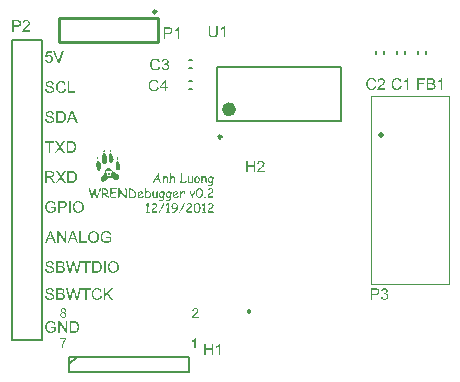
<source format=gto>
%FSLAX25Y25*%
%MOIN*%
G70*
G01*
G75*
G04 Layer_Color=65535*
%ADD10R,0.07874X0.01969*%
%ADD11R,0.03543X0.03740*%
%ADD12R,0.03740X0.03543*%
%ADD13R,0.10268X0.03143*%
%ADD14R,0.10268X0.03543*%
%ADD15R,0.24016X0.06000*%
%ADD16O,0.01772X0.07284*%
%ADD17C,0.01500*%
%ADD18C,0.05906*%
%ADD19R,0.05906X0.05906*%
%ADD20R,0.05906X0.05906*%
%ADD21R,0.04200X0.04200*%
%ADD22C,0.04200*%
%ADD23C,0.03200*%
%ADD24C,0.09843*%
%ADD25C,0.09449*%
%ADD26C,0.06299*%
%ADD27C,0.01000*%
%ADD28C,0.02362*%
%ADD29C,0.00984*%
%ADD30C,0.02000*%
%ADD31C,0.00787*%
%ADD32C,0.00394*%
%ADD33C,0.01378*%
G36*
X254913Y364792D02*
X254941Y364781D01*
X254980Y364764D01*
X255019Y364731D01*
X255052Y364681D01*
X255063Y364648D01*
X255080Y364615D01*
X255085Y364570D01*
X255091Y364520D01*
X255102Y364276D01*
X255107Y364282D01*
X255119Y364298D01*
X255135Y364320D01*
X255163Y364348D01*
X255196Y364387D01*
X255230Y364426D01*
X255324Y364515D01*
X255429Y364598D01*
X255552Y364676D01*
X255618Y364703D01*
X255685Y364726D01*
X255757Y364742D01*
X255823Y364748D01*
X255857D01*
X255879Y364742D01*
X255940Y364731D01*
X256012Y364709D01*
X256090Y364676D01*
X256168Y364620D01*
X256201Y364587D01*
X256234Y364548D01*
X256267Y364504D01*
X256295Y364448D01*
X256301Y364437D01*
X256312Y364409D01*
X256323Y364365D01*
X256340Y364298D01*
X256356Y364220D01*
X256373Y364121D01*
X256390Y363999D01*
X256395Y363865D01*
Y363649D01*
X256390Y363455D01*
Y363449D01*
Y363421D01*
Y363388D01*
X256395Y363333D01*
X256401Y363271D01*
X256406Y363194D01*
X256417Y363105D01*
X256434Y363005D01*
Y363000D01*
Y362994D01*
X256439Y362961D01*
X256451Y362911D01*
X256456Y362844D01*
X256467Y362772D01*
X256473Y362700D01*
X256478Y362622D01*
Y362556D01*
Y362550D01*
Y362539D01*
X256473Y362506D01*
X256451Y362456D01*
X256439Y362433D01*
X256417Y362411D01*
X256406Y362400D01*
X256373Y362383D01*
X256329Y362361D01*
X256295Y362356D01*
X256262Y362350D01*
X256256D01*
X256234Y362356D01*
X256206Y362361D01*
X256173Y362372D01*
X256134Y362400D01*
X256101Y362433D01*
X256079Y362478D01*
X256062Y362544D01*
X256007Y363005D01*
Y363011D01*
Y363016D01*
X256001Y363049D01*
X255995Y363094D01*
Y363155D01*
X255990Y363227D01*
X255984Y363305D01*
X255979Y363466D01*
Y363471D01*
Y363477D01*
Y363493D01*
Y363516D01*
Y363543D01*
Y363577D01*
X255984Y363615D01*
Y363666D01*
Y363671D01*
Y363688D01*
Y363716D01*
X255990Y363743D01*
Y363815D01*
Y363843D01*
Y363871D01*
Y363876D01*
Y363893D01*
Y363915D01*
Y363943D01*
X255979Y364015D01*
X255968Y364098D01*
X255951Y364182D01*
X255918Y364254D01*
X255901Y364282D01*
X255879Y364309D01*
X255851Y364320D01*
X255823Y364326D01*
X255812D01*
X255785Y364320D01*
X255740Y364309D01*
X255679Y364293D01*
X255613Y364259D01*
X255535Y364209D01*
X255496Y364176D01*
X255457Y364137D01*
X255413Y364093D01*
X255374Y364043D01*
Y364037D01*
X255368Y364032D01*
X255357Y364015D01*
X255341Y363999D01*
X255307Y363943D01*
X255268Y363865D01*
X255219Y363771D01*
X255169Y363666D01*
X255119Y363538D01*
X255074Y363399D01*
Y363394D01*
Y363383D01*
Y363366D01*
X255069Y363344D01*
Y363310D01*
X255063Y363277D01*
X255058Y363194D01*
Y363188D01*
Y363177D01*
X255052Y363155D01*
Y363127D01*
X255047Y363061D01*
Y362988D01*
Y362977D01*
Y362961D01*
Y362944D01*
X255052Y362916D01*
Y362883D01*
Y362844D01*
X255058Y362800D01*
Y362794D01*
Y362777D01*
X255063Y362755D01*
Y362728D01*
X255069Y362667D01*
Y362639D01*
Y362611D01*
Y362606D01*
Y362594D01*
X255063Y362578D01*
Y362556D01*
X255041Y362506D01*
X255030Y362483D01*
X255008Y362461D01*
X254996Y362450D01*
X254969Y362433D01*
X254924Y362411D01*
X254897Y362406D01*
X254863Y362400D01*
X254847D01*
X254830Y362406D01*
X254808D01*
X254758Y362428D01*
X254730Y362439D01*
X254708Y362461D01*
X254697Y362472D01*
X254680Y362500D01*
X254663Y362550D01*
X254652Y362611D01*
Y362617D01*
Y362622D01*
Y362639D01*
Y362655D01*
Y362683D01*
X254647Y362716D01*
Y362755D01*
X254641Y362800D01*
Y362805D01*
Y362822D01*
X254636Y362844D01*
Y362872D01*
X254630Y362933D01*
Y362961D01*
Y362988D01*
Y363000D01*
Y363027D01*
Y363077D01*
X254636Y363144D01*
Y363233D01*
X254641Y363333D01*
X254647Y363455D01*
X254658Y363588D01*
Y363593D01*
Y363604D01*
Y363627D01*
X254663Y363649D01*
Y363682D01*
X254669Y363721D01*
X254675Y363804D01*
Y363904D01*
X254680Y364004D01*
X254686Y364098D01*
Y364187D01*
Y364193D01*
Y364198D01*
Y364215D01*
Y364237D01*
Y364265D01*
X254680Y364298D01*
Y364343D01*
X254675Y364387D01*
Y364392D01*
Y364409D01*
Y364431D01*
Y364465D01*
X254669Y364526D01*
Y364559D01*
Y364587D01*
Y364592D01*
Y364603D01*
X254675Y364620D01*
Y364642D01*
X254697Y364692D01*
X254708Y364714D01*
X254730Y364737D01*
X254736Y364742D01*
X254741Y364748D01*
X254774Y364770D01*
X254819Y364787D01*
X254847Y364798D01*
X254891D01*
X254913Y364792D01*
D02*
G37*
G36*
X263283Y364731D02*
X263305D01*
X263355Y364709D01*
X263383Y364698D01*
X263405Y364676D01*
X263410D01*
X263416Y364665D01*
X263438Y364637D01*
X263455Y364587D01*
X263466Y364559D01*
Y364526D01*
Y364520D01*
Y364509D01*
Y364487D01*
X263460Y364454D01*
Y364409D01*
X263455Y364359D01*
X263449Y364293D01*
X263438Y364220D01*
Y364209D01*
X263433Y364187D01*
X263427Y364148D01*
Y364104D01*
X263416Y363999D01*
X263410Y363943D01*
Y363899D01*
Y363893D01*
Y363882D01*
Y363865D01*
Y363838D01*
Y363810D01*
Y363776D01*
X263416Y363693D01*
Y363599D01*
X263421Y363499D01*
X263427Y363399D01*
X263433Y363299D01*
Y363288D01*
X263438Y363260D01*
X263444Y363210D01*
X263449Y363155D01*
X263460Y363088D01*
X263471Y363022D01*
X263482Y362955D01*
X263499Y362894D01*
X263505D01*
X263510Y362889D01*
X263544Y362877D01*
X263582Y362855D01*
X263632Y362839D01*
X263643D01*
X263677Y362833D01*
X263716Y362827D01*
X263766Y362822D01*
X263815D01*
X263871Y362827D01*
X263949Y362833D01*
X264037Y362844D01*
X264137Y362861D01*
X264248Y362883D01*
X264365Y362911D01*
X264359Y363338D01*
X264354Y363743D01*
Y363749D01*
Y363765D01*
Y363788D01*
Y363821D01*
Y363860D01*
Y363904D01*
X264359Y363954D01*
Y364015D01*
X264365Y364137D01*
X264370Y364270D01*
X264382Y364404D01*
X264398Y364531D01*
Y364542D01*
X264404Y364565D01*
X264415Y364592D01*
X264432Y364631D01*
X264459Y364665D01*
X264493Y364698D01*
X264537Y364720D01*
X264598Y364726D01*
X264615D01*
X264648Y364720D01*
X264698Y364698D01*
X264720Y364687D01*
X264742Y364665D01*
X264748D01*
X264753Y364653D01*
X264776Y364626D01*
X264792Y364576D01*
X264803Y364548D01*
Y364515D01*
X264770Y363726D01*
Y363721D01*
Y363699D01*
Y363660D01*
Y363610D01*
Y363543D01*
Y363466D01*
Y363371D01*
Y363266D01*
Y363260D01*
Y363255D01*
Y363238D01*
Y363216D01*
Y363166D01*
Y363099D01*
Y363027D01*
Y362949D01*
Y362877D01*
Y362816D01*
Y362811D01*
Y362783D01*
Y362739D01*
X264776Y362678D01*
Y362672D01*
Y362661D01*
X264781Y362628D01*
X264787Y362578D01*
Y362539D01*
Y362533D01*
Y362522D01*
X264781Y362489D01*
X264759Y362439D01*
X264748Y362417D01*
X264726Y362394D01*
X264715Y362383D01*
X264687Y362367D01*
X264637Y362345D01*
X264609Y362339D01*
X264576Y362333D01*
X264570D01*
X264548Y362339D01*
X264520Y362345D01*
X264487Y362356D01*
X264454Y362383D01*
X264420Y362417D01*
X264393Y362461D01*
X264370Y362528D01*
X264365D01*
X264359Y362522D01*
X264343Y362517D01*
X264326Y362506D01*
X264271Y362483D01*
X264193Y362461D01*
X264104Y362439D01*
X263999Y362417D01*
X263888Y362400D01*
X263760Y362394D01*
X263716D01*
X263666Y362400D01*
X263599Y362411D01*
X263527Y362422D01*
X263455Y362444D01*
X263377Y362472D01*
X263305Y362511D01*
X263294Y362517D01*
X263271Y362539D01*
X263238Y362567D01*
X263199Y362611D01*
X263161Y362667D01*
X263122Y362739D01*
X263094Y362816D01*
X263072Y362905D01*
Y362911D01*
X263066Y362927D01*
Y362961D01*
X263061Y363000D01*
X263055Y363049D01*
X263050Y363105D01*
X263038Y363166D01*
X263033Y363238D01*
X263016Y363394D01*
X263005Y363560D01*
X263000Y363732D01*
X262994Y363899D01*
Y363904D01*
Y363910D01*
Y363926D01*
Y363948D01*
X263000Y364010D01*
Y364087D01*
X263011Y364182D01*
X263022Y364293D01*
X263033Y364420D01*
X263055Y364553D01*
Y364559D01*
X263061Y364581D01*
X263072Y364609D01*
X263088Y364648D01*
X263116Y364681D01*
X263149Y364709D01*
X263194Y364731D01*
X263249Y364737D01*
X263266D01*
X263283Y364731D01*
D02*
G37*
G36*
X260941Y365736D02*
X260957D01*
X261007Y365714D01*
X261035Y365697D01*
X261057Y365675D01*
X261063D01*
X261068Y365664D01*
X261090Y365636D01*
X261107Y365586D01*
X261118Y365558D01*
Y365525D01*
Y365519D01*
Y365514D01*
Y365497D01*
Y365469D01*
Y365441D01*
Y365408D01*
Y365325D01*
Y365219D01*
Y365097D01*
X261113Y364959D01*
Y364809D01*
X261107Y364648D01*
Y364476D01*
X261102Y364298D01*
X261096Y364115D01*
X261079Y363738D01*
X261063Y363366D01*
X261035Y363044D01*
Y363038D01*
Y363016D01*
X261029Y362983D01*
Y362944D01*
X261024Y362894D01*
Y362844D01*
Y362739D01*
X261124D01*
X261174Y362744D01*
X261240Y362750D01*
X261318Y362755D01*
X261401Y362766D01*
X261496Y362777D01*
X261601Y362794D01*
X261718Y362816D01*
X261840Y362844D01*
X261973Y362872D01*
X262112Y362905D01*
X262256Y362949D01*
X262411Y362994D01*
X262417D01*
X262434Y363000D01*
X262456Y363005D01*
X262494D01*
X262511Y363000D01*
X262528Y362994D01*
X262578Y362977D01*
X262606Y362955D01*
X262628Y362933D01*
Y362927D01*
X262639Y362922D01*
X262655Y362889D01*
X262672Y362839D01*
X262683Y362777D01*
Y362772D01*
Y362755D01*
X262678Y362733D01*
X262667Y362705D01*
X262650Y362672D01*
X262622Y362639D01*
X262589Y362611D01*
X262544Y362583D01*
X262533Y362578D01*
X262522Y362572D01*
X262500Y362567D01*
X262472Y362556D01*
X262445Y362544D01*
X262406Y362533D01*
X262367Y362522D01*
X262317Y362506D01*
X262262Y362489D01*
X262200Y362472D01*
X262134Y362456D01*
X262062Y362439D01*
X261978Y362422D01*
X261895Y362406D01*
X261801Y362389D01*
X261795D01*
X261779Y362383D01*
X261756D01*
X261723Y362378D01*
X261684Y362372D01*
X261634Y362361D01*
X261529Y362350D01*
X261407Y362333D01*
X261279Y362317D01*
X261152Y362311D01*
X261035Y362306D01*
X261002D01*
X260963Y362311D01*
X260918Y362317D01*
X260818Y362333D01*
X260769Y362350D01*
X260730Y362372D01*
X260724Y362378D01*
X260713Y362389D01*
X260691Y362411D01*
X260669Y362444D01*
X260646Y362489D01*
X260624Y362544D01*
X260613Y362611D01*
X260608Y362694D01*
X260646Y363388D01*
Y363394D01*
Y363399D01*
Y363432D01*
X260652Y363482D01*
X260658Y363555D01*
Y363649D01*
X260663Y363754D01*
X260669Y363876D01*
X260674Y364015D01*
X260680Y364165D01*
X260685Y364332D01*
X260691Y364509D01*
Y364692D01*
X260696Y364892D01*
X260702Y365097D01*
Y365308D01*
Y365525D01*
Y365530D01*
Y365541D01*
X260707Y365558D01*
Y365575D01*
X260724Y365625D01*
X260757Y365675D01*
X260763Y365680D01*
X260769Y365686D01*
X260802Y365708D01*
X260846Y365730D01*
X260874Y365741D01*
X260924D01*
X260941Y365736D01*
D02*
G37*
G36*
X267811Y364792D02*
X267839Y364781D01*
X267878Y364764D01*
X267917Y364731D01*
X267950Y364681D01*
X267961Y364648D01*
X267978Y364615D01*
X267984Y364570D01*
X267989Y364520D01*
X268000Y364276D01*
X268006Y364282D01*
X268017Y364298D01*
X268033Y364320D01*
X268061Y364348D01*
X268094Y364387D01*
X268128Y364426D01*
X268222Y364515D01*
X268328Y364598D01*
X268450Y364676D01*
X268516Y364703D01*
X268583Y364726D01*
X268655Y364742D01*
X268722Y364748D01*
X268755D01*
X268777Y364742D01*
X268838Y364731D01*
X268910Y364709D01*
X268988Y364676D01*
X269066Y364620D01*
X269099Y364587D01*
X269132Y364548D01*
X269166Y364504D01*
X269193Y364448D01*
X269199Y364437D01*
X269210Y364409D01*
X269221Y364365D01*
X269238Y364298D01*
X269254Y364220D01*
X269271Y364121D01*
X269288Y363999D01*
X269293Y363865D01*
Y363649D01*
X269288Y363455D01*
Y363449D01*
Y363421D01*
Y363388D01*
X269293Y363333D01*
X269299Y363271D01*
X269304Y363194D01*
X269316Y363105D01*
X269332Y363005D01*
Y363000D01*
Y362994D01*
X269338Y362961D01*
X269349Y362911D01*
X269354Y362844D01*
X269366Y362772D01*
X269371Y362700D01*
X269376Y362622D01*
Y362556D01*
Y362550D01*
Y362539D01*
X269371Y362506D01*
X269349Y362456D01*
X269338Y362433D01*
X269316Y362411D01*
X269304Y362400D01*
X269271Y362383D01*
X269227Y362361D01*
X269193Y362356D01*
X269160Y362350D01*
X269155D01*
X269132Y362356D01*
X269105Y362361D01*
X269071Y362372D01*
X269033Y362400D01*
X268999Y362433D01*
X268977Y362478D01*
X268960Y362544D01*
X268905Y363005D01*
Y363011D01*
Y363016D01*
X268899Y363049D01*
X268894Y363094D01*
Y363155D01*
X268888Y363227D01*
X268883Y363305D01*
X268877Y363466D01*
Y363471D01*
Y363477D01*
Y363493D01*
Y363516D01*
Y363543D01*
Y363577D01*
X268883Y363615D01*
Y363666D01*
Y363671D01*
Y363688D01*
Y363716D01*
X268888Y363743D01*
Y363815D01*
Y363843D01*
Y363871D01*
Y363876D01*
Y363893D01*
Y363915D01*
Y363943D01*
X268877Y364015D01*
X268866Y364098D01*
X268849Y364182D01*
X268816Y364254D01*
X268799Y364282D01*
X268777Y364309D01*
X268749Y364320D01*
X268722Y364326D01*
X268711D01*
X268683Y364320D01*
X268638Y364309D01*
X268577Y364293D01*
X268511Y364259D01*
X268433Y364209D01*
X268394Y364176D01*
X268355Y364137D01*
X268311Y364093D01*
X268272Y364043D01*
Y364037D01*
X268267Y364032D01*
X268255Y364015D01*
X268239Y363999D01*
X268205Y363943D01*
X268167Y363865D01*
X268117Y363771D01*
X268067Y363666D01*
X268017Y363538D01*
X267972Y363399D01*
Y363394D01*
Y363383D01*
Y363366D01*
X267967Y363344D01*
Y363310D01*
X267961Y363277D01*
X267956Y363194D01*
Y363188D01*
Y363177D01*
X267950Y363155D01*
Y363127D01*
X267945Y363061D01*
Y362988D01*
Y362977D01*
Y362961D01*
Y362944D01*
X267950Y362916D01*
Y362883D01*
Y362844D01*
X267956Y362800D01*
Y362794D01*
Y362777D01*
X267961Y362755D01*
Y362728D01*
X267967Y362667D01*
Y362639D01*
Y362611D01*
Y362606D01*
Y362594D01*
X267961Y362578D01*
Y362556D01*
X267939Y362506D01*
X267928Y362483D01*
X267906Y362461D01*
X267895Y362450D01*
X267867Y362433D01*
X267823Y362411D01*
X267795Y362406D01*
X267761Y362400D01*
X267745D01*
X267728Y362406D01*
X267706D01*
X267656Y362428D01*
X267628Y362439D01*
X267606Y362461D01*
X267595Y362472D01*
X267578Y362500D01*
X267562Y362550D01*
X267551Y362611D01*
Y362617D01*
Y362622D01*
Y362639D01*
Y362655D01*
Y362683D01*
X267545Y362716D01*
Y362755D01*
X267540Y362800D01*
Y362805D01*
Y362822D01*
X267534Y362844D01*
Y362872D01*
X267528Y362933D01*
Y362961D01*
Y362988D01*
Y363000D01*
Y363027D01*
Y363077D01*
X267534Y363144D01*
Y363233D01*
X267540Y363333D01*
X267545Y363455D01*
X267556Y363588D01*
Y363593D01*
Y363604D01*
Y363627D01*
X267562Y363649D01*
Y363682D01*
X267567Y363721D01*
X267573Y363804D01*
Y363904D01*
X267578Y364004D01*
X267584Y364098D01*
Y364187D01*
Y364193D01*
Y364198D01*
Y364215D01*
Y364237D01*
Y364265D01*
X267578Y364298D01*
Y364343D01*
X267573Y364387D01*
Y364392D01*
Y364409D01*
Y364431D01*
Y364465D01*
X267567Y364526D01*
Y364559D01*
Y364587D01*
Y364592D01*
Y364603D01*
X267573Y364620D01*
Y364642D01*
X267595Y364692D01*
X267606Y364714D01*
X267628Y364737D01*
X267634Y364742D01*
X267639Y364748D01*
X267673Y364770D01*
X267717Y364787D01*
X267745Y364798D01*
X267789D01*
X267811Y364792D01*
D02*
G37*
G36*
X253237Y365597D02*
X253265Y365591D01*
X253298Y365575D01*
X253337Y365547D01*
X253376Y365503D01*
X253409Y365447D01*
X253437Y365369D01*
X253565Y364665D01*
X253881Y363205D01*
X254003Y362872D01*
X254009Y362866D01*
X254014Y362844D01*
X254025Y362816D01*
X254036Y362783D01*
X254053Y362711D01*
X254064Y362678D01*
Y362650D01*
Y362644D01*
Y362633D01*
X254059Y362617D01*
Y362594D01*
X254036Y362544D01*
X254020Y362522D01*
X253997Y362500D01*
X253992D01*
X253986Y362489D01*
X253953Y362472D01*
X253909Y362450D01*
X253875Y362444D01*
X253848Y362439D01*
X253836D01*
X253814Y362444D01*
X253781Y362467D01*
X253759Y362478D01*
X253731Y362500D01*
X253709Y362528D01*
X253681Y362561D01*
X253653Y362600D01*
X253626Y362644D01*
X253592Y362700D01*
X253565Y362766D01*
X253537Y362844D01*
X253509Y362927D01*
Y362938D01*
X253498Y362966D01*
X253487Y363011D01*
X253470Y363083D01*
X253459Y363122D01*
X253454Y363172D01*
X253437Y363227D01*
X253426Y363288D01*
X253415Y363349D01*
X253398Y363427D01*
X253387Y363505D01*
X253370Y363588D01*
X253359D01*
X253331Y363582D01*
X253287Y363577D01*
X253221Y363566D01*
X253143Y363549D01*
X253048Y363532D01*
X252937Y363516D01*
X252815Y363488D01*
X252260Y363371D01*
Y363366D01*
X252255Y363360D01*
X252249Y363344D01*
X252238Y363321D01*
X252227Y363294D01*
X252216Y363255D01*
X252194Y363216D01*
X252177Y363166D01*
X252149Y363110D01*
X252127Y363055D01*
X252094Y362988D01*
X252061Y362916D01*
X252027Y362839D01*
X251983Y362755D01*
X251944Y362661D01*
X251894Y362567D01*
X251888Y362561D01*
X251883Y362550D01*
X251866Y362528D01*
X251844Y362511D01*
X251789Y362467D01*
X251750Y362456D01*
X251711Y362450D01*
X251700D01*
X251661Y362456D01*
X251611Y362472D01*
X251561Y362506D01*
Y362511D01*
X251550Y362517D01*
X251533Y362550D01*
X251511Y362594D01*
X251505Y362628D01*
X251500Y362661D01*
Y362667D01*
X251505Y362689D01*
X251511Y362705D01*
X251517Y362728D01*
X251528Y362755D01*
X251539Y362794D01*
X251555Y362839D01*
X251578Y362894D01*
X251606Y362955D01*
X251633Y363027D01*
X251672Y363110D01*
X251711Y363205D01*
X251761Y363310D01*
X251816Y363427D01*
X251811Y363438D01*
X251800Y363466D01*
X251783Y363505D01*
X251778Y363555D01*
Y363560D01*
X251783Y363582D01*
X251789Y363610D01*
X251805Y363643D01*
X251827Y363682D01*
X251866Y363716D01*
X251916Y363749D01*
X251983Y363771D01*
X251988Y363776D01*
X251994Y363793D01*
X252005Y363815D01*
X252027Y363849D01*
X252049Y363893D01*
X252077Y363943D01*
X252111Y364004D01*
X252149Y364071D01*
X252188Y364143D01*
X252238Y364220D01*
X252288Y364304D01*
X252338Y364398D01*
X252455Y364592D01*
X252588Y364803D01*
X252593Y364814D01*
X252610Y364837D01*
X252632Y364875D01*
X252665Y364931D01*
X252710Y364986D01*
X252754Y365059D01*
X252854Y365203D01*
X252960Y365347D01*
X253010Y365419D01*
X253060Y365480D01*
X253110Y365530D01*
X253148Y365569D01*
X253182Y365591D01*
X253209Y365602D01*
X253215D01*
X253237Y365597D01*
D02*
G37*
G36*
X266307Y364670D02*
X266341Y364665D01*
X266380Y364653D01*
X266474Y364626D01*
X266524Y364609D01*
X266579Y364581D01*
X266629Y364548D01*
X266685Y364515D01*
X266735Y364465D01*
X266785Y364415D01*
X266829Y364354D01*
X266874Y364287D01*
Y364282D01*
X266879Y364270D01*
X266890Y364254D01*
X266901Y364232D01*
X266912Y364204D01*
X266929Y364165D01*
X266946Y364126D01*
X266957Y364076D01*
X266990Y363971D01*
X267018Y363843D01*
X267035Y363699D01*
X267040Y363543D01*
Y363538D01*
Y363521D01*
Y363499D01*
X267035Y363466D01*
X267029Y363427D01*
X267023Y363377D01*
X267018Y363327D01*
X267007Y363271D01*
X266973Y363144D01*
X266934Y363011D01*
X266874Y362877D01*
X266796Y362750D01*
X266790Y362744D01*
X266785Y362733D01*
X266768Y362716D01*
X266746Y362694D01*
X266718Y362661D01*
X266685Y362633D01*
X266607Y362567D01*
X266502Y362494D01*
X266380Y362439D01*
X266313Y362411D01*
X266241Y362394D01*
X266163Y362383D01*
X266080Y362378D01*
X266047D01*
X266019Y362383D01*
X265991D01*
X265958Y362389D01*
X265875Y362411D01*
X265780Y362439D01*
X265675Y362483D01*
X265575Y362550D01*
X265525Y362589D01*
X265475Y362633D01*
X265469Y362639D01*
X265464Y362644D01*
X265447Y362661D01*
X265430Y362689D01*
X265408Y362716D01*
X265386Y362750D01*
X265358Y362794D01*
X265331Y362839D01*
X265303Y362894D01*
X265281Y362949D01*
X265231Y363083D01*
X265197Y363238D01*
X265186Y363321D01*
X265181Y363410D01*
Y363416D01*
Y363432D01*
Y363455D01*
Y363488D01*
X265186Y363532D01*
X265192Y363582D01*
X265197Y363632D01*
X265203Y363693D01*
X265231Y363826D01*
X265275Y363965D01*
X265336Y364109D01*
X265375Y364182D01*
X265419Y364248D01*
X265425Y364254D01*
X265430Y364265D01*
X265453Y364287D01*
X265475Y364315D01*
X265503Y364348D01*
X265542Y364381D01*
X265580Y364420D01*
X265630Y364465D01*
X265686Y364504D01*
X265747Y364542D01*
X265813Y364576D01*
X265886Y364609D01*
X265969Y364637D01*
X266052Y364659D01*
X266141Y364670D01*
X266235Y364676D01*
X266274D01*
X266307Y364670D01*
D02*
G37*
G36*
X257217Y365852D02*
X257250Y365841D01*
X257289Y365819D01*
X257322Y365786D01*
X257350Y365736D01*
X257366Y365675D01*
Y365664D01*
X257372Y365641D01*
X257377Y365602D01*
X257383Y365552D01*
X257388Y365497D01*
X257394Y365436D01*
X257400Y365308D01*
Y365297D01*
Y365269D01*
Y365225D01*
Y365170D01*
X257394Y365103D01*
Y365025D01*
X257388Y364942D01*
X257383Y364853D01*
Y364842D01*
Y364814D01*
X257377Y364770D01*
Y364709D01*
Y364642D01*
X257372Y364565D01*
Y364481D01*
Y364392D01*
X257377Y364209D01*
X257383Y364220D01*
X257405Y364248D01*
X257444Y364287D01*
X257488Y364337D01*
X257544Y364392D01*
X257605Y364448D01*
X257672Y364504D01*
X257744Y364553D01*
X257755Y364559D01*
X257777Y364570D01*
X257816Y364592D01*
X257871Y364615D01*
X257932Y364631D01*
X257999Y364653D01*
X258077Y364665D01*
X258160Y364670D01*
X258193D01*
X258215Y364665D01*
X258277Y364659D01*
X258354Y364642D01*
X258432Y364615D01*
X258510Y364576D01*
X258582Y364520D01*
X258643Y364442D01*
X258648Y364437D01*
X258660Y364409D01*
X258671Y364370D01*
X258687Y364315D01*
X258710Y364243D01*
X258726Y364148D01*
X258737Y364037D01*
X258748Y363904D01*
X258759Y363499D01*
X258804Y363066D01*
Y363055D01*
X258809Y363022D01*
X258815Y362977D01*
X258820Y362916D01*
X258832Y362850D01*
X258843Y362777D01*
X258859Y362705D01*
X258870Y362633D01*
Y362628D01*
X258876Y362611D01*
X258881Y362589D01*
Y362572D01*
Y362567D01*
Y362561D01*
X258876Y362522D01*
X258854Y362478D01*
X258837Y362456D01*
X258815Y362433D01*
X258804Y362422D01*
X258776Y362406D01*
X258726Y362383D01*
X258698Y362378D01*
X258665Y362372D01*
X258643D01*
X258615Y362383D01*
X258587Y362394D01*
X258554Y362411D01*
X258521Y362439D01*
X258493Y362478D01*
X258471Y362528D01*
Y362533D01*
X258465Y362561D01*
X258454Y362600D01*
X258443Y362655D01*
X258426Y362722D01*
X258410Y362805D01*
X258399Y362905D01*
X258382Y363016D01*
Y363022D01*
Y363027D01*
X258377Y363044D01*
Y363066D01*
X258371Y363122D01*
X258365Y363194D01*
X258360Y363271D01*
X258354Y363360D01*
X258349Y363443D01*
Y363521D01*
Y363532D01*
Y363560D01*
Y363610D01*
X258354Y363643D01*
Y363682D01*
Y363688D01*
Y363699D01*
Y363721D01*
X258360Y363749D01*
Y363804D01*
Y363826D01*
Y363849D01*
Y363854D01*
Y363865D01*
Y363888D01*
X258354Y363910D01*
X258349Y363976D01*
X258338Y364049D01*
X258310Y364121D01*
X258277Y364187D01*
X258254Y364209D01*
X258227Y364232D01*
X258193Y364243D01*
X258160Y364248D01*
X258149D01*
X258116Y364243D01*
X258066Y364237D01*
X257999Y364220D01*
X257927Y364187D01*
X257849Y364143D01*
X257766Y364087D01*
X257721Y364049D01*
X257683Y364004D01*
X257677Y363999D01*
X257666Y363976D01*
X257638Y363943D01*
X257605Y363899D01*
X257566Y363832D01*
X257516Y363749D01*
X257461Y363649D01*
X257394Y363532D01*
Y363521D01*
Y363499D01*
Y363455D01*
Y363405D01*
Y363344D01*
X257388Y363271D01*
Y363194D01*
Y363110D01*
X257377Y362949D01*
X257372Y362866D01*
X257366Y362794D01*
X257361Y362722D01*
X257350Y362667D01*
X257339Y362617D01*
X257328Y362583D01*
Y362578D01*
X257316Y362561D01*
X257300Y362544D01*
X257283Y362522D01*
X257255Y362494D01*
X257222Y362478D01*
X257183Y362461D01*
X257139Y362456D01*
X257122D01*
X257105Y362461D01*
X257089D01*
X257033Y362478D01*
X256983Y362511D01*
Y362517D01*
X256972Y362522D01*
X256956Y362550D01*
X256933Y362600D01*
X256928Y362628D01*
X256922Y362655D01*
Y362661D01*
Y362678D01*
X256928Y362705D01*
X256939Y362744D01*
Y362750D01*
X256944Y362755D01*
Y362777D01*
X256950Y362805D01*
Y362844D01*
X256956Y362900D01*
X256961Y362966D01*
Y363055D01*
X256967Y363366D01*
X256978Y364903D01*
Y364909D01*
Y364914D01*
Y364948D01*
X256983Y364992D01*
Y365047D01*
Y365103D01*
X256989Y365164D01*
Y365214D01*
Y365258D01*
Y365264D01*
Y365275D01*
Y365297D01*
Y365325D01*
X256978Y365386D01*
X256967Y365458D01*
Y365464D01*
Y365475D01*
X256961Y365491D01*
Y365519D01*
X256956Y365580D01*
X256950Y365658D01*
Y365664D01*
Y365675D01*
X256956Y365708D01*
X256978Y365758D01*
X256989Y365780D01*
X257011Y365802D01*
X257017Y365808D01*
X257022Y365813D01*
X257055Y365836D01*
X257100Y365852D01*
X257128Y365863D01*
X257189D01*
X257217Y365852D01*
D02*
G37*
G36*
X270997Y364648D02*
X271047Y364642D01*
X271103Y364631D01*
X271158Y364615D01*
X271208Y364598D01*
X271214D01*
X271230Y364587D01*
X271252Y364576D01*
X271286Y364559D01*
X271352Y364515D01*
X271386Y364481D01*
X271413Y364448D01*
X271425D01*
X271447Y364442D01*
X271486Y364431D01*
X271530Y364415D01*
X271569Y364387D01*
X271608Y364343D01*
X271630Y364282D01*
X271641Y364243D01*
Y364198D01*
Y364193D01*
Y364171D01*
Y364137D01*
X271635Y364093D01*
X271630Y364037D01*
X271624Y363965D01*
X271613Y363888D01*
X271597Y363799D01*
Y363793D01*
Y363788D01*
X271591Y363754D01*
X271580Y363704D01*
X271569Y363643D01*
X271563Y363577D01*
X271552Y363510D01*
X271547Y363455D01*
X271541Y363405D01*
X271491Y362700D01*
Y362694D01*
Y362683D01*
Y362661D01*
Y362633D01*
X271486Y362594D01*
Y362556D01*
X271474Y362461D01*
X271463Y362350D01*
X271447Y362239D01*
X271430Y362123D01*
X271402Y362017D01*
Y362012D01*
X271397Y362000D01*
X271391Y361984D01*
X271386Y361962D01*
X271363Y361901D01*
X271330Y361828D01*
X271286Y361745D01*
X271236Y361662D01*
X271175Y361584D01*
X271103Y361518D01*
X271097D01*
X271092Y361507D01*
X271075Y361501D01*
X271058Y361484D01*
X271030Y361473D01*
X270997Y361457D01*
X270958Y361434D01*
X270914Y361418D01*
X270864Y361401D01*
X270814Y361379D01*
X270686Y361351D01*
X270536Y361329D01*
X270370Y361318D01*
X270270D01*
X270203Y361323D01*
X270131Y361329D01*
X270054Y361334D01*
X269970Y361346D01*
X269898Y361357D01*
X269887Y361362D01*
X269859Y361368D01*
X269815Y361385D01*
X269771Y361407D01*
X269721Y361434D01*
X269676Y361473D01*
X269649Y361518D01*
X269643Y361545D01*
X269637Y361573D01*
Y361579D01*
X269643Y361601D01*
X269649Y361634D01*
X269660Y361667D01*
X269682Y361701D01*
X269715Y361734D01*
X269759Y361756D01*
X269821Y361762D01*
X269854D01*
X269882Y361756D01*
X269915D01*
X269959Y361751D01*
X270009Y361740D01*
X270070Y361729D01*
X270076D01*
X270104Y361723D01*
X270137Y361718D01*
X270187Y361712D01*
X270242Y361701D01*
X270309Y361695D01*
X270387Y361690D01*
X270481D01*
X270503Y361695D01*
X270531D01*
X270564Y361706D01*
X270598Y361718D01*
X270686Y361745D01*
X270731Y361767D01*
X270775Y361795D01*
X270819Y361828D01*
X270869Y361873D01*
X270908Y361917D01*
X270953Y361973D01*
X270986Y362034D01*
X271019Y362106D01*
Y362111D01*
X271025Y362117D01*
X271030Y362134D01*
X271036Y362156D01*
X271042Y362184D01*
X271053Y362223D01*
X271064Y362261D01*
X271069Y362311D01*
X271080Y362367D01*
X271092Y362428D01*
X271103Y362494D01*
X271108Y362572D01*
X271114Y362655D01*
X271125Y362744D01*
Y362839D01*
X271130Y362938D01*
X271125Y362927D01*
X271108Y362900D01*
X271086Y362855D01*
X271053Y362800D01*
X271014Y362744D01*
X270969Y362683D01*
X270914Y362622D01*
X270858Y362572D01*
X270853Y362567D01*
X270831Y362556D01*
X270797Y362533D01*
X270753Y362511D01*
X270703Y362489D01*
X270642Y362467D01*
X270570Y362456D01*
X270498Y362450D01*
X270459D01*
X270437Y362456D01*
X270403D01*
X270364Y362461D01*
X270281Y362483D01*
X270181Y362511D01*
X270081Y362556D01*
X269976Y362622D01*
X269926Y362661D01*
X269882Y362705D01*
Y362711D01*
X269870Y362716D01*
X269859Y362733D01*
X269843Y362755D01*
X269804Y362811D01*
X269765Y362889D01*
X269721Y362983D01*
X269682Y363099D01*
X269654Y363233D01*
X269649Y363305D01*
X269643Y363383D01*
Y363388D01*
Y363410D01*
Y363438D01*
X269649Y363477D01*
X269654Y363527D01*
X269660Y363582D01*
X269671Y363643D01*
X269682Y363710D01*
X269721Y363854D01*
X269748Y363932D01*
X269782Y364004D01*
X269815Y364082D01*
X269859Y364154D01*
X269909Y364226D01*
X269965Y364293D01*
X269970Y364298D01*
X269982Y364309D01*
X269998Y364326D01*
X270026Y364348D01*
X270059Y364376D01*
X270104Y364409D01*
X270153Y364437D01*
X270209Y364476D01*
X270270Y364509D01*
X270337Y364537D01*
X270414Y364570D01*
X270492Y364598D01*
X270581Y364620D01*
X270675Y364637D01*
X270775Y364648D01*
X270881Y364653D01*
X270953D01*
X270997Y364648D01*
D02*
G37*
G36*
X236523Y325781D02*
X238205Y323500D01*
X237533D01*
X236168Y325437D01*
X235541Y324832D01*
Y323500D01*
X235031D01*
Y327341D01*
X235541D01*
Y325431D01*
X237439Y327341D01*
X238133D01*
X236523Y325781D01*
D02*
G37*
G36*
X226367Y323500D02*
X225867D01*
X225063Y326425D01*
Y326430D01*
X225057Y326442D01*
X225051Y326458D01*
X225046Y326486D01*
X225029Y326547D01*
X225013Y326619D01*
X224991Y326697D01*
X224968Y326769D01*
X224952Y326830D01*
X224946Y326858D01*
X224940Y326874D01*
Y326869D01*
X224935Y326863D01*
X224929Y326830D01*
X224918Y326780D01*
X224902Y326719D01*
X224885Y326652D01*
X224863Y326575D01*
X224846Y326497D01*
X224824Y326425D01*
X224014Y323500D01*
X223481D01*
X222476Y327341D01*
X223004D01*
X223575Y324821D01*
Y324815D01*
X223581Y324804D01*
X223586Y324782D01*
X223592Y324754D01*
X223597Y324715D01*
X223609Y324677D01*
X223620Y324627D01*
X223631Y324571D01*
X223658Y324455D01*
X223686Y324321D01*
X223714Y324177D01*
X223742Y324033D01*
Y324038D01*
X223747Y324061D01*
X223758Y324088D01*
X223764Y324133D01*
X223775Y324177D01*
X223792Y324233D01*
X223819Y324355D01*
X223853Y324477D01*
X223864Y324538D01*
X223881Y324593D01*
X223892Y324643D01*
X223903Y324688D01*
X223914Y324721D01*
X223919Y324743D01*
X224646Y327341D01*
X225262D01*
X225806Y325393D01*
Y325387D01*
X225817Y325359D01*
X225829Y325320D01*
X225840Y325270D01*
X225856Y325204D01*
X225879Y325132D01*
X225901Y325048D01*
X225923Y324954D01*
X225951Y324849D01*
X225973Y324743D01*
X226023Y324516D01*
X226073Y324277D01*
X226112Y324033D01*
Y324038D01*
X226117Y324049D01*
Y324072D01*
X226128Y324099D01*
X226134Y324133D01*
X226145Y324171D01*
X226150Y324221D01*
X226167Y324277D01*
X226195Y324399D01*
X226228Y324543D01*
X226261Y324699D01*
X226306Y324871D01*
X226905Y327341D01*
X227421D01*
X226367Y323500D01*
D02*
G37*
G36*
X230651Y326886D02*
X229386D01*
Y323500D01*
X228875D01*
Y326886D01*
X227610D01*
Y327341D01*
X230651D01*
Y326886D01*
D02*
G37*
G36*
X232932Y327402D02*
X232982Y327396D01*
X233044Y327391D01*
X233105Y327385D01*
X233177Y327368D01*
X233327Y327335D01*
X233493Y327285D01*
X233576Y327252D01*
X233654Y327213D01*
X233732Y327163D01*
X233809Y327113D01*
X233815Y327108D01*
X233826Y327102D01*
X233848Y327085D01*
X233876Y327058D01*
X233904Y327030D01*
X233943Y326991D01*
X233981Y326946D01*
X234026Y326902D01*
X234070Y326847D01*
X234115Y326780D01*
X234165Y326713D01*
X234209Y326641D01*
X234248Y326558D01*
X234292Y326475D01*
X234326Y326386D01*
X234359Y326286D01*
X233859Y326169D01*
Y326175D01*
X233854Y326186D01*
X233843Y326208D01*
X233832Y326236D01*
X233821Y326270D01*
X233804Y326314D01*
X233759Y326403D01*
X233704Y326503D01*
X233637Y326602D01*
X233554Y326697D01*
X233465Y326780D01*
X233454Y326791D01*
X233421Y326813D01*
X233366Y326841D01*
X233293Y326880D01*
X233199Y326913D01*
X233094Y326946D01*
X232966Y326969D01*
X232827Y326974D01*
X232783D01*
X232755Y326969D01*
X232716D01*
X232672Y326963D01*
X232566Y326946D01*
X232450Y326924D01*
X232328Y326886D01*
X232200Y326830D01*
X232083Y326758D01*
X232078D01*
X232072Y326747D01*
X232033Y326719D01*
X231983Y326675D01*
X231922Y326608D01*
X231850Y326525D01*
X231784Y326430D01*
X231723Y326314D01*
X231667Y326186D01*
Y326181D01*
X231662Y326169D01*
X231656Y326153D01*
X231650Y326125D01*
X231639Y326092D01*
X231628Y326053D01*
X231612Y325959D01*
X231589Y325848D01*
X231567Y325726D01*
X231556Y325592D01*
X231551Y325448D01*
Y325443D01*
Y325426D01*
Y325398D01*
Y325365D01*
X231556Y325326D01*
Y325276D01*
X231562Y325220D01*
X231567Y325160D01*
X231584Y325026D01*
X231612Y324882D01*
X231645Y324738D01*
X231689Y324593D01*
Y324588D01*
X231695Y324577D01*
X231706Y324560D01*
X231717Y324532D01*
X231750Y324466D01*
X231800Y324388D01*
X231861Y324299D01*
X231939Y324205D01*
X232028Y324122D01*
X232133Y324044D01*
X232139D01*
X232150Y324038D01*
X232167Y324027D01*
X232189Y324016D01*
X232217Y324005D01*
X232250Y323988D01*
X232328Y323955D01*
X232428Y323922D01*
X232539Y323894D01*
X232661Y323872D01*
X232788Y323866D01*
X232827D01*
X232860Y323872D01*
X232899D01*
X232938Y323877D01*
X233038Y323900D01*
X233155Y323927D01*
X233271Y323972D01*
X233393Y324033D01*
X233454Y324066D01*
X233510Y324111D01*
X233515Y324116D01*
X233521Y324122D01*
X233538Y324138D01*
X233560Y324155D01*
X233582Y324183D01*
X233610Y324216D01*
X233643Y324249D01*
X233671Y324294D01*
X233704Y324344D01*
X233743Y324399D01*
X233776Y324455D01*
X233809Y324521D01*
X233837Y324593D01*
X233865Y324671D01*
X233893Y324754D01*
X233915Y324843D01*
X234425Y324715D01*
Y324710D01*
X234420Y324688D01*
X234409Y324654D01*
X234392Y324610D01*
X234376Y324560D01*
X234353Y324499D01*
X234326Y324432D01*
X234292Y324360D01*
X234215Y324205D01*
X234115Y324049D01*
X234054Y323972D01*
X233993Y323894D01*
X233926Y323827D01*
X233848Y323761D01*
X233843Y323755D01*
X233832Y323744D01*
X233804Y323733D01*
X233776Y323711D01*
X233732Y323683D01*
X233687Y323655D01*
X233626Y323628D01*
X233565Y323600D01*
X233493Y323567D01*
X233415Y323539D01*
X233332Y323511D01*
X233243Y323483D01*
X233149Y323461D01*
X233049Y323450D01*
X232944Y323439D01*
X232833Y323433D01*
X232772D01*
X232727Y323439D01*
X232677D01*
X232616Y323445D01*
X232550Y323456D01*
X232472Y323467D01*
X232311Y323495D01*
X232144Y323539D01*
X231978Y323600D01*
X231900Y323639D01*
X231823Y323683D01*
X231817Y323689D01*
X231806Y323694D01*
X231784Y323711D01*
X231762Y323733D01*
X231728Y323755D01*
X231689Y323789D01*
X231645Y323827D01*
X231601Y323872D01*
X231556Y323922D01*
X231506Y323972D01*
X231406Y324099D01*
X231312Y324249D01*
X231229Y324416D01*
Y324421D01*
X231218Y324438D01*
X231212Y324466D01*
X231195Y324499D01*
X231184Y324543D01*
X231168Y324599D01*
X231145Y324660D01*
X231129Y324727D01*
X231112Y324799D01*
X231090Y324882D01*
X231062Y325054D01*
X231040Y325248D01*
X231029Y325448D01*
Y325454D01*
Y325476D01*
Y325509D01*
X231034Y325548D01*
Y325604D01*
X231040Y325659D01*
X231046Y325731D01*
X231057Y325803D01*
X231084Y325964D01*
X231123Y326142D01*
X231179Y326319D01*
X231256Y326491D01*
X231262Y326497D01*
X231267Y326514D01*
X231279Y326536D01*
X231301Y326564D01*
X231323Y326602D01*
X231351Y326647D01*
X231423Y326747D01*
X231517Y326858D01*
X231628Y326969D01*
X231756Y327080D01*
X231906Y327174D01*
X231911Y327180D01*
X231928Y327185D01*
X231950Y327196D01*
X231978Y327213D01*
X232022Y327230D01*
X232067Y327246D01*
X232122Y327268D01*
X232183Y327291D01*
X232250Y327313D01*
X232322Y327335D01*
X232477Y327368D01*
X232655Y327396D01*
X232838Y327407D01*
X232894D01*
X232932Y327402D01*
D02*
G37*
G36*
X220301Y402500D02*
X219768D01*
X218281Y406341D01*
X218836D01*
X219834Y403549D01*
Y403543D01*
X219840Y403532D01*
X219846Y403516D01*
X219857Y403493D01*
X219862Y403460D01*
X219873Y403427D01*
X219901Y403344D01*
X219935Y403249D01*
X219968Y403144D01*
X220034Y402922D01*
Y402927D01*
X220040Y402939D01*
X220045Y402955D01*
X220051Y402977D01*
X220068Y403038D01*
X220095Y403122D01*
X220123Y403216D01*
X220156Y403321D01*
X220195Y403432D01*
X220240Y403549D01*
X221283Y406341D01*
X221799D01*
X220301Y402500D01*
D02*
G37*
G36*
X217864Y405841D02*
X216327D01*
X216122Y404803D01*
X216127Y404809D01*
X216138Y404814D01*
X216155Y404825D01*
X216183Y404842D01*
X216216Y404859D01*
X216255Y404881D01*
X216344Y404925D01*
X216455Y404970D01*
X216577Y405009D01*
X216710Y405036D01*
X216776Y405047D01*
X216899D01*
X216932Y405042D01*
X216976Y405036D01*
X217026Y405031D01*
X217082Y405020D01*
X217143Y405003D01*
X217276Y404964D01*
X217348Y404937D01*
X217420Y404898D01*
X217493Y404859D01*
X217565Y404814D01*
X217631Y404759D01*
X217698Y404698D01*
X217703Y404692D01*
X217714Y404681D01*
X217731Y404665D01*
X217753Y404637D01*
X217781Y404598D01*
X217809Y404559D01*
X217842Y404509D01*
X217875Y404454D01*
X217903Y404392D01*
X217936Y404326D01*
X217964Y404248D01*
X217992Y404171D01*
X218014Y404087D01*
X218031Y403993D01*
X218042Y403899D01*
X218047Y403799D01*
Y403793D01*
Y403777D01*
Y403749D01*
X218042Y403710D01*
X218036Y403665D01*
X218031Y403616D01*
X218020Y403554D01*
X218009Y403493D01*
X217975Y403349D01*
X217920Y403199D01*
X217886Y403122D01*
X217842Y403049D01*
X217798Y402972D01*
X217742Y402900D01*
X217737Y402894D01*
X217726Y402877D01*
X217703Y402855D01*
X217676Y402827D01*
X217637Y402794D01*
X217592Y402750D01*
X217537Y402711D01*
X217476Y402667D01*
X217409Y402622D01*
X217332Y402583D01*
X217248Y402544D01*
X217160Y402505D01*
X217065Y402478D01*
X216960Y402456D01*
X216849Y402439D01*
X216732Y402433D01*
X216682D01*
X216643Y402439D01*
X216599Y402445D01*
X216549Y402450D01*
X216488Y402456D01*
X216427Y402472D01*
X216288Y402505D01*
X216149Y402556D01*
X216077Y402589D01*
X216005Y402628D01*
X215938Y402672D01*
X215872Y402722D01*
X215866Y402728D01*
X215855Y402733D01*
X215844Y402755D01*
X215822Y402777D01*
X215794Y402805D01*
X215766Y402839D01*
X215733Y402883D01*
X215705Y402933D01*
X215672Y402983D01*
X215639Y403044D01*
X215578Y403177D01*
X215528Y403333D01*
X215511Y403416D01*
X215500Y403505D01*
X215994Y403543D01*
Y403538D01*
Y403527D01*
X216000Y403510D01*
X216005Y403482D01*
X216022Y403421D01*
X216044Y403338D01*
X216077Y403255D01*
X216122Y403160D01*
X216177Y403077D01*
X216244Y402999D01*
X216255Y402994D01*
X216277Y402972D01*
X216321Y402944D01*
X216383Y402911D01*
X216449Y402877D01*
X216532Y402850D01*
X216627Y402827D01*
X216732Y402822D01*
X216765D01*
X216788Y402827D01*
X216854Y402833D01*
X216932Y402855D01*
X217026Y402883D01*
X217121Y402927D01*
X217220Y402994D01*
X217265Y403033D01*
X217309Y403077D01*
X217315Y403083D01*
X217320Y403088D01*
X217332Y403105D01*
X217348Y403122D01*
X217387Y403183D01*
X217431Y403260D01*
X217470Y403355D01*
X217509Y403471D01*
X217537Y403610D01*
X217548Y403682D01*
Y403760D01*
Y403765D01*
Y403777D01*
Y403799D01*
X217542Y403827D01*
Y403860D01*
X217537Y403899D01*
X217520Y403987D01*
X217493Y404093D01*
X217454Y404198D01*
X217398Y404298D01*
X217320Y404392D01*
Y404398D01*
X217309Y404404D01*
X217282Y404431D01*
X217232Y404470D01*
X217165Y404515D01*
X217076Y404554D01*
X216976Y404592D01*
X216860Y404620D01*
X216793Y404631D01*
X216688D01*
X216643Y404626D01*
X216588Y404620D01*
X216521Y404603D01*
X216455Y404587D01*
X216383Y404559D01*
X216310Y404526D01*
X216305Y404520D01*
X216283Y404509D01*
X216249Y404481D01*
X216205Y404454D01*
X216160Y404415D01*
X216116Y404365D01*
X216066Y404315D01*
X216027Y404254D01*
X215583Y404315D01*
X215955Y406291D01*
X217864D01*
Y405841D01*
D02*
G37*
G36*
X217104Y327402D02*
X217143D01*
X217248Y327391D01*
X217365Y327374D01*
X217487Y327346D01*
X217620Y327313D01*
X217742Y327268D01*
X217748D01*
X217759Y327263D01*
X217776Y327252D01*
X217798Y327241D01*
X217853Y327213D01*
X217925Y327163D01*
X218009Y327108D01*
X218092Y327035D01*
X218169Y326952D01*
X218242Y326858D01*
Y326852D01*
X218247Y326847D01*
X218258Y326830D01*
X218269Y326813D01*
X218297Y326758D01*
X218331Y326686D01*
X218369Y326597D01*
X218397Y326491D01*
X218425Y326380D01*
X218436Y326258D01*
X217948Y326220D01*
Y326225D01*
Y326236D01*
X217942Y326253D01*
X217936Y326280D01*
X217920Y326342D01*
X217898Y326425D01*
X217864Y326514D01*
X217814Y326602D01*
X217753Y326686D01*
X217676Y326763D01*
X217665Y326769D01*
X217637Y326791D01*
X217581Y326824D01*
X217509Y326858D01*
X217415Y326891D01*
X217304Y326924D01*
X217165Y326946D01*
X217010Y326952D01*
X216932D01*
X216899Y326946D01*
X216854Y326941D01*
X216754Y326930D01*
X216643Y326908D01*
X216532Y326880D01*
X216427Y326836D01*
X216383Y326808D01*
X216338Y326780D01*
X216327Y326775D01*
X216305Y326752D01*
X216271Y326713D01*
X216238Y326669D01*
X216199Y326608D01*
X216166Y326541D01*
X216144Y326464D01*
X216133Y326375D01*
Y326364D01*
Y326342D01*
X216138Y326303D01*
X216149Y326258D01*
X216166Y326203D01*
X216194Y326147D01*
X216227Y326092D01*
X216277Y326036D01*
X216283Y326031D01*
X216310Y326014D01*
X216333Y325997D01*
X216355Y325986D01*
X216388Y325970D01*
X216427Y325948D01*
X216477Y325931D01*
X216532Y325909D01*
X216593Y325887D01*
X216666Y325859D01*
X216743Y325836D01*
X216832Y325809D01*
X216932Y325787D01*
X217043Y325759D01*
X217049D01*
X217071Y325753D01*
X217104Y325748D01*
X217143Y325737D01*
X217193Y325726D01*
X217254Y325709D01*
X217315Y325692D01*
X217381Y325676D01*
X217526Y325637D01*
X217665Y325598D01*
X217731Y325576D01*
X217792Y325553D01*
X217848Y325537D01*
X217892Y325515D01*
X217898D01*
X217909Y325509D01*
X217925Y325498D01*
X217948Y325487D01*
X218009Y325454D01*
X218081Y325409D01*
X218164Y325348D01*
X218247Y325282D01*
X218325Y325204D01*
X218392Y325121D01*
X218397Y325110D01*
X218419Y325082D01*
X218442Y325032D01*
X218475Y324965D01*
X218503Y324887D01*
X218530Y324793D01*
X218547Y324688D01*
X218552Y324577D01*
Y324571D01*
Y324566D01*
Y324549D01*
Y324527D01*
X218541Y324466D01*
X218530Y324388D01*
X218508Y324299D01*
X218480Y324205D01*
X218436Y324105D01*
X218375Y324000D01*
Y323994D01*
X218369Y323988D01*
X218342Y323955D01*
X218303Y323905D01*
X218247Y323850D01*
X218175Y323783D01*
X218086Y323711D01*
X217986Y323644D01*
X217870Y323583D01*
X217864D01*
X217853Y323578D01*
X217836Y323572D01*
X217814Y323561D01*
X217781Y323550D01*
X217742Y323533D01*
X217653Y323511D01*
X217548Y323483D01*
X217420Y323456D01*
X217282Y323439D01*
X217132Y323433D01*
X217043D01*
X216999Y323439D01*
X216949D01*
X216893Y323445D01*
X216827Y323450D01*
X216688Y323472D01*
X216543Y323495D01*
X216399Y323533D01*
X216260Y323583D01*
X216255D01*
X216244Y323589D01*
X216227Y323600D01*
X216205Y323611D01*
X216138Y323644D01*
X216061Y323694D01*
X215972Y323761D01*
X215877Y323838D01*
X215789Y323933D01*
X215705Y324038D01*
Y324044D01*
X215694Y324055D01*
X215689Y324072D01*
X215672Y324094D01*
X215661Y324122D01*
X215644Y324155D01*
X215605Y324238D01*
X215567Y324344D01*
X215533Y324460D01*
X215511Y324593D01*
X215500Y324732D01*
X215977Y324777D01*
Y324771D01*
Y324765D01*
X215983Y324749D01*
Y324727D01*
X215994Y324677D01*
X216011Y324604D01*
X216033Y324532D01*
X216055Y324449D01*
X216094Y324371D01*
X216133Y324299D01*
X216138Y324294D01*
X216155Y324271D01*
X216183Y324233D01*
X216227Y324194D01*
X216283Y324144D01*
X216344Y324094D01*
X216427Y324044D01*
X216516Y324000D01*
X216521D01*
X216527Y323994D01*
X216543Y323988D01*
X216560Y323983D01*
X216616Y323966D01*
X216688Y323944D01*
X216776Y323922D01*
X216876Y323905D01*
X216987Y323894D01*
X217109Y323888D01*
X217160D01*
X217215Y323894D01*
X217282Y323900D01*
X217359Y323911D01*
X217448Y323922D01*
X217537Y323944D01*
X217620Y323972D01*
X217631Y323977D01*
X217659Y323988D01*
X217698Y324011D01*
X217748Y324033D01*
X217798Y324072D01*
X217853Y324111D01*
X217909Y324155D01*
X217953Y324210D01*
X217959Y324216D01*
X217970Y324238D01*
X217986Y324266D01*
X218009Y324310D01*
X218031Y324355D01*
X218047Y324410D01*
X218059Y324471D01*
X218064Y324538D01*
Y324543D01*
Y324571D01*
X218059Y324604D01*
X218053Y324649D01*
X218036Y324693D01*
X218020Y324749D01*
X217992Y324804D01*
X217953Y324854D01*
X217948Y324860D01*
X217931Y324876D01*
X217909Y324899D01*
X217870Y324932D01*
X217826Y324965D01*
X217764Y325004D01*
X217692Y325043D01*
X217609Y325076D01*
X217603Y325082D01*
X217576Y325087D01*
X217531Y325104D01*
X217503Y325110D01*
X217465Y325121D01*
X217426Y325137D01*
X217376Y325148D01*
X217320Y325165D01*
X217254Y325182D01*
X217187Y325198D01*
X217109Y325220D01*
X217021Y325243D01*
X216926Y325265D01*
X216921D01*
X216904Y325270D01*
X216876Y325276D01*
X216843Y325287D01*
X216799Y325298D01*
X216749Y325309D01*
X216638Y325343D01*
X216516Y325381D01*
X216388Y325420D01*
X216277Y325459D01*
X216227Y325481D01*
X216183Y325503D01*
X216177D01*
X216172Y325509D01*
X216138Y325531D01*
X216088Y325559D01*
X216033Y325604D01*
X215966Y325653D01*
X215900Y325714D01*
X215833Y325787D01*
X215777Y325864D01*
X215772Y325875D01*
X215755Y325903D01*
X215733Y325948D01*
X215711Y326003D01*
X215689Y326075D01*
X215667Y326158D01*
X215650Y326247D01*
X215644Y326342D01*
Y326347D01*
Y326353D01*
Y326369D01*
Y326392D01*
X215655Y326447D01*
X215667Y326519D01*
X215683Y326602D01*
X215711Y326697D01*
X215750Y326791D01*
X215805Y326886D01*
Y326891D01*
X215811Y326897D01*
X215839Y326930D01*
X215877Y326974D01*
X215927Y327030D01*
X215994Y327091D01*
X216077Y327157D01*
X216177Y327219D01*
X216288Y327274D01*
X216294D01*
X216305Y327280D01*
X216321Y327285D01*
X216344Y327296D01*
X216371Y327307D01*
X216410Y327318D01*
X216493Y327341D01*
X216599Y327363D01*
X216721Y327385D01*
X216849Y327402D01*
X216993Y327407D01*
X217065D01*
X217104Y327402D01*
D02*
G37*
G36*
X267013Y360758D02*
X267052D01*
X267096Y360747D01*
X267152Y360741D01*
X267207Y360724D01*
X267274Y360702D01*
X267340Y360680D01*
X267413Y360647D01*
X267485Y360608D01*
X267557Y360564D01*
X267623Y360508D01*
X267696Y360447D01*
X267757Y360375D01*
X267818Y360292D01*
X267823Y360286D01*
X267829Y360275D01*
X267845Y360253D01*
X267862Y360220D01*
X267879Y360181D01*
X267906Y360131D01*
X267929Y360075D01*
X267956Y360014D01*
X267979Y359942D01*
X268006Y359870D01*
X268029Y359787D01*
X268045Y359698D01*
X268078Y359509D01*
X268084Y359404D01*
X268090Y359298D01*
Y359287D01*
Y359259D01*
Y359209D01*
X268084Y359143D01*
X268078Y359065D01*
X268073Y358976D01*
X268068Y358876D01*
X268051Y358765D01*
X268018Y358538D01*
X267962Y358305D01*
X267929Y358188D01*
X267890Y358077D01*
X267845Y357977D01*
X267790Y357883D01*
X267784Y357877D01*
X267779Y357861D01*
X267757Y357839D01*
X267735Y357811D01*
X267701Y357778D01*
X267662Y357733D01*
X267618Y357694D01*
X267568Y357650D01*
X267507Y357606D01*
X267440Y357567D01*
X267368Y357528D01*
X267285Y357489D01*
X267202Y357461D01*
X267107Y357439D01*
X267002Y357422D01*
X266896Y357417D01*
X266869D01*
X266835Y357422D01*
X266791Y357428D01*
X266741Y357433D01*
X266680Y357450D01*
X266613Y357467D01*
X266541Y357489D01*
X266463Y357522D01*
X266386Y357561D01*
X266308Y357606D01*
X266236Y357661D01*
X266158Y357728D01*
X266086Y357805D01*
X266025Y357900D01*
X265964Y357999D01*
Y358005D01*
X265953Y358022D01*
X265942Y358044D01*
X265931Y358083D01*
X265914Y358127D01*
X265892Y358177D01*
X265875Y358244D01*
X265853Y358316D01*
X265831Y358394D01*
X265814Y358482D01*
X265792Y358577D01*
X265775Y358682D01*
X265764Y358793D01*
X265753Y358910D01*
X265742Y359032D01*
Y359165D01*
Y359171D01*
Y359193D01*
Y359226D01*
X265748Y359270D01*
X265753Y359320D01*
X265759Y359381D01*
X265764Y359454D01*
X265781Y359526D01*
X265814Y359692D01*
X265864Y359870D01*
X265897Y359964D01*
X265936Y360053D01*
X265981Y360142D01*
X266031Y360231D01*
X266036Y360236D01*
X266047Y360253D01*
X266064Y360280D01*
X266092Y360314D01*
X266125Y360353D01*
X266169Y360397D01*
X266219Y360447D01*
X266275Y360497D01*
X266336Y360547D01*
X266408Y360597D01*
X266480Y360641D01*
X266563Y360680D01*
X266652Y360714D01*
X266746Y360741D01*
X266852Y360758D01*
X266957Y360763D01*
X266980D01*
X267013Y360758D01*
D02*
G37*
G36*
X263911Y359709D02*
X263933Y359698D01*
X263966Y359681D01*
X263994Y359659D01*
X264021Y359631D01*
X264044Y359587D01*
X264582Y358116D01*
Y358122D01*
X264588Y358133D01*
X264599Y358149D01*
X264610Y358177D01*
X264627Y358216D01*
X264643Y358255D01*
X264665Y358305D01*
X264687Y358366D01*
X264715Y358432D01*
X264749Y358505D01*
X264782Y358582D01*
X264815Y358671D01*
X264854Y358765D01*
X264893Y358865D01*
X264932Y358976D01*
X264976Y359093D01*
X264982Y359098D01*
X264987Y359126D01*
X264998Y359159D01*
X265020Y359215D01*
X265043Y359282D01*
X265076Y359365D01*
X265109Y359459D01*
X265154Y359565D01*
X265159Y359570D01*
X265165Y359587D01*
X265181Y359609D01*
X265204Y359637D01*
X265231Y359659D01*
X265259Y359681D01*
X265298Y359698D01*
X265342Y359703D01*
X265359D01*
X265392Y359698D01*
X265442Y359676D01*
X265464Y359665D01*
X265492Y359642D01*
X265498D01*
X265503Y359631D01*
X265526Y359604D01*
X265548Y359554D01*
X265559Y359526D01*
Y359492D01*
Y359487D01*
Y359481D01*
X265553Y359470D01*
X265548Y359448D01*
X265542Y359426D01*
X265531Y359392D01*
X265514Y359354D01*
X265498Y359304D01*
X265476Y359243D01*
X265448Y359171D01*
X265409Y359082D01*
X265370Y358982D01*
X265326Y358871D01*
X265270Y358743D01*
X265209Y358599D01*
X264782Y357606D01*
Y357600D01*
X264776Y357578D01*
X264771Y357544D01*
X264754Y357511D01*
X264732Y357478D01*
X264693Y357445D01*
X264649Y357422D01*
X264588Y357417D01*
X264582D01*
X264560Y357422D01*
X264538Y357428D01*
X264504Y357439D01*
X264465Y357461D01*
X264427Y357494D01*
X264393Y357533D01*
X264366Y357594D01*
X264044Y358443D01*
X263666Y359409D01*
Y359420D01*
X263661Y359442D01*
X263655Y359470D01*
X263650Y359504D01*
Y359509D01*
Y359520D01*
X263655Y359537D01*
Y359554D01*
X263677Y359604D01*
X263688Y359631D01*
X263711Y359653D01*
X263716Y359659D01*
X263722Y359665D01*
X263755Y359687D01*
X263805Y359703D01*
X263833Y359714D01*
X263888D01*
X263911Y359709D01*
D02*
G37*
G36*
X240118Y360752D02*
X240140Y360747D01*
X240173Y360730D01*
X240212Y360697D01*
X240262Y360652D01*
X240312Y360597D01*
X240345Y360558D01*
X240373Y360514D01*
X240378Y360503D01*
X240395Y360480D01*
X240423Y360436D01*
X240462Y360381D01*
X240506Y360314D01*
X240562Y360236D01*
X240623Y360147D01*
X240689Y360053D01*
X240756Y359953D01*
X240834Y359848D01*
X240989Y359631D01*
X241156Y359415D01*
X241239Y359309D01*
X241316Y359209D01*
X241322Y359204D01*
X241339Y359182D01*
X241366Y359148D01*
X241405Y359104D01*
X241450Y359049D01*
X241505Y358987D01*
X241566Y358910D01*
X241638Y358832D01*
X241716Y358743D01*
X241799Y358649D01*
X241888Y358555D01*
X241988Y358455D01*
X242193Y358244D01*
X242410Y358033D01*
Y358038D01*
Y358049D01*
Y358072D01*
Y358099D01*
Y358138D01*
Y358183D01*
Y358238D01*
X242404Y358299D01*
X242399Y358566D01*
Y358577D01*
Y358604D01*
Y358654D01*
Y358721D01*
Y358799D01*
X242393Y358888D01*
Y358987D01*
Y359093D01*
X242388Y359209D01*
X242382Y359331D01*
X242371Y359576D01*
X242354Y359814D01*
X242343Y359931D01*
X242332Y360036D01*
Y360047D01*
X242326Y360059D01*
X242321Y360081D01*
X242316Y360114D01*
X242304Y360147D01*
X242293Y360197D01*
X242277Y360253D01*
Y360258D01*
X242271Y360275D01*
X242266Y360303D01*
X242260Y360336D01*
X242243Y360408D01*
X242238Y360447D01*
Y360480D01*
Y360486D01*
Y360491D01*
X242243Y360519D01*
X242249Y360558D01*
X242266Y360602D01*
X242293Y360647D01*
X242326Y360686D01*
X242382Y360714D01*
X242415Y360724D01*
X242471D01*
X242488Y360714D01*
X242510Y360702D01*
X242537Y360686D01*
X242571Y360652D01*
X242604Y360608D01*
X242637Y360553D01*
X242671Y360480D01*
X242704Y360392D01*
X242737Y360280D01*
X242748Y360220D01*
X242765Y360147D01*
X242776Y360075D01*
X242787Y359992D01*
X242798Y359903D01*
X242804Y359809D01*
X242809Y359709D01*
X242815Y359598D01*
X242821Y359481D01*
Y359359D01*
Y359348D01*
Y359315D01*
Y359259D01*
Y359187D01*
Y359087D01*
Y358965D01*
X242815Y358826D01*
Y358660D01*
Y358654D01*
Y358638D01*
Y358615D01*
Y358582D01*
Y358543D01*
Y358499D01*
Y358399D01*
X242809Y358282D01*
Y358166D01*
Y358061D01*
Y357961D01*
Y357955D01*
Y357944D01*
Y357916D01*
X242804Y357883D01*
X242798Y357833D01*
X242793Y357778D01*
X242782Y357711D01*
X242771Y357628D01*
Y357617D01*
X242765Y357594D01*
X242748Y357561D01*
X242732Y357522D01*
X242704Y357483D01*
X242665Y357450D01*
X242615Y357428D01*
X242548Y357417D01*
X242526D01*
X242504Y357422D01*
X242471Y357433D01*
X242432Y357456D01*
X242388Y357478D01*
X242332Y357517D01*
X242277Y357567D01*
X242266Y357578D01*
X242238Y357606D01*
X242188Y357650D01*
X242127Y357716D01*
X242043Y357800D01*
X241944Y357905D01*
X241833Y358022D01*
X241710Y358160D01*
X241566Y358316D01*
X241416Y358493D01*
X241255Y358682D01*
X241083Y358893D01*
X240900Y359121D01*
X240711Y359359D01*
X240512Y359620D01*
X240306Y359898D01*
X240295Y359420D01*
X240290Y358943D01*
Y358937D01*
Y358910D01*
Y358871D01*
Y358815D01*
Y358738D01*
Y358649D01*
X240295Y358543D01*
Y358421D01*
Y358416D01*
Y358405D01*
Y358388D01*
Y358366D01*
X240301Y358299D01*
Y358227D01*
Y358138D01*
X240306Y358049D01*
Y357966D01*
Y357894D01*
Y357889D01*
Y357872D01*
Y357844D01*
X240301Y357805D01*
Y357766D01*
X240295Y357716D01*
X240279Y357617D01*
X240251Y357511D01*
X240234Y357461D01*
X240212Y357422D01*
X240190Y357383D01*
X240157Y357356D01*
X240123Y357339D01*
X240084Y357333D01*
X240068D01*
X240045Y357339D01*
X240023Y357345D01*
X239962Y357367D01*
X239934Y357383D01*
X239907Y357411D01*
Y357417D01*
X239896Y357422D01*
X239879Y357456D01*
X239857Y357500D01*
X239851Y357528D01*
X239846Y357561D01*
Y357567D01*
Y357578D01*
Y357600D01*
Y357628D01*
X239851Y357666D01*
Y357711D01*
Y357766D01*
X239857Y357827D01*
Y357833D01*
Y357855D01*
X239862Y357889D01*
Y357927D01*
X239868Y358016D01*
Y358055D01*
Y358094D01*
Y358099D01*
Y358116D01*
Y358149D01*
Y358188D01*
X239874Y358244D01*
Y358310D01*
Y358394D01*
X239879Y358482D01*
Y358488D01*
Y358493D01*
Y358527D01*
X239884Y358571D01*
Y358627D01*
Y358693D01*
X239890Y358754D01*
Y358815D01*
Y358871D01*
Y358876D01*
Y358899D01*
Y358932D01*
Y358976D01*
Y359032D01*
X239884Y359104D01*
Y359187D01*
X239879Y359287D01*
Y359293D01*
Y359298D01*
Y359331D01*
Y359381D01*
Y359448D01*
X239874Y359515D01*
Y359587D01*
Y359653D01*
Y359709D01*
Y359714D01*
Y359737D01*
Y359764D01*
X239868Y359809D01*
Y359864D01*
X239862Y359931D01*
X239857Y360009D01*
X239846Y360103D01*
Y360108D01*
Y360114D01*
X239840Y360147D01*
Y360192D01*
X239835Y360253D01*
X239829Y360314D01*
Y360381D01*
X239824Y360441D01*
Y360497D01*
Y360503D01*
Y360514D01*
X239829Y360530D01*
X239835Y360558D01*
X239846Y360586D01*
X239857Y360613D01*
X239879Y360647D01*
X239907Y360675D01*
X239912Y360680D01*
X239923Y360686D01*
X239940Y360702D01*
X239962Y360719D01*
X240023Y360747D01*
X240057Y360752D01*
X240095Y360758D01*
X240101D01*
X240118Y360752D01*
D02*
G37*
G36*
X235256Y360680D02*
X235267D01*
X235284Y360675D01*
X235306D01*
X235356Y360664D01*
X235428Y360652D01*
X235500Y360630D01*
X235583Y360608D01*
X235667Y360580D01*
X235744Y360541D01*
X235755Y360536D01*
X235783Y360519D01*
X235822Y360497D01*
X235877Y360464D01*
X235944Y360419D01*
X236011Y360364D01*
X236088Y360303D01*
X236172Y360236D01*
X236249Y360158D01*
X236327Y360075D01*
X236399Y359981D01*
X236460Y359887D01*
X236516Y359781D01*
X236555Y359670D01*
X236582Y359559D01*
X236593Y359437D01*
Y359431D01*
Y359420D01*
Y359404D01*
X236588Y359381D01*
X236577Y359326D01*
X236555Y359248D01*
X236521Y359159D01*
X236471Y359065D01*
X236438Y359021D01*
X236399Y358971D01*
X236349Y358921D01*
X236299Y358876D01*
X236288Y358865D01*
X236260Y358843D01*
X236205Y358810D01*
X236138Y358765D01*
X236055Y358716D01*
X235955Y358665D01*
X235844Y358621D01*
X235722Y358577D01*
X235728Y358571D01*
X235750Y358560D01*
X235783Y358543D01*
X235827Y358516D01*
X235883Y358482D01*
X235944Y358443D01*
X236016Y358405D01*
X236088Y358355D01*
X236244Y358244D01*
X236410Y358116D01*
X236566Y357983D01*
X236632Y357911D01*
X236699Y357839D01*
Y357833D01*
X236710Y357827D01*
X236727Y357794D01*
X236743Y357750D01*
X236754Y357694D01*
Y357689D01*
Y357678D01*
X236749Y357661D01*
Y357644D01*
X236727Y357589D01*
X236710Y357567D01*
X236688Y357539D01*
X236682D01*
X236677Y357528D01*
X236643Y357511D01*
X236599Y357489D01*
X236566Y357483D01*
X236538Y357478D01*
X236527D01*
X236488Y357489D01*
X236444Y357505D01*
X236416Y357522D01*
X236388Y357544D01*
X236383Y357550D01*
X236355Y357572D01*
X236316Y357611D01*
X236266Y357655D01*
X236199Y357711D01*
X236122Y357772D01*
X236033Y357844D01*
X235939Y357916D01*
X235827Y357994D01*
X235705Y358072D01*
X235583Y358144D01*
X235444Y358222D01*
X235306Y358294D01*
X235161Y358360D01*
X235006Y358416D01*
X234851Y358466D01*
X234867Y358055D01*
X234878Y357639D01*
Y357633D01*
Y357622D01*
X234873Y357606D01*
Y357589D01*
X234851Y357539D01*
X234840Y357511D01*
X234817Y357489D01*
X234806Y357478D01*
X234778Y357461D01*
X234729Y357439D01*
X234701Y357433D01*
X234667Y357428D01*
X234651D01*
X234634Y357433D01*
X234612D01*
X234562Y357456D01*
X234534Y357467D01*
X234512Y357489D01*
Y357494D01*
X234501Y357500D01*
X234484Y357533D01*
X234468Y357578D01*
X234457Y357639D01*
Y357644D01*
Y357672D01*
Y357711D01*
Y357761D01*
X234451Y357833D01*
Y357916D01*
X234446Y358016D01*
X234440Y358133D01*
Y358138D01*
Y358149D01*
Y358166D01*
Y358188D01*
X234435Y358249D01*
Y358321D01*
X234429Y358399D01*
Y358482D01*
X234423Y358566D01*
Y358632D01*
Y358643D01*
Y358665D01*
Y358710D01*
X234429Y358776D01*
X234435Y358854D01*
X234440Y358954D01*
X234451Y359071D01*
X234462Y359204D01*
Y359209D01*
Y359221D01*
X234468Y359243D01*
Y359265D01*
X234473Y359298D01*
X234479Y359337D01*
X234484Y359420D01*
X234495Y359515D01*
X234501Y359609D01*
X234507Y359698D01*
Y359775D01*
Y359781D01*
Y359798D01*
Y359820D01*
Y359859D01*
X234501Y359903D01*
X234495Y359959D01*
X234490Y360020D01*
X234484Y360092D01*
Y360103D01*
Y360125D01*
X234479Y360164D01*
Y360214D01*
X234473Y360319D01*
X234468Y360369D01*
Y360414D01*
Y360419D01*
Y360436D01*
X234473Y360458D01*
X234479Y360486D01*
X234495Y360553D01*
X234512Y360586D01*
X234534Y360619D01*
X234540Y360625D01*
X234551Y360636D01*
X234568Y360652D01*
X234590Y360675D01*
X234623Y360691D01*
X234656Y360708D01*
X234701Y360724D01*
X234751D01*
X235256Y360680D01*
D02*
G37*
G36*
X261818Y359709D02*
X261857Y359698D01*
X261896Y359681D01*
X261940Y359659D01*
X261979Y359626D01*
X262012Y359581D01*
X262018Y359576D01*
X262029Y359559D01*
X262040Y359526D01*
X262057Y359487D01*
X262073Y359431D01*
X262090Y359365D01*
X262096Y359287D01*
X262101Y359198D01*
Y359193D01*
Y359182D01*
Y359159D01*
Y359137D01*
Y359087D01*
X262096Y359065D01*
Y359049D01*
Y359037D01*
X262090Y359010D01*
X262079Y358965D01*
X262062Y358921D01*
X262035Y358871D01*
X262001Y358826D01*
X261951Y358799D01*
X261918Y358793D01*
X261885Y358788D01*
X261879D01*
X261857Y358793D01*
X261829Y358799D01*
X261796Y358815D01*
X261763Y358838D01*
X261735Y358876D01*
X261713Y358926D01*
X261707Y358993D01*
Y358998D01*
Y359026D01*
Y359049D01*
Y359071D01*
X261702Y359104D01*
Y359143D01*
X261696Y359320D01*
X261679D01*
X261663Y359315D01*
X261641Y359309D01*
X261579Y359298D01*
X261507Y359282D01*
X261419Y359254D01*
X261330Y359221D01*
X261241Y359182D01*
X261163Y359132D01*
X261158Y359126D01*
X261130Y359104D01*
X261097Y359076D01*
X261052Y359026D01*
X261002Y358971D01*
X260952Y358899D01*
X260902Y358815D01*
X260852Y358721D01*
X260858Y357572D01*
Y357561D01*
X260852Y357539D01*
X260847Y357505D01*
X260830Y357467D01*
X260808Y357428D01*
X260769Y357395D01*
X260719Y357372D01*
X260647Y357361D01*
X260642D01*
X260619Y357367D01*
X260592Y357372D01*
X260558Y357389D01*
X260520Y357411D01*
X260492Y357450D01*
X260470Y357500D01*
X260464Y357572D01*
Y359043D01*
Y359049D01*
Y359054D01*
Y359071D01*
Y359098D01*
Y359126D01*
Y359165D01*
X260470Y359204D01*
Y359254D01*
Y359259D01*
Y359276D01*
Y359304D01*
X260475Y359331D01*
Y359398D01*
Y359431D01*
Y359459D01*
Y359470D01*
X260481Y359492D01*
X260486Y359526D01*
X260497Y359570D01*
X260520Y359609D01*
X260553Y359642D01*
X260597Y359665D01*
X260658Y359676D01*
X260669D01*
X260691Y359670D01*
X260725Y359659D01*
X260764Y359631D01*
X260803Y359587D01*
X260819Y359559D01*
X260836Y359526D01*
X260847Y359487D01*
X260858Y359437D01*
X260863Y359381D01*
X260869Y359320D01*
X260875Y359326D01*
X260886Y359337D01*
X260908Y359359D01*
X260941Y359381D01*
X260975Y359409D01*
X261024Y359442D01*
X261074Y359481D01*
X261130Y359520D01*
X261196Y359554D01*
X261263Y359592D01*
X261413Y359653D01*
X261496Y359676D01*
X261585Y359698D01*
X261674Y359709D01*
X261763Y359714D01*
X261790D01*
X261818Y359709D01*
D02*
G37*
G36*
X233929Y360697D02*
X233963Y360691D01*
X234007Y360675D01*
X234046Y360652D01*
X234079Y360613D01*
X234102Y360564D01*
X234113Y360491D01*
Y360480D01*
X234107Y360469D01*
X234102Y360453D01*
X234096Y360425D01*
X234085Y360386D01*
X234063Y360342D01*
X234040Y360280D01*
X233957Y360053D01*
X233841Y359681D01*
X233219Y358160D01*
X233213Y358149D01*
X233208Y358133D01*
X233202Y358116D01*
X233191Y358088D01*
X233180Y358055D01*
X233163Y358022D01*
X233147Y357977D01*
X233108Y357877D01*
X233058Y357750D01*
X232997Y357606D01*
X232925Y357439D01*
X232919Y357433D01*
X232908Y357417D01*
X232892Y357395D01*
X232869Y357372D01*
X232836Y357345D01*
X232797Y357322D01*
X232753Y357306D01*
X232697Y357300D01*
X232681D01*
X232664Y357306D01*
X232636D01*
X232581Y357322D01*
X232525Y357356D01*
X232520Y357361D01*
X232514Y357367D01*
X232486Y357400D01*
X232453Y357450D01*
X232448Y357478D01*
X232442Y357511D01*
Y357517D01*
X232436Y357522D01*
X232425Y357556D01*
X232409Y357600D01*
X232386Y357655D01*
X232370Y357722D01*
X232348Y357789D01*
X232326Y357861D01*
X232314Y357922D01*
Y357933D01*
X232309Y357944D01*
Y357961D01*
X232303Y357983D01*
X232298Y358011D01*
X232292Y358049D01*
X232287Y358094D01*
X232276Y358149D01*
X232264Y358216D01*
X232253Y358288D01*
X232237Y358371D01*
X232220Y358466D01*
X232198Y358577D01*
X232176Y358693D01*
X232153Y358826D01*
Y358832D01*
X232148Y358854D01*
X232142Y358882D01*
X232137Y358921D01*
X232126Y358971D01*
X232115Y359026D01*
X232103Y359087D01*
X232092Y359154D01*
X232070Y359298D01*
X232048Y359448D01*
X232026Y359598D01*
X232009Y359731D01*
Y359726D01*
X231998Y359698D01*
X231993Y359665D01*
X231976Y359615D01*
X231959Y359554D01*
X231937Y359487D01*
X231915Y359409D01*
X231887Y359326D01*
X231859Y359237D01*
X231832Y359143D01*
X231759Y358943D01*
X231687Y358749D01*
X231610Y358560D01*
Y358555D01*
X231598Y358538D01*
X231587Y358505D01*
X231571Y358471D01*
X231549Y358421D01*
X231526Y358366D01*
X231504Y358310D01*
X231476Y358244D01*
X231421Y358105D01*
X231371Y357961D01*
X231321Y357816D01*
X231304Y357750D01*
X231288Y357689D01*
X231293Y357683D01*
X231299Y357661D01*
X231304Y357628D01*
X231310Y357594D01*
Y357589D01*
Y357578D01*
X231304Y357561D01*
X231299Y357539D01*
X231288Y357517D01*
X231276Y357489D01*
X231254Y357467D01*
X231226Y357445D01*
X231221D01*
X231216Y357433D01*
X231199Y357428D01*
X231177Y357417D01*
X231121Y357395D01*
X231093Y357389D01*
X231054Y357383D01*
X231043D01*
X231010Y357389D01*
X230966Y357395D01*
X230916Y357417D01*
X230866Y357445D01*
X230821Y357489D01*
X230788Y357556D01*
X230783Y357594D01*
X230777Y357639D01*
X230710Y357905D01*
X230477Y358932D01*
Y358937D01*
X230472Y358954D01*
X230461Y358987D01*
X230450Y359026D01*
X230438Y359082D01*
X230416Y359148D01*
X230394Y359226D01*
X230372Y359315D01*
X230339Y359415D01*
X230305Y359526D01*
X230266Y359648D01*
X230222Y359781D01*
X230178Y359925D01*
X230128Y360081D01*
X230072Y360247D01*
X230011Y360425D01*
Y360430D01*
X230006Y360453D01*
X230000Y360480D01*
Y360508D01*
Y360519D01*
X230006Y360541D01*
X230011Y360569D01*
X230028Y360608D01*
X230055Y360641D01*
X230089Y360675D01*
X230144Y360697D01*
X230216Y360702D01*
X230239D01*
X230266Y360697D01*
X230294Y360686D01*
X230327Y360664D01*
X230366Y360641D01*
X230400Y360602D01*
X230427Y360553D01*
Y360547D01*
X230433Y360536D01*
X230444Y360508D01*
X230461Y360469D01*
X230483Y360414D01*
X230511Y360336D01*
X230527Y360292D01*
X230544Y360242D01*
X230561Y360181D01*
X230583Y360120D01*
Y360114D01*
X230588Y360103D01*
X230594Y360081D01*
X230605Y360053D01*
X230616Y360014D01*
X230627Y359970D01*
X230644Y359920D01*
X230660Y359864D01*
X230677Y359798D01*
X230694Y359726D01*
X230716Y359653D01*
X230738Y359570D01*
X230783Y359398D01*
X230827Y359204D01*
X231032Y358277D01*
X231038Y358282D01*
X231043Y358299D01*
X231054Y358332D01*
X231071Y358371D01*
X231093Y358421D01*
X231116Y358482D01*
X231143Y358549D01*
X231177Y358632D01*
X231204Y358721D01*
X231243Y358815D01*
X231282Y358921D01*
X231321Y359032D01*
X231360Y359148D01*
X231399Y359276D01*
X231443Y359404D01*
X231482Y359542D01*
Y359548D01*
X231487Y359565D01*
X231493Y359587D01*
X231504Y359615D01*
X231515Y359653D01*
X231526Y359698D01*
X231559Y359792D01*
X231593Y359898D01*
X231626Y360003D01*
X231660Y360097D01*
X231671Y360136D01*
X231687Y360175D01*
Y360181D01*
X231698Y360197D01*
X231704Y360220D01*
X231720Y360247D01*
X231754Y360325D01*
X231804Y360408D01*
X231859Y360491D01*
X231920Y360569D01*
X231954Y360597D01*
X231987Y360619D01*
X232020Y360636D01*
X232053Y360641D01*
X232076D01*
X232103Y360636D01*
X232137Y360625D01*
X232170Y360602D01*
X232203Y360580D01*
X232237Y360541D01*
X232264Y360491D01*
X232270Y360480D01*
Y360469D01*
X232276Y360453D01*
X232281Y360430D01*
X232292Y360397D01*
X232298Y360358D01*
X232309Y360314D01*
X232320Y360264D01*
X232331Y360203D01*
X232348Y360131D01*
X232359Y360053D01*
X232370Y359964D01*
X232386Y359864D01*
X232398Y359753D01*
X232414Y359631D01*
Y359626D01*
Y359615D01*
X232420Y359598D01*
X232425Y359570D01*
Y359537D01*
X232436Y359498D01*
X232442Y359454D01*
X232448Y359398D01*
X232459Y359343D01*
X232470Y359276D01*
X232492Y359137D01*
X232525Y358976D01*
X232559Y358804D01*
X232742Y357977D01*
X232747Y357983D01*
X232753Y358011D01*
X232769Y358049D01*
X232792Y358099D01*
X232819Y358172D01*
X232853Y358255D01*
X232892Y358349D01*
X232936Y358460D01*
X232986Y358582D01*
X233036Y358721D01*
X233097Y358871D01*
X233158Y359032D01*
X233225Y359209D01*
X233297Y359392D01*
X233369Y359592D01*
X233447Y359803D01*
Y359809D01*
X233452Y359820D01*
X233458Y359842D01*
X233469Y359881D01*
X233480Y359931D01*
X233502Y359998D01*
X233513Y360042D01*
X233524Y360092D01*
X233535Y360142D01*
X233552Y360203D01*
Y360208D01*
X233558Y360214D01*
X233563Y360242D01*
X233574Y360286D01*
X233596Y360342D01*
X233613Y360403D01*
X233641Y360469D01*
X233669Y360530D01*
X233702Y360586D01*
X233707Y360591D01*
X233713Y360602D01*
X233730Y360625D01*
X233752Y360647D01*
X233780Y360664D01*
X233813Y360686D01*
X233852Y360697D01*
X233896Y360702D01*
X233907D01*
X233929Y360697D01*
D02*
G37*
G36*
X270770Y360719D02*
X270804Y360714D01*
X270887Y360702D01*
X270981Y360680D01*
X271087Y360647D01*
X271192Y360597D01*
X271292Y360536D01*
X271298D01*
X271303Y360525D01*
X271336Y360497D01*
X271386Y360453D01*
X271442Y360392D01*
X271497Y360314D01*
X271547Y360225D01*
X271581Y360120D01*
X271586Y360064D01*
X271592Y360003D01*
Y359992D01*
Y359970D01*
X271586Y359925D01*
Y359875D01*
X271575Y359814D01*
X271564Y359748D01*
X271553Y359681D01*
X271531Y359609D01*
Y359604D01*
X271519Y359581D01*
X271503Y359542D01*
X271486Y359504D01*
X271459Y359454D01*
X271425Y359398D01*
X271386Y359337D01*
X271342Y359282D01*
X271336Y359270D01*
X271314Y359248D01*
X271275Y359209D01*
X271220Y359159D01*
X271142Y359098D01*
X271053Y359026D01*
X270942Y358943D01*
X270809Y358860D01*
X270804D01*
X270793Y358849D01*
X270770Y358838D01*
X270748Y358821D01*
X270676Y358776D01*
X270598Y358721D01*
X270510Y358660D01*
X270426Y358593D01*
X270349Y358538D01*
X270321Y358510D01*
X270293Y358482D01*
X270282Y358471D01*
X270254Y358438D01*
X270221Y358388D01*
X270177Y358321D01*
X270138Y358238D01*
X270099Y358138D01*
X270076Y358022D01*
X270065Y357961D01*
Y357900D01*
X270493Y357939D01*
X270537D01*
X270565Y357944D01*
X270604D01*
X270643Y357949D01*
X270743Y357955D01*
X270848D01*
X270953Y357961D01*
X271048Y357966D01*
X271192D01*
X271231Y357961D01*
X271275Y357955D01*
X271325Y357944D01*
X271431Y357911D01*
X271442Y357905D01*
X271464Y357894D01*
X271492Y357877D01*
X271531Y357855D01*
X271564Y357827D01*
X271597Y357794D01*
X271620Y357750D01*
X271625Y357705D01*
Y357700D01*
Y357694D01*
X271620Y357655D01*
X271597Y357606D01*
X271586Y357583D01*
X271564Y357556D01*
X271553Y357544D01*
X271525Y357528D01*
X271481Y357505D01*
X271453Y357500D01*
X271425Y357494D01*
X271414D01*
X271386Y357500D01*
X271336Y357511D01*
X271275Y357528D01*
X271270D01*
X271259Y357533D01*
X271242Y357539D01*
X271220Y357544D01*
X271176Y357556D01*
X271131Y357561D01*
X271053D01*
X271009Y357556D01*
X270953D01*
X270887Y357550D01*
X270809Y357544D01*
X270776D01*
X270737Y357539D01*
X270687D01*
X270582Y357533D01*
X270426D01*
X270393Y357528D01*
X270349Y357522D01*
X270299Y357517D01*
X270243Y357511D01*
X270215D01*
X270188Y357505D01*
X270154D01*
X270071Y357500D01*
X270032Y357494D01*
X269960D01*
X269932Y357500D01*
X269927D01*
X269910Y357505D01*
X269888Y357511D01*
X269843D01*
X269816Y357517D01*
X269788Y357528D01*
X269755Y357544D01*
X269727Y357572D01*
X269699Y357606D01*
X269677Y357650D01*
Y357655D01*
X269671Y357666D01*
Y357683D01*
X269666Y357711D01*
X269660Y357744D01*
Y357789D01*
X269655Y357839D01*
Y357900D01*
Y357905D01*
Y357922D01*
Y357949D01*
X269660Y357983D01*
Y358022D01*
X269671Y358072D01*
X269688Y358183D01*
X269721Y358305D01*
X269766Y358438D01*
X269832Y358566D01*
X269877Y358632D01*
X269921Y358688D01*
X269927Y358693D01*
X269949Y358716D01*
X269988Y358749D01*
X270016Y358771D01*
X270049Y358799D01*
X270088Y358832D01*
X270132Y358871D01*
X270188Y358910D01*
X270249Y358960D01*
X270315Y359010D01*
X270393Y359065D01*
X270482Y359126D01*
X270576Y359193D01*
X270582D01*
X270587Y359204D01*
X270604Y359215D01*
X270626Y359226D01*
X270676Y359265D01*
X270737Y359309D01*
X270804Y359359D01*
X270870Y359415D01*
X270931Y359465D01*
X270976Y359509D01*
X270981Y359520D01*
X271003Y359548D01*
X271031Y359587D01*
X271070Y359648D01*
X271103Y359714D01*
X271131Y359798D01*
X271153Y359887D01*
X271159Y359981D01*
Y359986D01*
Y360003D01*
X271148Y360031D01*
X271137Y360064D01*
X271114Y360103D01*
X271087Y360142D01*
X271042Y360186D01*
X270981Y360225D01*
X270976Y360231D01*
X270953Y360242D01*
X270926Y360253D01*
X270887Y360275D01*
X270843Y360292D01*
X270787Y360303D01*
X270737Y360314D01*
X270682Y360319D01*
X270648D01*
X270609Y360314D01*
X270565Y360308D01*
X270510Y360292D01*
X270443Y360275D01*
X270382Y360247D01*
X270315Y360208D01*
X270016Y359970D01*
X270010D01*
X269999Y359959D01*
X269982Y359948D01*
X269960Y359936D01*
X269910Y359914D01*
X269888Y359909D01*
X269866Y359903D01*
X269855D01*
X269832Y359909D01*
X269799Y359914D01*
X269760Y359925D01*
X269721Y359948D01*
X269688Y359975D01*
X269666Y360020D01*
X269655Y360075D01*
Y360081D01*
Y360092D01*
X269660Y360108D01*
X269666Y360131D01*
X269688Y360186D01*
X269705Y360214D01*
X269732Y360242D01*
X269738Y360247D01*
X269744Y360253D01*
X269771Y360280D01*
X269821Y360319D01*
X269877Y360369D01*
X269943Y360425D01*
X270016Y360480D01*
X270088Y360530D01*
X270160Y360575D01*
X270165D01*
X270171Y360580D01*
X270204Y360597D01*
X270254Y360625D01*
X270321Y360652D01*
X270398Y360675D01*
X270487Y360702D01*
X270582Y360719D01*
X270682Y360724D01*
X270737D01*
X270770Y360719D01*
D02*
G37*
G36*
X249075Y360797D02*
X249103Y360786D01*
X249131Y360763D01*
X249159Y360730D01*
X249175Y360686D01*
X249181Y360625D01*
Y360619D01*
Y360602D01*
X249175Y360575D01*
X249170Y360536D01*
Y360525D01*
X249164Y360503D01*
X249159Y360475D01*
Y360447D01*
X249153Y359986D01*
Y359454D01*
X249164Y359459D01*
X249186Y359476D01*
X249220Y359498D01*
X249264Y359520D01*
X249320Y359554D01*
X249375Y359581D01*
X249436Y359609D01*
X249497Y359637D01*
X249503Y359642D01*
X249525Y359648D01*
X249558Y359659D01*
X249597Y359670D01*
X249647Y359681D01*
X249697Y359692D01*
X249752Y359703D01*
X249852D01*
X249886Y359698D01*
X249924Y359692D01*
X249969Y359687D01*
X250069Y359659D01*
X250191Y359620D01*
X250252Y359592D01*
X250313Y359554D01*
X250374Y359515D01*
X250435Y359470D01*
X250491Y359415D01*
X250546Y359354D01*
X250552Y359348D01*
X250557Y359337D01*
X250568Y359320D01*
X250590Y359293D01*
X250607Y359265D01*
X250629Y359226D01*
X250657Y359182D01*
X250679Y359132D01*
X250729Y359015D01*
X250774Y358876D01*
X250801Y358727D01*
X250807Y358643D01*
X250813Y358555D01*
Y358549D01*
Y358532D01*
Y358510D01*
X250807Y358477D01*
X250801Y358432D01*
X250796Y358388D01*
X250785Y358332D01*
X250774Y358277D01*
X250735Y358149D01*
X250679Y358011D01*
X250646Y357944D01*
X250607Y357877D01*
X250557Y357811D01*
X250502Y357744D01*
X250496Y357739D01*
X250485Y357728D01*
X250468Y357711D01*
X250446Y357694D01*
X250418Y357666D01*
X250380Y357639D01*
X250335Y357611D01*
X250291Y357578D01*
X250174Y357517D01*
X250047Y357461D01*
X249974Y357445D01*
X249897Y357428D01*
X249814Y357417D01*
X249730Y357411D01*
X249675D01*
X249614Y357417D01*
X249536Y357428D01*
X249447Y357445D01*
X249347Y357467D01*
X249247Y357494D01*
X249148Y357539D01*
X249142Y357533D01*
X249136Y357522D01*
X249103Y357489D01*
X249048Y357456D01*
X249014Y357445D01*
X248981Y357439D01*
X248970D01*
X248937Y357445D01*
X248892Y357461D01*
X248848Y357494D01*
X248837Y357505D01*
X248820Y357533D01*
X248803Y357578D01*
X248792Y357633D01*
Y357644D01*
Y357672D01*
Y357722D01*
X248798Y357794D01*
Y357800D01*
Y357811D01*
Y357833D01*
X248803Y357855D01*
Y357905D01*
Y357955D01*
Y357966D01*
Y357999D01*
Y358049D01*
Y358122D01*
X248798Y358216D01*
Y358332D01*
X248792Y358466D01*
X248787Y358621D01*
Y358627D01*
Y358643D01*
Y358665D01*
Y358693D01*
Y358732D01*
X248781Y358771D01*
Y358871D01*
Y358976D01*
X248776Y359087D01*
Y359193D01*
Y359287D01*
Y359293D01*
Y359320D01*
Y359359D01*
Y359420D01*
Y359498D01*
Y359548D01*
Y359598D01*
Y359659D01*
Y359720D01*
Y359792D01*
Y359870D01*
Y359875D01*
Y359887D01*
Y359909D01*
Y359942D01*
Y359975D01*
Y360014D01*
X248781Y360103D01*
Y360203D01*
Y360297D01*
Y360381D01*
Y360419D01*
Y360453D01*
Y360458D01*
Y360475D01*
X248787Y360497D01*
Y360525D01*
X248803Y360597D01*
X248837Y360675D01*
X248842Y360680D01*
X248848Y360697D01*
X248864Y360719D01*
X248887Y360741D01*
X248914Y360763D01*
X248942Y360786D01*
X248981Y360802D01*
X249025Y360808D01*
X249048D01*
X249075Y360797D01*
D02*
G37*
G36*
X243697Y360763D02*
X243725Y360752D01*
X243770Y360736D01*
X243831Y360708D01*
X243903Y360675D01*
X243953Y360652D01*
X244003Y360625D01*
X244008D01*
X244019Y360619D01*
X244030Y360608D01*
X244053Y360602D01*
X244108Y360575D01*
X244169Y360547D01*
X244236Y360514D01*
X244297Y360486D01*
X244347Y360464D01*
X244363Y360458D01*
X244374Y360453D01*
X244380D01*
X244402Y360441D01*
X244430Y360430D01*
X244474Y360414D01*
X244524Y360392D01*
X244585Y360364D01*
X244652Y360336D01*
X244724Y360297D01*
X244885Y360208D01*
X245052Y360103D01*
X245224Y359975D01*
X245390Y359825D01*
X245396Y359820D01*
X245412Y359803D01*
X245434Y359775D01*
X245468Y359737D01*
X245507Y359692D01*
X245546Y359637D01*
X245590Y359570D01*
X245640Y359504D01*
X245684Y359426D01*
X245729Y359337D01*
X245767Y359248D01*
X245806Y359154D01*
X245840Y359054D01*
X245862Y358948D01*
X245879Y358843D01*
X245884Y358732D01*
Y358727D01*
Y358716D01*
Y358699D01*
Y358671D01*
X245879Y358638D01*
X245873Y358599D01*
X245862Y358510D01*
X245840Y358405D01*
X245812Y358288D01*
X245767Y358166D01*
X245712Y358044D01*
Y358038D01*
X245707Y358027D01*
X245695Y358011D01*
X245684Y357988D01*
X245645Y357927D01*
X245590Y357855D01*
X245529Y357772D01*
X245446Y357683D01*
X245357Y357594D01*
X245251Y357517D01*
X245246D01*
X245235Y357505D01*
X245218Y357494D01*
X245190Y357483D01*
X245157Y357467D01*
X245118Y357445D01*
X245068Y357428D01*
X245013Y357406D01*
X244952Y357383D01*
X244885Y357367D01*
X244807Y357345D01*
X244724Y357328D01*
X244630Y357317D01*
X244535Y357306D01*
X244430Y357295D01*
X244291D01*
X244258Y357300D01*
X244219D01*
X244164Y357306D01*
X244108Y357317D01*
X244041Y357328D01*
X243969Y357345D01*
X243958D01*
X243931Y357356D01*
X243886Y357367D01*
X243836Y357383D01*
X243775Y357406D01*
X243714Y357433D01*
X243659Y357461D01*
X243609Y357494D01*
X243575D01*
X243559Y357500D01*
X243536D01*
X243486Y357517D01*
X243437Y357550D01*
Y357556D01*
X243425Y357561D01*
X243409Y357594D01*
X243392Y357639D01*
X243381Y357705D01*
Y357716D01*
Y357744D01*
Y357800D01*
Y357866D01*
X243387Y357961D01*
Y358072D01*
X243392Y358205D01*
X243398Y358360D01*
Y358366D01*
Y358383D01*
Y358405D01*
X243403Y358432D01*
Y358471D01*
Y358510D01*
X243409Y358610D01*
X243414Y358716D01*
Y358826D01*
X243420Y358932D01*
Y359026D01*
Y359032D01*
Y359037D01*
Y359054D01*
Y359071D01*
Y359098D01*
Y359132D01*
Y359165D01*
Y359209D01*
Y359259D01*
Y359315D01*
X243414Y359370D01*
Y359437D01*
Y359509D01*
Y359587D01*
X243409Y359670D01*
Y359759D01*
Y359764D01*
Y359781D01*
Y359803D01*
Y359837D01*
Y359881D01*
Y359925D01*
Y360036D01*
X243403Y360153D01*
Y360275D01*
Y360392D01*
Y360441D01*
Y360491D01*
Y360497D01*
Y360508D01*
X243409Y360525D01*
X243414Y360547D01*
X243425Y360569D01*
X243437Y360602D01*
X243459Y360636D01*
X243486Y360669D01*
X243492Y360675D01*
X243503Y360686D01*
X243520Y360702D01*
X243542Y360719D01*
X243598Y360752D01*
X243631Y360763D01*
X243664Y360769D01*
X243675D01*
X243697Y360763D01*
D02*
G37*
G36*
X257006Y359648D02*
X257056Y359642D01*
X257112Y359631D01*
X257167Y359615D01*
X257217Y359598D01*
X257223D01*
X257239Y359587D01*
X257262Y359576D01*
X257295Y359559D01*
X257362Y359515D01*
X257395Y359481D01*
X257423Y359448D01*
X257434D01*
X257456Y359442D01*
X257495Y359431D01*
X257539Y359415D01*
X257578Y359387D01*
X257617Y359343D01*
X257639Y359282D01*
X257650Y359243D01*
Y359198D01*
Y359193D01*
Y359171D01*
Y359137D01*
X257645Y359093D01*
X257639Y359037D01*
X257633Y358965D01*
X257622Y358888D01*
X257606Y358799D01*
Y358793D01*
Y358788D01*
X257600Y358754D01*
X257589Y358704D01*
X257578Y358643D01*
X257572Y358577D01*
X257561Y358510D01*
X257556Y358455D01*
X257550Y358405D01*
X257500Y357700D01*
Y357694D01*
Y357683D01*
Y357661D01*
Y357633D01*
X257495Y357594D01*
Y357556D01*
X257484Y357461D01*
X257472Y357350D01*
X257456Y357239D01*
X257439Y357123D01*
X257412Y357017D01*
Y357012D01*
X257406Y357000D01*
X257400Y356984D01*
X257395Y356962D01*
X257373Y356901D01*
X257339Y356828D01*
X257295Y356745D01*
X257245Y356662D01*
X257184Y356584D01*
X257112Y356518D01*
X257106D01*
X257101Y356507D01*
X257084Y356501D01*
X257067Y356484D01*
X257040Y356473D01*
X257006Y356457D01*
X256967Y356434D01*
X256923Y356418D01*
X256873Y356401D01*
X256823Y356379D01*
X256696Y356351D01*
X256546Y356329D01*
X256379Y356318D01*
X256279D01*
X256213Y356323D01*
X256140Y356329D01*
X256063Y356334D01*
X255980Y356346D01*
X255907Y356357D01*
X255896Y356362D01*
X255869Y356368D01*
X255824Y356384D01*
X255780Y356407D01*
X255730Y356434D01*
X255685Y356473D01*
X255658Y356518D01*
X255652Y356545D01*
X255646Y356573D01*
Y356579D01*
X255652Y356601D01*
X255658Y356634D01*
X255669Y356667D01*
X255691Y356701D01*
X255724Y356734D01*
X255769Y356756D01*
X255830Y356762D01*
X255863D01*
X255891Y356756D01*
X255924D01*
X255968Y356751D01*
X256018Y356740D01*
X256079Y356729D01*
X256085D01*
X256113Y356723D01*
X256146Y356717D01*
X256196Y356712D01*
X256252Y356701D01*
X256318Y356695D01*
X256396Y356690D01*
X256490D01*
X256512Y356695D01*
X256540D01*
X256573Y356706D01*
X256607Y356717D01*
X256696Y356745D01*
X256740Y356767D01*
X256784Y356795D01*
X256829Y356828D01*
X256879Y356873D01*
X256918Y356917D01*
X256962Y356973D01*
X256995Y357034D01*
X257029Y357106D01*
Y357112D01*
X257034Y357117D01*
X257040Y357134D01*
X257045Y357156D01*
X257051Y357184D01*
X257062Y357223D01*
X257073Y357261D01*
X257079Y357311D01*
X257090Y357367D01*
X257101Y357428D01*
X257112Y357494D01*
X257117Y357572D01*
X257123Y357655D01*
X257134Y357744D01*
Y357839D01*
X257139Y357939D01*
X257134Y357927D01*
X257117Y357900D01*
X257095Y357855D01*
X257062Y357800D01*
X257023Y357744D01*
X256979Y357683D01*
X256923Y357622D01*
X256868Y357572D01*
X256862Y357567D01*
X256840Y357556D01*
X256806Y357533D01*
X256762Y357511D01*
X256712Y357489D01*
X256651Y357467D01*
X256579Y357456D01*
X256507Y357450D01*
X256468D01*
X256446Y357456D01*
X256412D01*
X256374Y357461D01*
X256290Y357483D01*
X256190Y357511D01*
X256090Y357556D01*
X255985Y357622D01*
X255935Y357661D01*
X255891Y357705D01*
Y357711D01*
X255880Y357716D01*
X255869Y357733D01*
X255852Y357755D01*
X255813Y357811D01*
X255774Y357889D01*
X255730Y357983D01*
X255691Y358099D01*
X255663Y358233D01*
X255658Y358305D01*
X255652Y358383D01*
Y358388D01*
Y358410D01*
Y358438D01*
X255658Y358477D01*
X255663Y358527D01*
X255669Y358582D01*
X255680Y358643D01*
X255691Y358710D01*
X255730Y358854D01*
X255757Y358932D01*
X255791Y359004D01*
X255824Y359082D01*
X255869Y359154D01*
X255919Y359226D01*
X255974Y359293D01*
X255980Y359298D01*
X255991Y359309D01*
X256007Y359326D01*
X256035Y359348D01*
X256068Y359376D01*
X256113Y359409D01*
X256163Y359437D01*
X256218Y359476D01*
X256279Y359509D01*
X256346Y359537D01*
X256423Y359570D01*
X256501Y359598D01*
X256590Y359620D01*
X256684Y359637D01*
X256784Y359648D01*
X256890Y359653D01*
X256962D01*
X257006Y359648D01*
D02*
G37*
G36*
X254725D02*
X254775Y359642D01*
X254831Y359631D01*
X254886Y359615D01*
X254936Y359598D01*
X254942D01*
X254958Y359587D01*
X254980Y359576D01*
X255014Y359559D01*
X255081Y359515D01*
X255114Y359481D01*
X255141Y359448D01*
X255153D01*
X255175Y359442D01*
X255214Y359431D01*
X255258Y359415D01*
X255297Y359387D01*
X255336Y359343D01*
X255358Y359282D01*
X255369Y359243D01*
Y359198D01*
Y359193D01*
Y359171D01*
Y359137D01*
X255363Y359093D01*
X255358Y359037D01*
X255352Y358965D01*
X255341Y358888D01*
X255325Y358799D01*
Y358793D01*
Y358788D01*
X255319Y358754D01*
X255308Y358704D01*
X255297Y358643D01*
X255291Y358577D01*
X255280Y358510D01*
X255275Y358455D01*
X255269Y358405D01*
X255219Y357700D01*
Y357694D01*
Y357683D01*
Y357661D01*
Y357633D01*
X255214Y357594D01*
Y357556D01*
X255203Y357461D01*
X255191Y357350D01*
X255175Y357239D01*
X255158Y357123D01*
X255130Y357017D01*
Y357012D01*
X255125Y357000D01*
X255119Y356984D01*
X255114Y356962D01*
X255092Y356901D01*
X255058Y356828D01*
X255014Y356745D01*
X254964Y356662D01*
X254903Y356584D01*
X254831Y356518D01*
X254825D01*
X254820Y356507D01*
X254803Y356501D01*
X254786Y356484D01*
X254759Y356473D01*
X254725Y356457D01*
X254686Y356434D01*
X254642Y356418D01*
X254592Y356401D01*
X254542Y356379D01*
X254414Y356351D01*
X254265Y356329D01*
X254098Y356318D01*
X253998D01*
X253932Y356323D01*
X253859Y356329D01*
X253782Y356334D01*
X253698Y356346D01*
X253626Y356357D01*
X253615Y356362D01*
X253588Y356368D01*
X253543Y356384D01*
X253499Y356407D01*
X253449Y356434D01*
X253404Y356473D01*
X253377Y356518D01*
X253371Y356545D01*
X253365Y356573D01*
Y356579D01*
X253371Y356601D01*
X253377Y356634D01*
X253388Y356667D01*
X253410Y356701D01*
X253443Y356734D01*
X253488Y356756D01*
X253549Y356762D01*
X253582D01*
X253610Y356756D01*
X253643D01*
X253687Y356751D01*
X253737Y356740D01*
X253798Y356729D01*
X253804D01*
X253832Y356723D01*
X253865Y356717D01*
X253915Y356712D01*
X253970Y356701D01*
X254037Y356695D01*
X254115Y356690D01*
X254209D01*
X254231Y356695D01*
X254259D01*
X254292Y356706D01*
X254326Y356717D01*
X254414Y356745D01*
X254459Y356767D01*
X254503Y356795D01*
X254548Y356828D01*
X254598Y356873D01*
X254637Y356917D01*
X254681Y356973D01*
X254714Y357034D01*
X254747Y357106D01*
Y357112D01*
X254753Y357117D01*
X254759Y357134D01*
X254764Y357156D01*
X254770Y357184D01*
X254781Y357223D01*
X254792Y357261D01*
X254797Y357311D01*
X254808Y357367D01*
X254820Y357428D01*
X254831Y357494D01*
X254836Y357572D01*
X254842Y357655D01*
X254853Y357744D01*
Y357839D01*
X254858Y357939D01*
X254853Y357927D01*
X254836Y357900D01*
X254814Y357855D01*
X254781Y357800D01*
X254742Y357744D01*
X254697Y357683D01*
X254642Y357622D01*
X254587Y357572D01*
X254581Y357567D01*
X254559Y357556D01*
X254525Y357533D01*
X254481Y357511D01*
X254431Y357489D01*
X254370Y357467D01*
X254298Y357456D01*
X254226Y357450D01*
X254187D01*
X254165Y357456D01*
X254131D01*
X254093Y357461D01*
X254009Y357483D01*
X253909Y357511D01*
X253809Y357556D01*
X253704Y357622D01*
X253654Y357661D01*
X253610Y357705D01*
Y357711D01*
X253599Y357716D01*
X253588Y357733D01*
X253571Y357755D01*
X253532Y357811D01*
X253493Y357889D01*
X253449Y357983D01*
X253410Y358099D01*
X253382Y358233D01*
X253377Y358305D01*
X253371Y358383D01*
Y358388D01*
Y358410D01*
Y358438D01*
X253377Y358477D01*
X253382Y358527D01*
X253388Y358582D01*
X253399Y358643D01*
X253410Y358710D01*
X253449Y358854D01*
X253477Y358932D01*
X253510Y359004D01*
X253543Y359082D01*
X253588Y359154D01*
X253637Y359226D01*
X253693Y359293D01*
X253698Y359298D01*
X253710Y359309D01*
X253726Y359326D01*
X253754Y359348D01*
X253787Y359376D01*
X253832Y359409D01*
X253882Y359437D01*
X253937Y359476D01*
X253998Y359509D01*
X254065Y359537D01*
X254142Y359570D01*
X254220Y359598D01*
X254309Y359620D01*
X254403Y359637D01*
X254503Y359648D01*
X254609Y359653D01*
X254681D01*
X254725Y359648D01*
D02*
G37*
G36*
X268839Y357822D02*
X268861Y357816D01*
X268922Y357794D01*
X268955Y357778D01*
X268983Y357750D01*
X268989Y357744D01*
X268994Y357739D01*
X269005Y357722D01*
X269022Y357700D01*
X269050Y357639D01*
X269055Y357606D01*
X269061Y357567D01*
Y357561D01*
Y357550D01*
X269055Y357528D01*
X269050Y357505D01*
X269028Y357445D01*
X269011Y357411D01*
X268983Y357383D01*
X268978Y357378D01*
X268972Y357372D01*
X268955Y357361D01*
X268933Y357345D01*
X268872Y357317D01*
X268839Y357311D01*
X268800Y357306D01*
X268783D01*
X268761Y357311D01*
X268733Y357317D01*
X268672Y357339D01*
X268645Y357356D01*
X268611Y357383D01*
X268606Y357389D01*
X268600Y357400D01*
X268589Y357411D01*
X268578Y357433D01*
X268550Y357494D01*
X268545Y357528D01*
X268539Y357567D01*
Y357572D01*
Y357583D01*
X268545Y357606D01*
X268550Y357628D01*
X268572Y357689D01*
X268589Y357722D01*
X268611Y357750D01*
X268617Y357755D01*
X268628Y357761D01*
X268645Y357772D01*
X268667Y357789D01*
X268722Y357816D01*
X268761Y357822D01*
X268800Y357827D01*
X268817D01*
X268839Y357822D01*
D02*
G37*
G36*
X259143Y359687D02*
X259226Y359676D01*
X259315Y359665D01*
X259409Y359642D01*
X259504Y359609D01*
X259593Y359570D01*
X259598D01*
X259604Y359565D01*
X259637Y359542D01*
X259681Y359509D01*
X259731Y359459D01*
X259781Y359398D01*
X259820Y359326D01*
X259854Y359237D01*
X259859Y359187D01*
X259865Y359132D01*
Y359121D01*
X259859Y359098D01*
X259854Y359054D01*
X259837Y359004D01*
X259809Y358943D01*
X259765Y358882D01*
X259704Y358815D01*
X259670Y358782D01*
X259626Y358749D01*
X259620Y358743D01*
X259604Y358732D01*
X259576Y358716D01*
X259532Y358693D01*
X259471Y358660D01*
X259393Y358615D01*
X259298Y358571D01*
X259182Y358516D01*
X258383Y358138D01*
X258388Y358133D01*
X258405Y358110D01*
X258427Y358077D01*
X258460Y358038D01*
X258505Y357994D01*
X258555Y357949D01*
X258610Y357911D01*
X258671Y357872D01*
X258677Y357866D01*
X258705Y357861D01*
X258738Y357844D01*
X258788Y357833D01*
X258849Y357816D01*
X258921Y357800D01*
X258999Y357794D01*
X259082Y357789D01*
X259110D01*
X259138Y357794D01*
X259176D01*
X259226Y357800D01*
X259287Y357811D01*
X259348Y357822D01*
X259421Y357839D01*
X259426D01*
X259432Y357844D01*
X259459Y357850D01*
X259504Y357866D01*
X259554Y357889D01*
X259604Y357916D01*
X259659Y357944D01*
X259704Y357983D01*
X259737Y358022D01*
X259742Y358027D01*
X259748Y358038D01*
X259781Y358083D01*
X259831Y358122D01*
X259865Y358133D01*
X259892Y358138D01*
X259903D01*
X259937Y358133D01*
X259976Y358110D01*
X259998Y358099D01*
X260020Y358077D01*
X260026D01*
X260031Y358066D01*
X260053Y358038D01*
X260070Y357999D01*
X260081Y357977D01*
Y357949D01*
Y357939D01*
X260075Y357911D01*
X260059Y357866D01*
X260037Y357811D01*
X259987Y357750D01*
X259959Y357716D01*
X259920Y357683D01*
X259881Y357644D01*
X259826Y357611D01*
X259770Y357578D01*
X259704Y357544D01*
X259698D01*
X259687Y357539D01*
X259670Y357533D01*
X259648Y357522D01*
X259620Y357511D01*
X259587Y357500D01*
X259504Y357478D01*
X259409Y357450D01*
X259304Y357428D01*
X259193Y357411D01*
X259076Y357406D01*
X259032D01*
X258999Y357411D01*
X258960D01*
X258910Y357417D01*
X258804Y357433D01*
X258682Y357461D01*
X258555Y357505D01*
X258427Y357561D01*
X258311Y357639D01*
X258305Y357644D01*
X258299Y357650D01*
X258283Y357666D01*
X258261Y357689D01*
X258238Y357716D01*
X258211Y357744D01*
X258183Y357783D01*
X258155Y357827D01*
X258094Y357933D01*
X258044Y358061D01*
X258022Y358127D01*
X258005Y358205D01*
X258000Y358288D01*
X257994Y358371D01*
Y358377D01*
Y358394D01*
Y358427D01*
X258000Y358466D01*
Y358510D01*
X258011Y358566D01*
X258016Y358627D01*
X258028Y358693D01*
X258061Y358838D01*
X258105Y358987D01*
X258172Y359143D01*
X258211Y359215D01*
X258255Y359287D01*
X258261Y359293D01*
X258266Y359304D01*
X258283Y359326D01*
X258311Y359348D01*
X258338Y359381D01*
X258372Y359415D01*
X258410Y359454D01*
X258460Y359492D01*
X258510Y359526D01*
X258571Y359565D01*
X258699Y359631D01*
X258771Y359653D01*
X258849Y359676D01*
X258932Y359687D01*
X259021Y359692D01*
X259082D01*
X259143Y359687D01*
D02*
G37*
G36*
X247432D02*
X247516Y359676D01*
X247605Y359665D01*
X247699Y359642D01*
X247793Y359609D01*
X247882Y359570D01*
X247888D01*
X247893Y359565D01*
X247926Y359542D01*
X247971Y359509D01*
X248021Y359459D01*
X248071Y359398D01*
X248110Y359326D01*
X248143Y359237D01*
X248148Y359187D01*
X248154Y359132D01*
Y359121D01*
X248148Y359098D01*
X248143Y359054D01*
X248126Y359004D01*
X248098Y358943D01*
X248054Y358882D01*
X247993Y358815D01*
X247960Y358782D01*
X247915Y358749D01*
X247910Y358743D01*
X247893Y358732D01*
X247866Y358716D01*
X247821Y358693D01*
X247760Y358660D01*
X247682Y358615D01*
X247588Y358571D01*
X247471Y358516D01*
X246672Y358138D01*
X246678Y358133D01*
X246694Y358110D01*
X246717Y358077D01*
X246750Y358038D01*
X246794Y357994D01*
X246844Y357949D01*
X246900Y357911D01*
X246961Y357872D01*
X246966Y357866D01*
X246994Y357861D01*
X247027Y357844D01*
X247077Y357833D01*
X247138Y357816D01*
X247211Y357800D01*
X247288Y357794D01*
X247372Y357789D01*
X247399D01*
X247427Y357794D01*
X247466D01*
X247516Y357800D01*
X247577Y357811D01*
X247638Y357822D01*
X247710Y357839D01*
X247716D01*
X247721Y357844D01*
X247749Y357850D01*
X247793Y357866D01*
X247843Y357889D01*
X247893Y357916D01*
X247949Y357944D01*
X247993Y357983D01*
X248026Y358022D01*
X248032Y358027D01*
X248038Y358038D01*
X248071Y358083D01*
X248121Y358122D01*
X248154Y358133D01*
X248182Y358138D01*
X248193D01*
X248226Y358133D01*
X248265Y358110D01*
X248287Y358099D01*
X248309Y358077D01*
X248315D01*
X248321Y358066D01*
X248343Y358038D01*
X248359Y357999D01*
X248371Y357977D01*
Y357949D01*
Y357939D01*
X248365Y357911D01*
X248348Y357866D01*
X248326Y357811D01*
X248276Y357750D01*
X248248Y357716D01*
X248210Y357683D01*
X248171Y357644D01*
X248115Y357611D01*
X248060Y357578D01*
X247993Y357544D01*
X247988D01*
X247976Y357539D01*
X247960Y357533D01*
X247938Y357522D01*
X247910Y357511D01*
X247877Y357500D01*
X247793Y357478D01*
X247699Y357450D01*
X247593Y357428D01*
X247482Y357411D01*
X247366Y357406D01*
X247322D01*
X247288Y357411D01*
X247249D01*
X247199Y357417D01*
X247094Y357433D01*
X246972Y357461D01*
X246844Y357505D01*
X246717Y357561D01*
X246600Y357639D01*
X246595Y357644D01*
X246589Y357650D01*
X246572Y357666D01*
X246550Y357689D01*
X246528Y357716D01*
X246500Y357744D01*
X246472Y357783D01*
X246445Y357827D01*
X246384Y357933D01*
X246334Y358061D01*
X246311Y358127D01*
X246295Y358205D01*
X246289Y358288D01*
X246284Y358371D01*
Y358377D01*
Y358394D01*
Y358427D01*
X246289Y358466D01*
Y358510D01*
X246300Y358566D01*
X246306Y358627D01*
X246317Y358693D01*
X246350Y358838D01*
X246395Y358987D01*
X246461Y359143D01*
X246500Y359215D01*
X246545Y359287D01*
X246550Y359293D01*
X246556Y359304D01*
X246572Y359326D01*
X246600Y359348D01*
X246628Y359381D01*
X246661Y359415D01*
X246700Y359454D01*
X246750Y359492D01*
X246800Y359526D01*
X246861Y359565D01*
X246989Y359631D01*
X247061Y359653D01*
X247138Y359676D01*
X247222Y359687D01*
X247310Y359692D01*
X247372D01*
X247432Y359687D01*
D02*
G37*
G36*
X251529Y359731D02*
X251551D01*
X251601Y359709D01*
X251628Y359698D01*
X251651Y359676D01*
X251656D01*
X251662Y359665D01*
X251684Y359637D01*
X251700Y359587D01*
X251712Y359559D01*
Y359526D01*
Y359520D01*
Y359509D01*
Y359487D01*
X251706Y359454D01*
Y359409D01*
X251700Y359359D01*
X251695Y359293D01*
X251684Y359221D01*
Y359209D01*
X251678Y359187D01*
X251673Y359148D01*
Y359104D01*
X251662Y358998D01*
X251656Y358943D01*
Y358899D01*
Y358893D01*
Y358882D01*
Y358865D01*
Y358838D01*
Y358810D01*
Y358776D01*
X251662Y358693D01*
Y358599D01*
X251667Y358499D01*
X251673Y358399D01*
X251678Y358299D01*
Y358288D01*
X251684Y358260D01*
X251689Y358210D01*
X251695Y358155D01*
X251706Y358088D01*
X251717Y358022D01*
X251728Y357955D01*
X251745Y357894D01*
X251750D01*
X251756Y357889D01*
X251789Y357877D01*
X251828Y357855D01*
X251878Y357839D01*
X251889D01*
X251922Y357833D01*
X251961Y357827D01*
X252011Y357822D01*
X252061D01*
X252117Y357827D01*
X252194Y357833D01*
X252283Y357844D01*
X252383Y357861D01*
X252494Y357883D01*
X252611Y357911D01*
X252605Y358338D01*
X252600Y358743D01*
Y358749D01*
Y358765D01*
Y358788D01*
Y358821D01*
Y358860D01*
Y358904D01*
X252605Y358954D01*
Y359015D01*
X252611Y359137D01*
X252616Y359270D01*
X252627Y359404D01*
X252644Y359531D01*
Y359542D01*
X252649Y359565D01*
X252661Y359592D01*
X252677Y359631D01*
X252705Y359665D01*
X252738Y359698D01*
X252783Y359720D01*
X252844Y359726D01*
X252860D01*
X252894Y359720D01*
X252944Y359698D01*
X252966Y359687D01*
X252988Y359665D01*
X252994D01*
X252999Y359653D01*
X253021Y359626D01*
X253038Y359576D01*
X253049Y359548D01*
Y359515D01*
X253016Y358727D01*
Y358721D01*
Y358699D01*
Y358660D01*
Y358610D01*
Y358543D01*
Y358466D01*
Y358371D01*
Y358266D01*
Y358260D01*
Y358255D01*
Y358238D01*
Y358216D01*
Y358166D01*
Y358099D01*
Y358027D01*
Y357949D01*
Y357877D01*
Y357816D01*
Y357811D01*
Y357783D01*
Y357739D01*
X253021Y357678D01*
Y357672D01*
Y357661D01*
X253027Y357628D01*
X253032Y357578D01*
Y357539D01*
Y357533D01*
Y357522D01*
X253027Y357489D01*
X253005Y357439D01*
X252994Y357417D01*
X252972Y357395D01*
X252960Y357383D01*
X252933Y357367D01*
X252883Y357345D01*
X252855Y357339D01*
X252822Y357333D01*
X252816D01*
X252794Y357339D01*
X252766Y357345D01*
X252733Y357356D01*
X252699Y357383D01*
X252666Y357417D01*
X252639Y357461D01*
X252616Y357528D01*
X252611D01*
X252605Y357522D01*
X252589Y357517D01*
X252572Y357505D01*
X252516Y357483D01*
X252439Y357461D01*
X252350Y357439D01*
X252244Y357417D01*
X252133Y357400D01*
X252006Y357395D01*
X251961D01*
X251911Y357400D01*
X251845Y357411D01*
X251773Y357422D01*
X251700Y357445D01*
X251623Y357472D01*
X251551Y357511D01*
X251540Y357517D01*
X251517Y357539D01*
X251484Y357567D01*
X251445Y357611D01*
X251406Y357666D01*
X251367Y357739D01*
X251340Y357816D01*
X251318Y357905D01*
Y357911D01*
X251312Y357927D01*
Y357961D01*
X251306Y357999D01*
X251301Y358049D01*
X251295Y358105D01*
X251284Y358166D01*
X251279Y358238D01*
X251262Y358394D01*
X251251Y358560D01*
X251245Y358732D01*
X251240Y358899D01*
Y358904D01*
Y358910D01*
Y358926D01*
Y358948D01*
X251245Y359010D01*
Y359087D01*
X251256Y359182D01*
X251268Y359293D01*
X251279Y359420D01*
X251301Y359554D01*
Y359559D01*
X251306Y359581D01*
X251318Y359609D01*
X251334Y359648D01*
X251362Y359681D01*
X251395Y359709D01*
X251440Y359731D01*
X251495Y359737D01*
X251512D01*
X251529Y359731D01*
D02*
G37*
G36*
X218541Y375886D02*
X217276D01*
Y372500D01*
X216765D01*
Y375886D01*
X215500D01*
Y376341D01*
X218541D01*
Y375886D01*
D02*
G37*
G36*
X217104Y386402D02*
X217143D01*
X217248Y386390D01*
X217365Y386374D01*
X217487Y386346D01*
X217620Y386313D01*
X217742Y386268D01*
X217748D01*
X217759Y386263D01*
X217776Y386252D01*
X217798Y386241D01*
X217853Y386213D01*
X217925Y386163D01*
X218009Y386107D01*
X218092Y386035D01*
X218169Y385952D01*
X218242Y385858D01*
Y385852D01*
X218247Y385847D01*
X218258Y385830D01*
X218269Y385813D01*
X218297Y385758D01*
X218331Y385686D01*
X218369Y385597D01*
X218397Y385491D01*
X218425Y385381D01*
X218436Y385258D01*
X217948Y385220D01*
Y385225D01*
Y385236D01*
X217942Y385253D01*
X217936Y385280D01*
X217920Y385342D01*
X217898Y385425D01*
X217864Y385514D01*
X217814Y385602D01*
X217753Y385686D01*
X217676Y385763D01*
X217665Y385769D01*
X217637Y385791D01*
X217581Y385824D01*
X217509Y385858D01*
X217415Y385891D01*
X217304Y385924D01*
X217165Y385946D01*
X217010Y385952D01*
X216932D01*
X216899Y385946D01*
X216854Y385941D01*
X216754Y385930D01*
X216643Y385908D01*
X216532Y385880D01*
X216427Y385836D01*
X216383Y385808D01*
X216338Y385780D01*
X216327Y385774D01*
X216305Y385752D01*
X216271Y385714D01*
X216238Y385669D01*
X216199Y385608D01*
X216166Y385541D01*
X216144Y385464D01*
X216133Y385375D01*
Y385364D01*
Y385342D01*
X216138Y385303D01*
X216149Y385258D01*
X216166Y385203D01*
X216194Y385147D01*
X216227Y385092D01*
X216277Y385036D01*
X216283Y385031D01*
X216310Y385014D01*
X216333Y384998D01*
X216355Y384986D01*
X216388Y384970D01*
X216427Y384948D01*
X216477Y384931D01*
X216532Y384909D01*
X216593Y384887D01*
X216666Y384859D01*
X216743Y384837D01*
X216832Y384809D01*
X216932Y384787D01*
X217043Y384759D01*
X217049D01*
X217071Y384753D01*
X217104Y384748D01*
X217143Y384737D01*
X217193Y384726D01*
X217254Y384709D01*
X217315Y384692D01*
X217381Y384676D01*
X217526Y384637D01*
X217665Y384598D01*
X217731Y384576D01*
X217792Y384554D01*
X217848Y384537D01*
X217892Y384515D01*
X217898D01*
X217909Y384509D01*
X217925Y384498D01*
X217948Y384487D01*
X218009Y384454D01*
X218081Y384409D01*
X218164Y384348D01*
X218247Y384282D01*
X218325Y384204D01*
X218392Y384121D01*
X218397Y384109D01*
X218419Y384082D01*
X218442Y384032D01*
X218475Y383965D01*
X218503Y383888D01*
X218530Y383793D01*
X218547Y383688D01*
X218552Y383577D01*
Y383571D01*
Y383566D01*
Y383549D01*
Y383527D01*
X218541Y383466D01*
X218530Y383388D01*
X218508Y383299D01*
X218480Y383205D01*
X218436Y383105D01*
X218375Y382999D01*
Y382994D01*
X218369Y382988D01*
X218342Y382955D01*
X218303Y382905D01*
X218247Y382850D01*
X218175Y382783D01*
X218086Y382711D01*
X217986Y382644D01*
X217870Y382583D01*
X217864D01*
X217853Y382578D01*
X217836Y382572D01*
X217814Y382561D01*
X217781Y382550D01*
X217742Y382533D01*
X217653Y382511D01*
X217548Y382483D01*
X217420Y382456D01*
X217282Y382439D01*
X217132Y382433D01*
X217043D01*
X216999Y382439D01*
X216949D01*
X216893Y382445D01*
X216827Y382450D01*
X216688Y382472D01*
X216543Y382494D01*
X216399Y382533D01*
X216260Y382583D01*
X216255D01*
X216244Y382589D01*
X216227Y382600D01*
X216205Y382611D01*
X216138Y382644D01*
X216061Y382694D01*
X215972Y382761D01*
X215877Y382839D01*
X215789Y382933D01*
X215705Y383038D01*
Y383044D01*
X215694Y383055D01*
X215689Y383072D01*
X215672Y383094D01*
X215661Y383122D01*
X215644Y383155D01*
X215605Y383238D01*
X215567Y383344D01*
X215533Y383460D01*
X215511Y383593D01*
X215500Y383732D01*
X215977Y383776D01*
Y383771D01*
Y383765D01*
X215983Y383749D01*
Y383727D01*
X215994Y383677D01*
X216011Y383604D01*
X216033Y383532D01*
X216055Y383449D01*
X216094Y383371D01*
X216133Y383299D01*
X216138Y383294D01*
X216155Y383272D01*
X216183Y383233D01*
X216227Y383194D01*
X216283Y383144D01*
X216344Y383094D01*
X216427Y383044D01*
X216516Y382999D01*
X216521D01*
X216527Y382994D01*
X216543Y382988D01*
X216560Y382983D01*
X216616Y382966D01*
X216688Y382944D01*
X216776Y382922D01*
X216876Y382905D01*
X216987Y382894D01*
X217109Y382889D01*
X217160D01*
X217215Y382894D01*
X217282Y382900D01*
X217359Y382911D01*
X217448Y382922D01*
X217537Y382944D01*
X217620Y382972D01*
X217631Y382977D01*
X217659Y382988D01*
X217698Y383011D01*
X217748Y383033D01*
X217798Y383072D01*
X217853Y383110D01*
X217909Y383155D01*
X217953Y383210D01*
X217959Y383216D01*
X217970Y383238D01*
X217986Y383266D01*
X218009Y383310D01*
X218031Y383355D01*
X218047Y383410D01*
X218059Y383471D01*
X218064Y383538D01*
Y383543D01*
Y383571D01*
X218059Y383604D01*
X218053Y383649D01*
X218036Y383693D01*
X218020Y383749D01*
X217992Y383804D01*
X217953Y383854D01*
X217948Y383860D01*
X217931Y383876D01*
X217909Y383899D01*
X217870Y383932D01*
X217826Y383965D01*
X217764Y384004D01*
X217692Y384043D01*
X217609Y384076D01*
X217603Y384082D01*
X217576Y384087D01*
X217531Y384104D01*
X217503Y384109D01*
X217465Y384121D01*
X217426Y384137D01*
X217376Y384148D01*
X217320Y384165D01*
X217254Y384182D01*
X217187Y384198D01*
X217109Y384221D01*
X217021Y384243D01*
X216926Y384265D01*
X216921D01*
X216904Y384270D01*
X216876Y384276D01*
X216843Y384287D01*
X216799Y384298D01*
X216749Y384309D01*
X216638Y384343D01*
X216516Y384381D01*
X216388Y384420D01*
X216277Y384459D01*
X216227Y384481D01*
X216183Y384504D01*
X216177D01*
X216172Y384509D01*
X216138Y384531D01*
X216088Y384559D01*
X216033Y384604D01*
X215966Y384653D01*
X215900Y384714D01*
X215833Y384787D01*
X215777Y384864D01*
X215772Y384875D01*
X215755Y384903D01*
X215733Y384948D01*
X215711Y385003D01*
X215689Y385075D01*
X215667Y385158D01*
X215650Y385247D01*
X215644Y385342D01*
Y385347D01*
Y385353D01*
Y385369D01*
Y385392D01*
X215655Y385447D01*
X215667Y385519D01*
X215683Y385602D01*
X215711Y385697D01*
X215750Y385791D01*
X215805Y385886D01*
Y385891D01*
X215811Y385897D01*
X215839Y385930D01*
X215877Y385974D01*
X215927Y386030D01*
X215994Y386091D01*
X216077Y386157D01*
X216177Y386219D01*
X216288Y386274D01*
X216294D01*
X216305Y386280D01*
X216321Y386285D01*
X216344Y386296D01*
X216371Y386307D01*
X216410Y386318D01*
X216493Y386341D01*
X216599Y386363D01*
X216721Y386385D01*
X216849Y386402D01*
X216993Y386407D01*
X217065D01*
X217104Y386402D01*
D02*
G37*
G36*
X226295Y382500D02*
X225717D01*
X225268Y383665D01*
X223658D01*
X223242Y382500D01*
X222704D01*
X224169Y386341D01*
X224724D01*
X226295Y382500D01*
D02*
G37*
G36*
X224225Y376335D02*
X224336Y376329D01*
X224447Y376318D01*
X224558Y376302D01*
X224652Y376285D01*
X224658D01*
X224669Y376280D01*
X224685D01*
X224708Y376268D01*
X224768Y376252D01*
X224846Y376224D01*
X224935Y376185D01*
X225029Y376135D01*
X225124Y376080D01*
X225213Y376008D01*
X225218Y376002D01*
X225224Y375996D01*
X225240Y375980D01*
X225262Y375963D01*
X225318Y375908D01*
X225384Y375830D01*
X225457Y375736D01*
X225534Y375625D01*
X225607Y375497D01*
X225668Y375353D01*
Y375347D01*
X225673Y375336D01*
X225684Y375314D01*
X225690Y375280D01*
X225706Y375242D01*
X225717Y375197D01*
X225729Y375147D01*
X225745Y375086D01*
X225762Y375025D01*
X225773Y374953D01*
X225801Y374798D01*
X225817Y374626D01*
X225823Y374437D01*
Y374431D01*
Y374420D01*
Y374393D01*
Y374365D01*
X225817Y374326D01*
Y374282D01*
X225812Y374176D01*
X225795Y374054D01*
X225779Y373926D01*
X225751Y373793D01*
X225717Y373660D01*
Y373654D01*
X225712Y373643D01*
X225706Y373627D01*
X225701Y373604D01*
X225679Y373543D01*
X225645Y373466D01*
X225612Y373377D01*
X225568Y373288D01*
X225512Y373194D01*
X225457Y373105D01*
X225451Y373094D01*
X225429Y373066D01*
X225396Y373027D01*
X225351Y372977D01*
X225301Y372922D01*
X225240Y372866D01*
X225179Y372805D01*
X225107Y372755D01*
X225096Y372750D01*
X225074Y372733D01*
X225035Y372711D01*
X224979Y372683D01*
X224913Y372650D01*
X224835Y372622D01*
X224746Y372589D01*
X224646Y372561D01*
X224635D01*
X224619Y372555D01*
X224602Y372550D01*
X224547Y372544D01*
X224469Y372533D01*
X224380Y372522D01*
X224274Y372511D01*
X224158Y372505D01*
X224030Y372500D01*
X222648D01*
Y376341D01*
X224125D01*
X224225Y376335D01*
D02*
G37*
G36*
X224524Y366335D02*
X224635Y366330D01*
X224746Y366318D01*
X224857Y366302D01*
X224952Y366285D01*
X224957D01*
X224968Y366280D01*
X224985D01*
X225007Y366268D01*
X225068Y366252D01*
X225146Y366224D01*
X225235Y366185D01*
X225329Y366135D01*
X225423Y366080D01*
X225512Y366008D01*
X225518Y366002D01*
X225523Y365997D01*
X225540Y365980D01*
X225562Y365963D01*
X225618Y365908D01*
X225684Y365830D01*
X225756Y365736D01*
X225834Y365625D01*
X225906Y365497D01*
X225967Y365353D01*
Y365347D01*
X225973Y365336D01*
X225984Y365314D01*
X225990Y365281D01*
X226006Y365242D01*
X226017Y365197D01*
X226028Y365147D01*
X226045Y365086D01*
X226062Y365025D01*
X226073Y364953D01*
X226100Y364798D01*
X226117Y364626D01*
X226123Y364437D01*
Y364431D01*
Y364420D01*
Y364392D01*
Y364365D01*
X226117Y364326D01*
Y364282D01*
X226112Y364176D01*
X226095Y364054D01*
X226078Y363926D01*
X226051Y363793D01*
X226017Y363660D01*
Y363654D01*
X226012Y363643D01*
X226006Y363627D01*
X226001Y363604D01*
X225978Y363543D01*
X225945Y363466D01*
X225912Y363377D01*
X225867Y363288D01*
X225812Y363194D01*
X225756Y363105D01*
X225751Y363094D01*
X225729Y363066D01*
X225695Y363027D01*
X225651Y362977D01*
X225601Y362922D01*
X225540Y362866D01*
X225479Y362805D01*
X225407Y362755D01*
X225396Y362750D01*
X225374Y362733D01*
X225335Y362711D01*
X225279Y362683D01*
X225213Y362650D01*
X225135Y362622D01*
X225046Y362589D01*
X224946Y362561D01*
X224935D01*
X224918Y362556D01*
X224902Y362550D01*
X224846Y362544D01*
X224768Y362533D01*
X224680Y362522D01*
X224574Y362511D01*
X224458Y362506D01*
X224330Y362500D01*
X222948D01*
Y366341D01*
X224424D01*
X224524Y366335D01*
D02*
G37*
G36*
X217326D02*
X217376D01*
X217493Y366330D01*
X217615Y366313D01*
X217748Y366296D01*
X217870Y366268D01*
X217931Y366252D01*
X217981Y366235D01*
X217986D01*
X217992Y366230D01*
X218025Y366213D01*
X218075Y366191D01*
X218136Y366152D01*
X218203Y366102D01*
X218275Y366035D01*
X218342Y365958D01*
X218408Y365869D01*
Y365863D01*
X218414Y365858D01*
X218436Y365824D01*
X218458Y365769D01*
X218491Y365697D01*
X218519Y365614D01*
X218547Y365514D01*
X218564Y365408D01*
X218569Y365292D01*
Y365286D01*
Y365275D01*
Y365253D01*
X218564Y365225D01*
Y365186D01*
X218558Y365147D01*
X218536Y365053D01*
X218503Y364942D01*
X218458Y364826D01*
X218392Y364709D01*
X218347Y364653D01*
X218303Y364598D01*
X218297Y364592D01*
X218292Y364587D01*
X218275Y364570D01*
X218253Y364553D01*
X218225Y364531D01*
X218192Y364509D01*
X218147Y364481D01*
X218103Y364448D01*
X218047Y364420D01*
X217986Y364392D01*
X217920Y364359D01*
X217848Y364332D01*
X217764Y364309D01*
X217681Y364282D01*
X217587Y364265D01*
X217487Y364248D01*
X217498Y364243D01*
X217520Y364232D01*
X217553Y364209D01*
X217598Y364187D01*
X217698Y364126D01*
X217748Y364087D01*
X217792Y364054D01*
X217803Y364043D01*
X217831Y364015D01*
X217875Y363971D01*
X217931Y363915D01*
X217992Y363838D01*
X218064Y363754D01*
X218136Y363654D01*
X218214Y363543D01*
X218874Y362500D01*
X218242D01*
X217737Y363299D01*
Y363305D01*
X217726Y363316D01*
X217714Y363333D01*
X217698Y363355D01*
X217659Y363416D01*
X217609Y363493D01*
X217548Y363577D01*
X217487Y363666D01*
X217426Y363749D01*
X217370Y363826D01*
X217365Y363832D01*
X217348Y363854D01*
X217320Y363888D01*
X217282Y363926D01*
X217198Y364010D01*
X217154Y364049D01*
X217109Y364082D01*
X217104Y364087D01*
X217093Y364093D01*
X217071Y364104D01*
X217037Y364121D01*
X217004Y364137D01*
X216965Y364154D01*
X216876Y364182D01*
X216871D01*
X216860Y364187D01*
X216838D01*
X216810Y364193D01*
X216771Y364198D01*
X216726D01*
X216666Y364204D01*
X216011D01*
Y362500D01*
X215500D01*
Y366341D01*
X217282D01*
X217326Y366335D01*
D02*
G37*
G36*
X220756Y374515D02*
X222193Y372500D01*
X221566D01*
X220595Y373865D01*
X220589Y373871D01*
X220578Y373887D01*
X220567Y373910D01*
X220545Y373937D01*
X220495Y374015D01*
X220440Y374098D01*
X220434Y374093D01*
X220417Y374071D01*
X220395Y374037D01*
X220367Y373993D01*
X220306Y373904D01*
X220279Y373865D01*
X220256Y373832D01*
X219285Y372500D01*
X218675D01*
X220156Y374487D01*
X218847Y376341D01*
X219452D01*
X220151Y375353D01*
Y375347D01*
X220162Y375342D01*
X220173Y375325D01*
X220190Y375303D01*
X220223Y375247D01*
X220273Y375181D01*
X220323Y375103D01*
X220373Y375025D01*
X220417Y374953D01*
X220456Y374886D01*
X220462Y374898D01*
X220478Y374920D01*
X220506Y374964D01*
X220545Y375020D01*
X220589Y375081D01*
X220645Y375158D01*
X220700Y375236D01*
X220767Y375319D01*
X221533Y376341D01*
X222088D01*
X220756Y374515D01*
D02*
G37*
G36*
X220828Y386335D02*
X220939Y386330D01*
X221050Y386318D01*
X221161Y386302D01*
X221255Y386285D01*
X221261D01*
X221272Y386280D01*
X221289D01*
X221311Y386268D01*
X221372Y386252D01*
X221450Y386224D01*
X221538Y386185D01*
X221633Y386135D01*
X221727Y386080D01*
X221816Y386008D01*
X221821Y386002D01*
X221827Y385997D01*
X221844Y385980D01*
X221866Y385963D01*
X221921Y385908D01*
X221988Y385830D01*
X222060Y385736D01*
X222138Y385625D01*
X222210Y385497D01*
X222271Y385353D01*
Y385347D01*
X222276Y385336D01*
X222288Y385314D01*
X222293Y385280D01*
X222310Y385242D01*
X222321Y385197D01*
X222332Y385147D01*
X222349Y385086D01*
X222365Y385025D01*
X222376Y384953D01*
X222404Y384798D01*
X222421Y384626D01*
X222426Y384437D01*
Y384431D01*
Y384420D01*
Y384392D01*
Y384365D01*
X222421Y384326D01*
Y384282D01*
X222415Y384176D01*
X222399Y384054D01*
X222382Y383926D01*
X222354Y383793D01*
X222321Y383660D01*
Y383654D01*
X222315Y383643D01*
X222310Y383627D01*
X222304Y383604D01*
X222282Y383543D01*
X222249Y383466D01*
X222216Y383377D01*
X222171Y383288D01*
X222116Y383194D01*
X222060Y383105D01*
X222055Y383094D01*
X222032Y383066D01*
X221999Y383027D01*
X221955Y382977D01*
X221905Y382922D01*
X221844Y382866D01*
X221783Y382805D01*
X221710Y382755D01*
X221699Y382750D01*
X221677Y382733D01*
X221638Y382711D01*
X221583Y382683D01*
X221516Y382650D01*
X221439Y382622D01*
X221350Y382589D01*
X221250Y382561D01*
X221239D01*
X221222Y382556D01*
X221205Y382550D01*
X221150Y382544D01*
X221072Y382533D01*
X220983Y382522D01*
X220878Y382511D01*
X220761Y382505D01*
X220634Y382500D01*
X219252D01*
Y386341D01*
X220728D01*
X220828Y386335D01*
D02*
G37*
G36*
X223980Y352500D02*
X223470D01*
Y356341D01*
X223980D01*
Y352500D01*
D02*
G37*
G36*
X221466Y356335D02*
X221561Y356329D01*
X221660Y356324D01*
X221755Y356313D01*
X221838Y356302D01*
X221849D01*
X221888Y356291D01*
X221938Y356280D01*
X222005Y356263D01*
X222077Y356235D01*
X222154Y356202D01*
X222238Y356163D01*
X222310Y356119D01*
X222321Y356113D01*
X222343Y356096D01*
X222376Y356063D01*
X222421Y356024D01*
X222471Y355974D01*
X222521Y355908D01*
X222576Y355836D01*
X222621Y355752D01*
X222626Y355741D01*
X222637Y355714D01*
X222659Y355663D01*
X222682Y355597D01*
X222698Y355519D01*
X222721Y355430D01*
X222732Y355330D01*
X222737Y355225D01*
Y355220D01*
Y355203D01*
Y355181D01*
X222732Y355142D01*
X222726Y355103D01*
X222721Y355053D01*
X222709Y354997D01*
X222698Y354937D01*
X222659Y354809D01*
X222637Y354742D01*
X222604Y354670D01*
X222565Y354598D01*
X222526Y354531D01*
X222476Y354465D01*
X222421Y354398D01*
X222415Y354393D01*
X222404Y354381D01*
X222388Y354365D01*
X222360Y354348D01*
X222326Y354320D01*
X222282Y354293D01*
X222227Y354259D01*
X222165Y354232D01*
X222093Y354198D01*
X222010Y354165D01*
X221921Y354137D01*
X221816Y354115D01*
X221705Y354093D01*
X221583Y354076D01*
X221444Y354065D01*
X221300Y354060D01*
X220317D01*
Y352500D01*
X219807D01*
Y356341D01*
X221383D01*
X221466Y356335D01*
D02*
G37*
G36*
X226650Y356402D02*
X226700D01*
X226750Y356396D01*
X226816Y356385D01*
X226883Y356374D01*
X227027Y356346D01*
X227194Y356302D01*
X227355Y356235D01*
X227438Y356196D01*
X227521Y356152D01*
X227527Y356146D01*
X227538Y356141D01*
X227560Y356124D01*
X227593Y356107D01*
X227627Y356080D01*
X227671Y356047D01*
X227765Y355969D01*
X227865Y355869D01*
X227976Y355747D01*
X228082Y355602D01*
X228171Y355441D01*
Y355436D01*
X228182Y355419D01*
X228193Y355397D01*
X228204Y355364D01*
X228226Y355319D01*
X228243Y355270D01*
X228265Y355208D01*
X228287Y355142D01*
X228304Y355070D01*
X228326Y354992D01*
X228348Y354903D01*
X228365Y354814D01*
X228387Y354620D01*
X228398Y354409D01*
Y354404D01*
Y354381D01*
Y354354D01*
X228393Y354309D01*
Y354259D01*
X228387Y354198D01*
X228376Y354132D01*
X228370Y354060D01*
X228343Y353899D01*
X228298Y353721D01*
X228237Y353543D01*
X228204Y353455D01*
X228159Y353366D01*
Y353360D01*
X228149Y353344D01*
X228137Y353321D01*
X228115Y353288D01*
X228093Y353249D01*
X228065Y353210D01*
X227988Y353105D01*
X227893Y352994D01*
X227782Y352877D01*
X227649Y352766D01*
X227494Y352666D01*
X227488D01*
X227477Y352655D01*
X227449Y352644D01*
X227416Y352628D01*
X227377Y352611D01*
X227333Y352594D01*
X227277Y352572D01*
X227216Y352550D01*
X227149Y352528D01*
X227077Y352505D01*
X226916Y352472D01*
X226744Y352445D01*
X226561Y352433D01*
X226506D01*
X226472Y352439D01*
X226422D01*
X226367Y352450D01*
X226306Y352456D01*
X226234Y352467D01*
X226084Y352500D01*
X225923Y352544D01*
X225756Y352611D01*
X225673Y352650D01*
X225590Y352694D01*
X225584Y352700D01*
X225573Y352705D01*
X225551Y352722D01*
X225518Y352744D01*
X225484Y352766D01*
X225446Y352800D01*
X225351Y352883D01*
X225246Y352983D01*
X225135Y353105D01*
X225035Y353244D01*
X224940Y353405D01*
Y353410D01*
X224929Y353427D01*
X224918Y353449D01*
X224907Y353482D01*
X224891Y353527D01*
X224874Y353577D01*
X224852Y353632D01*
X224835Y353693D01*
X224813Y353765D01*
X224791Y353838D01*
X224757Y354004D01*
X224735Y354176D01*
X224724Y354365D01*
Y354370D01*
Y354376D01*
Y354409D01*
X224730Y354459D01*
Y354526D01*
X224741Y354604D01*
X224752Y354698D01*
X224768Y354803D01*
X224791Y354914D01*
X224813Y355031D01*
X224846Y355153D01*
X224891Y355275D01*
X224940Y355403D01*
X224996Y355525D01*
X225068Y355647D01*
X225146Y355758D01*
X225235Y355863D01*
X225240Y355869D01*
X225257Y355886D01*
X225290Y355913D01*
X225329Y355946D01*
X225379Y355991D01*
X225440Y356035D01*
X225512Y356085D01*
X225595Y356135D01*
X225684Y356185D01*
X225784Y356235D01*
X225895Y356280D01*
X226012Y356324D01*
X226139Y356357D01*
X226273Y356385D01*
X226411Y356402D01*
X226561Y356407D01*
X226611D01*
X226650Y356402D01*
D02*
G37*
G36*
X217526D02*
X217570D01*
X217676Y356391D01*
X217792Y356374D01*
X217914Y356346D01*
X218047Y356313D01*
X218175Y356268D01*
X218181D01*
X218192Y356263D01*
X218208Y356257D01*
X218231Y356246D01*
X218292Y356213D01*
X218369Y356174D01*
X218453Y356119D01*
X218541Y356052D01*
X218625Y355980D01*
X218702Y355891D01*
X218713Y355880D01*
X218736Y355847D01*
X218769Y355797D01*
X218813Y355725D01*
X218858Y355636D01*
X218908Y355525D01*
X218958Y355403D01*
X218997Y355264D01*
X218536Y355142D01*
Y355147D01*
X218530Y355153D01*
X218525Y355170D01*
X218519Y355192D01*
X218503Y355242D01*
X218480Y355308D01*
X218447Y355386D01*
X218408Y355458D01*
X218369Y355536D01*
X218319Y355602D01*
X218314Y355608D01*
X218297Y355630D01*
X218264Y355658D01*
X218225Y355697D01*
X218175Y355741D01*
X218109Y355786D01*
X218036Y355830D01*
X217953Y355869D01*
X217942Y355874D01*
X217914Y355886D01*
X217864Y355902D01*
X217798Y355924D01*
X217720Y355941D01*
X217631Y355958D01*
X217531Y355969D01*
X217426Y355974D01*
X217365D01*
X217337Y355969D01*
X217304D01*
X217220Y355963D01*
X217126Y355946D01*
X217021Y355930D01*
X216921Y355902D01*
X216821Y355863D01*
X216810Y355858D01*
X216776Y355847D01*
X216732Y355819D01*
X216677Y355791D01*
X216610Y355747D01*
X216538Y355702D01*
X216471Y355647D01*
X216410Y355586D01*
X216405Y355580D01*
X216383Y355558D01*
X216355Y355519D01*
X216321Y355475D01*
X216283Y355419D01*
X216244Y355353D01*
X216205Y355280D01*
X216166Y355203D01*
Y355197D01*
X216160Y355186D01*
X216155Y355170D01*
X216144Y355142D01*
X216133Y355108D01*
X216122Y355070D01*
X216105Y355025D01*
X216094Y354975D01*
X216066Y354859D01*
X216044Y354726D01*
X216027Y354587D01*
X216022Y354431D01*
Y354426D01*
Y354409D01*
Y354381D01*
X216027Y354348D01*
Y354304D01*
X216033Y354248D01*
X216038Y354193D01*
X216044Y354132D01*
X216066Y353993D01*
X216094Y353849D01*
X216138Y353704D01*
X216194Y353566D01*
Y353560D01*
X216205Y353549D01*
X216210Y353532D01*
X216227Y353510D01*
X216266Y353449D01*
X216327Y353371D01*
X216399Y353288D01*
X216488Y353205D01*
X216593Y353127D01*
X216710Y353055D01*
X216716D01*
X216726Y353049D01*
X216743Y353038D01*
X216771Y353027D01*
X216799Y353016D01*
X216838Y353005D01*
X216926Y352972D01*
X217037Y352944D01*
X217160Y352916D01*
X217293Y352894D01*
X217431Y352888D01*
X217487D01*
X217520Y352894D01*
X217553D01*
X217637Y352905D01*
X217737Y352916D01*
X217842Y352939D01*
X217959Y352972D01*
X218075Y353011D01*
X218081D01*
X218092Y353016D01*
X218103Y353022D01*
X218125Y353033D01*
X218186Y353061D01*
X218253Y353094D01*
X218331Y353133D01*
X218414Y353177D01*
X218491Y353227D01*
X218558Y353282D01*
Y354004D01*
X217426D01*
Y354459D01*
X219057D01*
Y353033D01*
X219052Y353027D01*
X219041Y353022D01*
X219019Y353005D01*
X218991Y352983D01*
X218958Y352961D01*
X218919Y352933D01*
X218869Y352900D01*
X218819Y352866D01*
X218702Y352794D01*
X218569Y352716D01*
X218430Y352644D01*
X218281Y352583D01*
X218275D01*
X218264Y352578D01*
X218242Y352572D01*
X218214Y352561D01*
X218175Y352550D01*
X218131Y352533D01*
X218081Y352522D01*
X218031Y352511D01*
X217909Y352483D01*
X217770Y352456D01*
X217620Y352439D01*
X217465Y352433D01*
X217409D01*
X217370Y352439D01*
X217320D01*
X217259Y352445D01*
X217193Y352456D01*
X217121Y352461D01*
X216960Y352495D01*
X216788Y352533D01*
X216610Y352594D01*
X216521Y352628D01*
X216432Y352672D01*
X216427Y352678D01*
X216410Y352683D01*
X216388Y352700D01*
X216355Y352716D01*
X216316Y352744D01*
X216277Y352772D01*
X216172Y352850D01*
X216061Y352950D01*
X215944Y353072D01*
X215833Y353210D01*
X215733Y353371D01*
Y353377D01*
X215722Y353394D01*
X215711Y353416D01*
X215694Y353455D01*
X215678Y353493D01*
X215661Y353549D01*
X215639Y353604D01*
X215617Y353671D01*
X215594Y353743D01*
X215572Y353826D01*
X215556Y353910D01*
X215539Y353998D01*
X215511Y354193D01*
X215500Y354398D01*
Y354404D01*
Y354426D01*
Y354454D01*
X215506Y354492D01*
Y354542D01*
X215511Y354604D01*
X215522Y354664D01*
X215528Y354737D01*
X215544Y354814D01*
X215556Y354898D01*
X215600Y355075D01*
X215655Y355258D01*
X215733Y355441D01*
X215739Y355447D01*
X215744Y355464D01*
X215755Y355486D01*
X215777Y355519D01*
X215800Y355564D01*
X215827Y355608D01*
X215905Y355714D01*
X216000Y355836D01*
X216116Y355952D01*
X216249Y356069D01*
X216327Y356119D01*
X216405Y356169D01*
X216410Y356174D01*
X216427Y356180D01*
X216449Y356191D01*
X216482Y356207D01*
X216527Y356224D01*
X216577Y356246D01*
X216632Y356268D01*
X216699Y356291D01*
X216771Y356313D01*
X216849Y356329D01*
X216932Y356352D01*
X217021Y356368D01*
X217215Y356396D01*
X217315Y356407D01*
X217493D01*
X217526Y356402D01*
D02*
G37*
G36*
Y316402D02*
X217570D01*
X217676Y316390D01*
X217792Y316374D01*
X217914Y316346D01*
X218047Y316313D01*
X218175Y316268D01*
X218181D01*
X218192Y316263D01*
X218208Y316257D01*
X218231Y316246D01*
X218292Y316213D01*
X218369Y316174D01*
X218453Y316119D01*
X218541Y316052D01*
X218625Y315980D01*
X218702Y315891D01*
X218713Y315880D01*
X218736Y315847D01*
X218769Y315797D01*
X218813Y315724D01*
X218858Y315636D01*
X218908Y315525D01*
X218958Y315403D01*
X218997Y315264D01*
X218536Y315142D01*
Y315147D01*
X218530Y315153D01*
X218525Y315170D01*
X218519Y315192D01*
X218503Y315242D01*
X218480Y315308D01*
X218447Y315386D01*
X218408Y315458D01*
X218369Y315536D01*
X218319Y315602D01*
X218314Y315608D01*
X218297Y315630D01*
X218264Y315658D01*
X218225Y315697D01*
X218175Y315741D01*
X218109Y315786D01*
X218036Y315830D01*
X217953Y315869D01*
X217942Y315874D01*
X217914Y315885D01*
X217864Y315902D01*
X217798Y315924D01*
X217720Y315941D01*
X217631Y315958D01*
X217531Y315969D01*
X217426Y315974D01*
X217365D01*
X217337Y315969D01*
X217304D01*
X217220Y315963D01*
X217126Y315947D01*
X217021Y315930D01*
X216921Y315902D01*
X216821Y315863D01*
X216810Y315858D01*
X216776Y315847D01*
X216732Y315819D01*
X216677Y315791D01*
X216610Y315747D01*
X216538Y315702D01*
X216471Y315647D01*
X216410Y315586D01*
X216405Y315580D01*
X216383Y315558D01*
X216355Y315519D01*
X216321Y315475D01*
X216283Y315419D01*
X216244Y315353D01*
X216205Y315281D01*
X216166Y315203D01*
Y315197D01*
X216160Y315186D01*
X216155Y315170D01*
X216144Y315142D01*
X216133Y315108D01*
X216122Y315070D01*
X216105Y315025D01*
X216094Y314975D01*
X216066Y314859D01*
X216044Y314726D01*
X216027Y314587D01*
X216022Y314431D01*
Y314426D01*
Y314409D01*
Y314381D01*
X216027Y314348D01*
Y314304D01*
X216033Y314248D01*
X216038Y314193D01*
X216044Y314132D01*
X216066Y313993D01*
X216094Y313849D01*
X216138Y313704D01*
X216194Y313566D01*
Y313560D01*
X216205Y313549D01*
X216210Y313532D01*
X216227Y313510D01*
X216266Y313449D01*
X216327Y313371D01*
X216399Y313288D01*
X216488Y313205D01*
X216593Y313127D01*
X216710Y313055D01*
X216716D01*
X216726Y313049D01*
X216743Y313038D01*
X216771Y313027D01*
X216799Y313016D01*
X216838Y313005D01*
X216926Y312972D01*
X217037Y312944D01*
X217160Y312916D01*
X217293Y312894D01*
X217431Y312889D01*
X217487D01*
X217520Y312894D01*
X217553D01*
X217637Y312905D01*
X217737Y312916D01*
X217842Y312938D01*
X217959Y312972D01*
X218075Y313011D01*
X218081D01*
X218092Y313016D01*
X218103Y313022D01*
X218125Y313033D01*
X218186Y313061D01*
X218253Y313094D01*
X218331Y313133D01*
X218414Y313177D01*
X218491Y313227D01*
X218558Y313282D01*
Y314004D01*
X217426D01*
Y314459D01*
X219057D01*
Y313033D01*
X219052Y313027D01*
X219041Y313022D01*
X219019Y313005D01*
X218991Y312983D01*
X218958Y312961D01*
X218919Y312933D01*
X218869Y312900D01*
X218819Y312866D01*
X218702Y312794D01*
X218569Y312716D01*
X218430Y312644D01*
X218281Y312583D01*
X218275D01*
X218264Y312578D01*
X218242Y312572D01*
X218214Y312561D01*
X218175Y312550D01*
X218131Y312533D01*
X218081Y312522D01*
X218031Y312511D01*
X217909Y312483D01*
X217770Y312456D01*
X217620Y312439D01*
X217465Y312433D01*
X217409D01*
X217370Y312439D01*
X217320D01*
X217259Y312444D01*
X217193Y312456D01*
X217121Y312461D01*
X216960Y312494D01*
X216788Y312533D01*
X216610Y312594D01*
X216521Y312628D01*
X216432Y312672D01*
X216427Y312678D01*
X216410Y312683D01*
X216388Y312700D01*
X216355Y312716D01*
X216316Y312744D01*
X216277Y312772D01*
X216172Y312850D01*
X216061Y312949D01*
X215944Y313072D01*
X215833Y313210D01*
X215733Y313371D01*
Y313377D01*
X215722Y313394D01*
X215711Y313416D01*
X215694Y313455D01*
X215678Y313493D01*
X215661Y313549D01*
X215639Y313604D01*
X215617Y313671D01*
X215594Y313743D01*
X215572Y313826D01*
X215556Y313910D01*
X215539Y313999D01*
X215511Y314193D01*
X215500Y314398D01*
Y314404D01*
Y314426D01*
Y314454D01*
X215506Y314493D01*
Y314542D01*
X215511Y314603D01*
X215522Y314665D01*
X215528Y314737D01*
X215544Y314814D01*
X215556Y314898D01*
X215600Y315075D01*
X215655Y315258D01*
X215733Y315441D01*
X215739Y315447D01*
X215744Y315464D01*
X215755Y315486D01*
X215777Y315519D01*
X215800Y315564D01*
X215827Y315608D01*
X215905Y315714D01*
X216000Y315836D01*
X216116Y315952D01*
X216249Y316069D01*
X216327Y316119D01*
X216405Y316169D01*
X216410Y316174D01*
X216427Y316180D01*
X216449Y316191D01*
X216482Y316207D01*
X216527Y316224D01*
X216577Y316246D01*
X216632Y316268D01*
X216699Y316291D01*
X216771Y316313D01*
X216849Y316330D01*
X216932Y316352D01*
X217021Y316368D01*
X217215Y316396D01*
X217315Y316407D01*
X217493D01*
X217526Y316402D01*
D02*
G37*
G36*
X222826Y312500D02*
X222299D01*
X220290Y315514D01*
Y312500D01*
X219801D01*
Y316341D01*
X220323D01*
X222338Y313321D01*
Y316341D01*
X222826D01*
Y312500D01*
D02*
G37*
G36*
X225257Y316335D02*
X225368Y316330D01*
X225479Y316318D01*
X225590Y316302D01*
X225684Y316285D01*
X225690D01*
X225701Y316280D01*
X225717D01*
X225740Y316268D01*
X225801Y316252D01*
X225879Y316224D01*
X225967Y316185D01*
X226062Y316135D01*
X226156Y316080D01*
X226245Y316008D01*
X226250Y316002D01*
X226256Y315997D01*
X226273Y315980D01*
X226295Y315963D01*
X226350Y315908D01*
X226417Y315830D01*
X226489Y315736D01*
X226567Y315625D01*
X226639Y315497D01*
X226700Y315353D01*
Y315347D01*
X226706Y315336D01*
X226717Y315314D01*
X226722Y315281D01*
X226739Y315242D01*
X226750Y315197D01*
X226761Y315147D01*
X226778Y315086D01*
X226794Y315025D01*
X226805Y314953D01*
X226833Y314798D01*
X226850Y314626D01*
X226855Y314437D01*
Y314431D01*
Y314420D01*
Y314392D01*
Y314365D01*
X226850Y314326D01*
Y314282D01*
X226844Y314176D01*
X226828Y314054D01*
X226811Y313926D01*
X226783Y313793D01*
X226750Y313660D01*
Y313654D01*
X226744Y313643D01*
X226739Y313627D01*
X226733Y313604D01*
X226711Y313543D01*
X226678Y313466D01*
X226644Y313377D01*
X226600Y313288D01*
X226544Y313194D01*
X226489Y313105D01*
X226483Y313094D01*
X226461Y313066D01*
X226428Y313027D01*
X226384Y312977D01*
X226334Y312922D01*
X226273Y312866D01*
X226212Y312805D01*
X226139Y312755D01*
X226128Y312750D01*
X226106Y312733D01*
X226067Y312711D01*
X226012Y312683D01*
X225945Y312650D01*
X225867Y312622D01*
X225779Y312589D01*
X225679Y312561D01*
X225668D01*
X225651Y312556D01*
X225634Y312550D01*
X225579Y312544D01*
X225501Y312533D01*
X225412Y312522D01*
X225307Y312511D01*
X225190Y312506D01*
X225063Y312500D01*
X223681D01*
Y316341D01*
X225157D01*
X225257Y316335D01*
D02*
G37*
G36*
X232755Y336335D02*
X232866Y336330D01*
X232977Y336318D01*
X233088Y336302D01*
X233182Y336285D01*
X233188D01*
X233199Y336280D01*
X233216D01*
X233238Y336268D01*
X233299Y336252D01*
X233377Y336224D01*
X233465Y336185D01*
X233560Y336135D01*
X233654Y336080D01*
X233743Y336008D01*
X233748Y336002D01*
X233754Y335997D01*
X233771Y335980D01*
X233793Y335963D01*
X233848Y335908D01*
X233915Y335830D01*
X233987Y335736D01*
X234065Y335625D01*
X234137Y335497D01*
X234198Y335353D01*
Y335347D01*
X234204Y335336D01*
X234215Y335314D01*
X234220Y335280D01*
X234237Y335242D01*
X234248Y335197D01*
X234259Y335147D01*
X234276Y335086D01*
X234292Y335025D01*
X234303Y334953D01*
X234331Y334798D01*
X234348Y334626D01*
X234353Y334437D01*
Y334431D01*
Y334420D01*
Y334392D01*
Y334365D01*
X234348Y334326D01*
Y334282D01*
X234342Y334176D01*
X234326Y334054D01*
X234309Y333926D01*
X234281Y333793D01*
X234248Y333660D01*
Y333654D01*
X234242Y333643D01*
X234237Y333627D01*
X234231Y333604D01*
X234209Y333543D01*
X234176Y333466D01*
X234142Y333377D01*
X234098Y333288D01*
X234043Y333194D01*
X233987Y333105D01*
X233981Y333094D01*
X233959Y333066D01*
X233926Y333027D01*
X233882Y332977D01*
X233832Y332922D01*
X233771Y332866D01*
X233710Y332805D01*
X233637Y332755D01*
X233626Y332750D01*
X233604Y332733D01*
X233565Y332711D01*
X233510Y332683D01*
X233443Y332650D01*
X233366Y332622D01*
X233277Y332589D01*
X233177Y332561D01*
X233166D01*
X233149Y332556D01*
X233132Y332550D01*
X233077Y332544D01*
X232999Y332533D01*
X232910Y332522D01*
X232805Y332511D01*
X232688Y332505D01*
X232561Y332500D01*
X231179D01*
Y336341D01*
X232655D01*
X232755Y336335D01*
D02*
G37*
G36*
X230651Y335886D02*
X229386D01*
Y332500D01*
X228875D01*
Y335886D01*
X227610D01*
Y336341D01*
X230651D01*
Y335886D01*
D02*
G37*
G36*
X220778Y336335D02*
X220822D01*
X220922Y336324D01*
X221033Y336313D01*
X221150Y336291D01*
X221266Y336263D01*
X221372Y336224D01*
X221377D01*
X221383Y336219D01*
X221416Y336202D01*
X221466Y336174D01*
X221522Y336135D01*
X221588Y336085D01*
X221660Y336024D01*
X221727Y335946D01*
X221788Y335863D01*
X221794Y335852D01*
X221810Y335819D01*
X221838Y335774D01*
X221866Y335708D01*
X221894Y335630D01*
X221921Y335547D01*
X221938Y335453D01*
X221944Y335358D01*
Y335347D01*
Y335319D01*
X221938Y335269D01*
X221927Y335208D01*
X221910Y335136D01*
X221883Y335059D01*
X221849Y334981D01*
X221805Y334898D01*
X221799Y334887D01*
X221783Y334864D01*
X221749Y334820D01*
X221705Y334775D01*
X221649Y334720D01*
X221583Y334659D01*
X221499Y334604D01*
X221405Y334548D01*
X221411D01*
X221422Y334542D01*
X221439Y334537D01*
X221461Y334526D01*
X221527Y334504D01*
X221605Y334465D01*
X221688Y334415D01*
X221783Y334354D01*
X221866Y334282D01*
X221944Y334193D01*
X221949Y334182D01*
X221971Y334148D01*
X222005Y334098D01*
X222038Y334032D01*
X222071Y333943D01*
X222105Y333849D01*
X222127Y333738D01*
X222132Y333615D01*
Y333610D01*
Y333604D01*
Y333571D01*
X222127Y333516D01*
X222116Y333449D01*
X222105Y333371D01*
X222082Y333288D01*
X222055Y333199D01*
X222016Y333110D01*
X222010Y333099D01*
X221993Y333072D01*
X221971Y333033D01*
X221938Y332977D01*
X221894Y332922D01*
X221849Y332861D01*
X221794Y332800D01*
X221733Y332750D01*
X221727Y332744D01*
X221705Y332728D01*
X221666Y332705D01*
X221616Y332683D01*
X221555Y332650D01*
X221483Y332617D01*
X221405Y332589D01*
X221311Y332561D01*
X221300D01*
X221266Y332550D01*
X221211Y332544D01*
X221139Y332533D01*
X221050Y332522D01*
X220944Y332511D01*
X220828Y332505D01*
X220695Y332500D01*
X219230D01*
Y336341D01*
X220739D01*
X220778Y336335D01*
D02*
G37*
G36*
X235647Y332500D02*
X235136D01*
Y336341D01*
X235647D01*
Y332500D01*
D02*
G37*
G36*
X220778Y327335D02*
X220822D01*
X220922Y327324D01*
X221033Y327313D01*
X221150Y327291D01*
X221266Y327263D01*
X221372Y327224D01*
X221377D01*
X221383Y327219D01*
X221416Y327202D01*
X221466Y327174D01*
X221522Y327135D01*
X221588Y327085D01*
X221660Y327024D01*
X221727Y326946D01*
X221788Y326863D01*
X221794Y326852D01*
X221810Y326819D01*
X221838Y326775D01*
X221866Y326708D01*
X221894Y326630D01*
X221921Y326547D01*
X221938Y326453D01*
X221944Y326358D01*
Y326347D01*
Y326319D01*
X221938Y326270D01*
X221927Y326208D01*
X221910Y326136D01*
X221883Y326059D01*
X221849Y325981D01*
X221805Y325898D01*
X221799Y325887D01*
X221783Y325864D01*
X221749Y325820D01*
X221705Y325776D01*
X221649Y325720D01*
X221583Y325659D01*
X221499Y325604D01*
X221405Y325548D01*
X221411D01*
X221422Y325542D01*
X221439Y325537D01*
X221461Y325526D01*
X221527Y325503D01*
X221605Y325465D01*
X221688Y325415D01*
X221783Y325354D01*
X221866Y325282D01*
X221944Y325193D01*
X221949Y325182D01*
X221971Y325148D01*
X222005Y325098D01*
X222038Y325032D01*
X222071Y324943D01*
X222105Y324849D01*
X222127Y324738D01*
X222132Y324616D01*
Y324610D01*
Y324604D01*
Y324571D01*
X222127Y324516D01*
X222116Y324449D01*
X222105Y324371D01*
X222082Y324288D01*
X222055Y324199D01*
X222016Y324111D01*
X222010Y324099D01*
X221993Y324072D01*
X221971Y324033D01*
X221938Y323977D01*
X221894Y323922D01*
X221849Y323861D01*
X221794Y323800D01*
X221733Y323750D01*
X221727Y323744D01*
X221705Y323728D01*
X221666Y323705D01*
X221616Y323683D01*
X221555Y323650D01*
X221483Y323617D01*
X221405Y323589D01*
X221311Y323561D01*
X221300D01*
X221266Y323550D01*
X221211Y323544D01*
X221139Y323533D01*
X221050Y323522D01*
X220944Y323511D01*
X220828Y323505D01*
X220695Y323500D01*
X219230D01*
Y327341D01*
X220739D01*
X220778Y327335D01*
D02*
G37*
G36*
X217104Y336402D02*
X217143D01*
X217248Y336390D01*
X217365Y336374D01*
X217487Y336346D01*
X217620Y336313D01*
X217742Y336268D01*
X217748D01*
X217759Y336263D01*
X217776Y336252D01*
X217798Y336241D01*
X217853Y336213D01*
X217925Y336163D01*
X218009Y336107D01*
X218092Y336035D01*
X218169Y335952D01*
X218242Y335858D01*
Y335852D01*
X218247Y335847D01*
X218258Y335830D01*
X218269Y335813D01*
X218297Y335758D01*
X218331Y335686D01*
X218369Y335597D01*
X218397Y335491D01*
X218425Y335381D01*
X218436Y335258D01*
X217948Y335220D01*
Y335225D01*
Y335236D01*
X217942Y335253D01*
X217936Y335280D01*
X217920Y335342D01*
X217898Y335425D01*
X217864Y335514D01*
X217814Y335602D01*
X217753Y335686D01*
X217676Y335763D01*
X217665Y335769D01*
X217637Y335791D01*
X217581Y335824D01*
X217509Y335858D01*
X217415Y335891D01*
X217304Y335924D01*
X217165Y335946D01*
X217010Y335952D01*
X216932D01*
X216899Y335946D01*
X216854Y335941D01*
X216754Y335930D01*
X216643Y335908D01*
X216532Y335880D01*
X216427Y335836D01*
X216383Y335808D01*
X216338Y335780D01*
X216327Y335774D01*
X216305Y335752D01*
X216271Y335714D01*
X216238Y335669D01*
X216199Y335608D01*
X216166Y335541D01*
X216144Y335464D01*
X216133Y335375D01*
Y335364D01*
Y335342D01*
X216138Y335303D01*
X216149Y335258D01*
X216166Y335203D01*
X216194Y335147D01*
X216227Y335092D01*
X216277Y335036D01*
X216283Y335031D01*
X216310Y335014D01*
X216333Y334998D01*
X216355Y334986D01*
X216388Y334970D01*
X216427Y334948D01*
X216477Y334931D01*
X216532Y334909D01*
X216593Y334887D01*
X216666Y334859D01*
X216743Y334837D01*
X216832Y334809D01*
X216932Y334787D01*
X217043Y334759D01*
X217049D01*
X217071Y334753D01*
X217104Y334748D01*
X217143Y334737D01*
X217193Y334726D01*
X217254Y334709D01*
X217315Y334692D01*
X217381Y334676D01*
X217526Y334637D01*
X217665Y334598D01*
X217731Y334576D01*
X217792Y334554D01*
X217848Y334537D01*
X217892Y334515D01*
X217898D01*
X217909Y334509D01*
X217925Y334498D01*
X217948Y334487D01*
X218009Y334454D01*
X218081Y334409D01*
X218164Y334348D01*
X218247Y334282D01*
X218325Y334204D01*
X218392Y334121D01*
X218397Y334109D01*
X218419Y334082D01*
X218442Y334032D01*
X218475Y333965D01*
X218503Y333888D01*
X218530Y333793D01*
X218547Y333688D01*
X218552Y333577D01*
Y333571D01*
Y333566D01*
Y333549D01*
Y333527D01*
X218541Y333466D01*
X218530Y333388D01*
X218508Y333299D01*
X218480Y333205D01*
X218436Y333105D01*
X218375Y332999D01*
Y332994D01*
X218369Y332988D01*
X218342Y332955D01*
X218303Y332905D01*
X218247Y332850D01*
X218175Y332783D01*
X218086Y332711D01*
X217986Y332644D01*
X217870Y332583D01*
X217864D01*
X217853Y332578D01*
X217836Y332572D01*
X217814Y332561D01*
X217781Y332550D01*
X217742Y332533D01*
X217653Y332511D01*
X217548Y332483D01*
X217420Y332456D01*
X217282Y332439D01*
X217132Y332433D01*
X217043D01*
X216999Y332439D01*
X216949D01*
X216893Y332445D01*
X216827Y332450D01*
X216688Y332472D01*
X216543Y332494D01*
X216399Y332533D01*
X216260Y332583D01*
X216255D01*
X216244Y332589D01*
X216227Y332600D01*
X216205Y332611D01*
X216138Y332644D01*
X216061Y332694D01*
X215972Y332761D01*
X215877Y332839D01*
X215789Y332933D01*
X215705Y333038D01*
Y333044D01*
X215694Y333055D01*
X215689Y333072D01*
X215672Y333094D01*
X215661Y333122D01*
X215644Y333155D01*
X215605Y333238D01*
X215567Y333344D01*
X215533Y333460D01*
X215511Y333593D01*
X215500Y333732D01*
X215977Y333776D01*
Y333771D01*
Y333765D01*
X215983Y333749D01*
Y333727D01*
X215994Y333677D01*
X216011Y333604D01*
X216033Y333532D01*
X216055Y333449D01*
X216094Y333371D01*
X216133Y333299D01*
X216138Y333294D01*
X216155Y333272D01*
X216183Y333233D01*
X216227Y333194D01*
X216283Y333144D01*
X216344Y333094D01*
X216427Y333044D01*
X216516Y332999D01*
X216521D01*
X216527Y332994D01*
X216543Y332988D01*
X216560Y332983D01*
X216616Y332966D01*
X216688Y332944D01*
X216776Y332922D01*
X216876Y332905D01*
X216987Y332894D01*
X217109Y332889D01*
X217160D01*
X217215Y332894D01*
X217282Y332900D01*
X217359Y332911D01*
X217448Y332922D01*
X217537Y332944D01*
X217620Y332972D01*
X217631Y332977D01*
X217659Y332988D01*
X217698Y333011D01*
X217748Y333033D01*
X217798Y333072D01*
X217853Y333110D01*
X217909Y333155D01*
X217953Y333210D01*
X217959Y333216D01*
X217970Y333238D01*
X217986Y333266D01*
X218009Y333310D01*
X218031Y333355D01*
X218047Y333410D01*
X218059Y333471D01*
X218064Y333538D01*
Y333543D01*
Y333571D01*
X218059Y333604D01*
X218053Y333649D01*
X218036Y333693D01*
X218020Y333749D01*
X217992Y333804D01*
X217953Y333854D01*
X217948Y333860D01*
X217931Y333876D01*
X217909Y333899D01*
X217870Y333932D01*
X217826Y333965D01*
X217764Y334004D01*
X217692Y334043D01*
X217609Y334076D01*
X217603Y334082D01*
X217576Y334087D01*
X217531Y334104D01*
X217503Y334109D01*
X217465Y334121D01*
X217426Y334137D01*
X217376Y334148D01*
X217320Y334165D01*
X217254Y334182D01*
X217187Y334198D01*
X217109Y334221D01*
X217021Y334243D01*
X216926Y334265D01*
X216921D01*
X216904Y334270D01*
X216876Y334276D01*
X216843Y334287D01*
X216799Y334298D01*
X216749Y334309D01*
X216638Y334343D01*
X216516Y334381D01*
X216388Y334420D01*
X216277Y334459D01*
X216227Y334481D01*
X216183Y334504D01*
X216177D01*
X216172Y334509D01*
X216138Y334531D01*
X216088Y334559D01*
X216033Y334604D01*
X215966Y334653D01*
X215900Y334714D01*
X215833Y334787D01*
X215777Y334864D01*
X215772Y334875D01*
X215755Y334903D01*
X215733Y334948D01*
X215711Y335003D01*
X215689Y335075D01*
X215667Y335158D01*
X215650Y335247D01*
X215644Y335342D01*
Y335347D01*
Y335353D01*
Y335369D01*
Y335392D01*
X215655Y335447D01*
X215667Y335519D01*
X215683Y335602D01*
X215711Y335697D01*
X215750Y335791D01*
X215805Y335886D01*
Y335891D01*
X215811Y335897D01*
X215839Y335930D01*
X215877Y335974D01*
X215927Y336030D01*
X215994Y336091D01*
X216077Y336157D01*
X216177Y336219D01*
X216288Y336274D01*
X216294D01*
X216305Y336280D01*
X216321Y336285D01*
X216344Y336296D01*
X216371Y336307D01*
X216410Y336318D01*
X216493Y336341D01*
X216599Y336363D01*
X216721Y336385D01*
X216849Y336402D01*
X216993Y336407D01*
X217065D01*
X217104Y336402D01*
D02*
G37*
G36*
X226367Y332500D02*
X225867D01*
X225063Y335425D01*
Y335430D01*
X225057Y335441D01*
X225051Y335458D01*
X225046Y335486D01*
X225029Y335547D01*
X225013Y335619D01*
X224991Y335697D01*
X224968Y335769D01*
X224952Y335830D01*
X224946Y335858D01*
X224940Y335874D01*
Y335869D01*
X224935Y335863D01*
X224929Y335830D01*
X224918Y335780D01*
X224902Y335719D01*
X224885Y335652D01*
X224863Y335575D01*
X224846Y335497D01*
X224824Y335425D01*
X224014Y332500D01*
X223481D01*
X222476Y336341D01*
X223004D01*
X223575Y333821D01*
Y333815D01*
X223581Y333804D01*
X223586Y333782D01*
X223592Y333754D01*
X223597Y333716D01*
X223609Y333677D01*
X223620Y333627D01*
X223631Y333571D01*
X223658Y333455D01*
X223686Y333321D01*
X223714Y333177D01*
X223742Y333033D01*
Y333038D01*
X223747Y333061D01*
X223758Y333088D01*
X223764Y333133D01*
X223775Y333177D01*
X223792Y333233D01*
X223819Y333355D01*
X223853Y333477D01*
X223864Y333538D01*
X223881Y333593D01*
X223892Y333643D01*
X223903Y333688D01*
X223914Y333721D01*
X223919Y333743D01*
X224646Y336341D01*
X225262D01*
X225806Y334392D01*
Y334387D01*
X225817Y334359D01*
X225829Y334320D01*
X225840Y334270D01*
X225856Y334204D01*
X225879Y334132D01*
X225901Y334049D01*
X225923Y333954D01*
X225951Y333849D01*
X225973Y333743D01*
X226023Y333516D01*
X226073Y333277D01*
X226112Y333033D01*
Y333038D01*
X226117Y333049D01*
Y333072D01*
X226128Y333099D01*
X226134Y333133D01*
X226145Y333172D01*
X226150Y333222D01*
X226167Y333277D01*
X226195Y333399D01*
X226228Y333543D01*
X226261Y333699D01*
X226306Y333871D01*
X226905Y336341D01*
X227421D01*
X226367Y332500D01*
D02*
G37*
G36*
X238316Y336402D02*
X238366D01*
X238416Y336396D01*
X238482Y336385D01*
X238549Y336374D01*
X238693Y336346D01*
X238860Y336302D01*
X239021Y336235D01*
X239104Y336196D01*
X239187Y336152D01*
X239193Y336146D01*
X239204Y336141D01*
X239226Y336124D01*
X239260Y336107D01*
X239293Y336080D01*
X239337Y336047D01*
X239432Y335969D01*
X239531Y335869D01*
X239643Y335747D01*
X239748Y335602D01*
X239837Y335441D01*
Y335436D01*
X239848Y335419D01*
X239859Y335397D01*
X239870Y335364D01*
X239892Y335319D01*
X239909Y335269D01*
X239931Y335208D01*
X239953Y335142D01*
X239970Y335070D01*
X239992Y334992D01*
X240014Y334903D01*
X240031Y334814D01*
X240053Y334620D01*
X240064Y334409D01*
Y334404D01*
Y334381D01*
Y334354D01*
X240059Y334309D01*
Y334259D01*
X240053Y334198D01*
X240042Y334132D01*
X240037Y334060D01*
X240009Y333899D01*
X239964Y333721D01*
X239903Y333543D01*
X239870Y333455D01*
X239826Y333366D01*
Y333360D01*
X239815Y333344D01*
X239804Y333321D01*
X239781Y333288D01*
X239759Y333249D01*
X239731Y333210D01*
X239654Y333105D01*
X239559Y332994D01*
X239448Y332877D01*
X239315Y332766D01*
X239160Y332666D01*
X239154D01*
X239143Y332655D01*
X239115Y332644D01*
X239082Y332628D01*
X239043Y332611D01*
X238999Y332594D01*
X238943Y332572D01*
X238882Y332550D01*
X238815Y332528D01*
X238743Y332505D01*
X238582Y332472D01*
X238410Y332445D01*
X238227Y332433D01*
X238172D01*
X238139Y332439D01*
X238088D01*
X238033Y332450D01*
X237972Y332456D01*
X237900Y332467D01*
X237750Y332500D01*
X237589Y332544D01*
X237422Y332611D01*
X237339Y332650D01*
X237256Y332694D01*
X237250Y332700D01*
X237239Y332705D01*
X237217Y332722D01*
X237184Y332744D01*
X237151Y332766D01*
X237112Y332800D01*
X237017Y332883D01*
X236912Y332983D01*
X236801Y333105D01*
X236701Y333244D01*
X236607Y333405D01*
Y333410D01*
X236596Y333427D01*
X236584Y333449D01*
X236573Y333482D01*
X236557Y333527D01*
X236540Y333577D01*
X236518Y333632D01*
X236501Y333693D01*
X236479Y333765D01*
X236457Y333838D01*
X236423Y334004D01*
X236401Y334176D01*
X236390Y334365D01*
Y334370D01*
Y334376D01*
Y334409D01*
X236396Y334459D01*
Y334526D01*
X236407Y334604D01*
X236418Y334698D01*
X236435Y334803D01*
X236457Y334914D01*
X236479Y335031D01*
X236512Y335153D01*
X236557Y335275D01*
X236607Y335403D01*
X236662Y335525D01*
X236734Y335647D01*
X236812Y335758D01*
X236901Y335863D01*
X236906Y335869D01*
X236923Y335886D01*
X236956Y335913D01*
X236995Y335946D01*
X237045Y335991D01*
X237106Y336035D01*
X237178Y336085D01*
X237262Y336135D01*
X237350Y336185D01*
X237450Y336235D01*
X237561Y336280D01*
X237678Y336324D01*
X237806Y336357D01*
X237939Y336385D01*
X238077Y336402D01*
X238227Y336407D01*
X238277D01*
X238316Y336402D01*
D02*
G37*
G36*
X219091Y342500D02*
X218514D01*
X218064Y343666D01*
X216455D01*
X216038Y342500D01*
X215500D01*
X216965Y346341D01*
X217520D01*
X219091Y342500D01*
D02*
G37*
G36*
X231712Y346402D02*
X231762D01*
X231811Y346396D01*
X231878Y346385D01*
X231945Y346374D01*
X232089Y346346D01*
X232256Y346302D01*
X232416Y346235D01*
X232500Y346196D01*
X232583Y346152D01*
X232589Y346146D01*
X232599Y346141D01*
X232622Y346124D01*
X232655Y346108D01*
X232688Y346080D01*
X232733Y346046D01*
X232827Y345969D01*
X232927Y345869D01*
X233038Y345747D01*
X233143Y345602D01*
X233232Y345442D01*
Y345436D01*
X233243Y345419D01*
X233254Y345397D01*
X233265Y345364D01*
X233288Y345319D01*
X233304Y345269D01*
X233327Y345208D01*
X233349Y345142D01*
X233366Y345070D01*
X233388Y344992D01*
X233410Y344903D01*
X233426Y344814D01*
X233449Y344620D01*
X233460Y344409D01*
Y344404D01*
Y344381D01*
Y344354D01*
X233454Y344309D01*
Y344259D01*
X233449Y344198D01*
X233438Y344132D01*
X233432Y344059D01*
X233404Y343899D01*
X233360Y343721D01*
X233299Y343543D01*
X233265Y343455D01*
X233221Y343366D01*
Y343360D01*
X233210Y343344D01*
X233199Y343321D01*
X233177Y343288D01*
X233155Y343249D01*
X233127Y343210D01*
X233049Y343105D01*
X232955Y342994D01*
X232844Y342877D01*
X232711Y342766D01*
X232555Y342667D01*
X232550D01*
X232539Y342655D01*
X232511Y342644D01*
X232477Y342628D01*
X232439Y342611D01*
X232394Y342594D01*
X232339Y342572D01*
X232278Y342550D01*
X232211Y342528D01*
X232139Y342506D01*
X231978Y342472D01*
X231806Y342444D01*
X231623Y342433D01*
X231567D01*
X231534Y342439D01*
X231484D01*
X231429Y342450D01*
X231367Y342456D01*
X231295Y342467D01*
X231145Y342500D01*
X230984Y342544D01*
X230818Y342611D01*
X230735Y342650D01*
X230651Y342694D01*
X230646Y342700D01*
X230635Y342705D01*
X230613Y342722D01*
X230579Y342744D01*
X230546Y342766D01*
X230507Y342800D01*
X230413Y342883D01*
X230307Y342983D01*
X230196Y343105D01*
X230097Y343244D01*
X230002Y343405D01*
Y343410D01*
X229991Y343427D01*
X229980Y343449D01*
X229969Y343482D01*
X229952Y343527D01*
X229936Y343577D01*
X229913Y343632D01*
X229897Y343693D01*
X229874Y343765D01*
X229852Y343838D01*
X229819Y344004D01*
X229797Y344176D01*
X229786Y344365D01*
Y344370D01*
Y344376D01*
Y344409D01*
X229791Y344459D01*
Y344526D01*
X229802Y344603D01*
X229814Y344698D01*
X229830Y344803D01*
X229852Y344914D01*
X229874Y345031D01*
X229908Y345153D01*
X229952Y345275D01*
X230002Y345403D01*
X230058Y345525D01*
X230130Y345647D01*
X230207Y345758D01*
X230296Y345863D01*
X230302Y345869D01*
X230318Y345885D01*
X230352Y345913D01*
X230391Y345947D01*
X230441Y345991D01*
X230502Y346035D01*
X230574Y346085D01*
X230657Y346135D01*
X230746Y346185D01*
X230846Y346235D01*
X230957Y346280D01*
X231073Y346324D01*
X231201Y346357D01*
X231334Y346385D01*
X231473Y346402D01*
X231623Y346407D01*
X231673D01*
X231712Y346402D01*
D02*
G37*
G36*
X221056Y364515D02*
X222493Y362500D01*
X221866D01*
X220895Y363865D01*
X220889Y363871D01*
X220878Y363888D01*
X220867Y363910D01*
X220845Y363937D01*
X220795Y364015D01*
X220739Y364098D01*
X220734Y364093D01*
X220717Y364071D01*
X220695Y364037D01*
X220667Y363993D01*
X220606Y363904D01*
X220578Y363865D01*
X220556Y363832D01*
X219585Y362500D01*
X218974D01*
X220456Y364487D01*
X219146Y366341D01*
X219751D01*
X220451Y365353D01*
Y365347D01*
X220462Y365342D01*
X220473Y365325D01*
X220489Y365303D01*
X220523Y365247D01*
X220573Y365181D01*
X220623Y365103D01*
X220673Y365025D01*
X220717Y364953D01*
X220756Y364886D01*
X220761Y364898D01*
X220778Y364920D01*
X220806Y364964D01*
X220845Y365020D01*
X220889Y365081D01*
X220944Y365158D01*
X221000Y365236D01*
X221067Y365319D01*
X221832Y366341D01*
X222388D01*
X221056Y364515D01*
D02*
G37*
G36*
X226544Y342500D02*
X225967D01*
X225518Y343666D01*
X223908D01*
X223492Y342500D01*
X222954D01*
X224419Y346341D01*
X224974D01*
X226544Y342500D01*
D02*
G37*
G36*
X236007Y346402D02*
X236052D01*
X236157Y346391D01*
X236274Y346374D01*
X236396Y346346D01*
X236529Y346313D01*
X236657Y346268D01*
X236662D01*
X236673Y346263D01*
X236690Y346257D01*
X236712Y346246D01*
X236773Y346213D01*
X236851Y346174D01*
X236934Y346119D01*
X237023Y346052D01*
X237106Y345980D01*
X237184Y345891D01*
X237195Y345880D01*
X237217Y345847D01*
X237250Y345797D01*
X237295Y345725D01*
X237339Y345636D01*
X237389Y345525D01*
X237439Y345403D01*
X237478Y345264D01*
X237017Y345142D01*
Y345147D01*
X237012Y345153D01*
X237006Y345169D01*
X237001Y345192D01*
X236984Y345242D01*
X236962Y345308D01*
X236929Y345386D01*
X236890Y345458D01*
X236851Y345536D01*
X236801Y345602D01*
X236795Y345608D01*
X236779Y345630D01*
X236745Y345658D01*
X236707Y345697D01*
X236657Y345741D01*
X236590Y345786D01*
X236518Y345830D01*
X236435Y345869D01*
X236423Y345874D01*
X236396Y345885D01*
X236346Y345902D01*
X236279Y345924D01*
X236202Y345941D01*
X236113Y345958D01*
X236013Y345969D01*
X235907Y345974D01*
X235846D01*
X235819Y345969D01*
X235785D01*
X235702Y345963D01*
X235608Y345947D01*
X235502Y345930D01*
X235402Y345902D01*
X235302Y345863D01*
X235291Y345858D01*
X235258Y345847D01*
X235214Y345819D01*
X235158Y345791D01*
X235091Y345747D01*
X235019Y345702D01*
X234953Y345647D01*
X234892Y345586D01*
X234886Y345580D01*
X234864Y345558D01*
X234836Y345519D01*
X234803Y345475D01*
X234764Y345419D01*
X234725Y345353D01*
X234686Y345281D01*
X234647Y345203D01*
Y345197D01*
X234642Y345186D01*
X234636Y345169D01*
X234625Y345142D01*
X234614Y345109D01*
X234603Y345070D01*
X234587Y345025D01*
X234575Y344975D01*
X234548Y344859D01*
X234525Y344726D01*
X234509Y344587D01*
X234503Y344431D01*
Y344426D01*
Y344409D01*
Y344381D01*
X234509Y344348D01*
Y344304D01*
X234514Y344248D01*
X234520Y344193D01*
X234525Y344132D01*
X234548Y343993D01*
X234575Y343849D01*
X234620Y343704D01*
X234675Y343566D01*
Y343560D01*
X234686Y343549D01*
X234692Y343532D01*
X234709Y343510D01*
X234747Y343449D01*
X234808Y343371D01*
X234881Y343288D01*
X234969Y343205D01*
X235075Y343127D01*
X235191Y343055D01*
X235197D01*
X235208Y343049D01*
X235225Y343038D01*
X235252Y343027D01*
X235280Y343016D01*
X235319Y343005D01*
X235408Y342972D01*
X235519Y342944D01*
X235641Y342916D01*
X235774Y342894D01*
X235913Y342888D01*
X235968D01*
X236002Y342894D01*
X236035D01*
X236118Y342905D01*
X236218Y342916D01*
X236324Y342938D01*
X236440Y342972D01*
X236557Y343011D01*
X236562D01*
X236573Y343016D01*
X236584Y343022D01*
X236607Y343033D01*
X236668Y343061D01*
X236734Y343094D01*
X236812Y343133D01*
X236895Y343177D01*
X236973Y343227D01*
X237040Y343283D01*
Y344004D01*
X235907D01*
Y344459D01*
X237539D01*
Y343033D01*
X237533Y343027D01*
X237522Y343022D01*
X237500Y343005D01*
X237472Y342983D01*
X237439Y342961D01*
X237400Y342933D01*
X237350Y342900D01*
X237300Y342866D01*
X237184Y342794D01*
X237051Y342716D01*
X236912Y342644D01*
X236762Y342583D01*
X236756D01*
X236745Y342578D01*
X236723Y342572D01*
X236695Y342561D01*
X236657Y342550D01*
X236612Y342533D01*
X236562Y342522D01*
X236512Y342511D01*
X236390Y342483D01*
X236251Y342456D01*
X236102Y342439D01*
X235946Y342433D01*
X235891D01*
X235852Y342439D01*
X235802D01*
X235741Y342444D01*
X235674Y342456D01*
X235602Y342461D01*
X235441Y342495D01*
X235269Y342533D01*
X235091Y342594D01*
X235003Y342628D01*
X234914Y342672D01*
X234908Y342678D01*
X234892Y342683D01*
X234870Y342700D01*
X234836Y342716D01*
X234797Y342744D01*
X234758Y342772D01*
X234653Y342850D01*
X234542Y342950D01*
X234425Y343072D01*
X234314Y343210D01*
X234215Y343371D01*
Y343377D01*
X234204Y343394D01*
X234192Y343416D01*
X234176Y343455D01*
X234159Y343493D01*
X234142Y343549D01*
X234120Y343604D01*
X234098Y343671D01*
X234076Y343743D01*
X234054Y343827D01*
X234037Y343910D01*
X234020Y343999D01*
X233993Y344193D01*
X233981Y344398D01*
Y344404D01*
Y344426D01*
Y344454D01*
X233987Y344493D01*
Y344542D01*
X233993Y344603D01*
X234004Y344665D01*
X234009Y344737D01*
X234026Y344814D01*
X234037Y344898D01*
X234081Y345075D01*
X234137Y345258D01*
X234215Y345442D01*
X234220Y345447D01*
X234226Y345464D01*
X234237Y345486D01*
X234259Y345519D01*
X234281Y345564D01*
X234309Y345608D01*
X234387Y345713D01*
X234481Y345836D01*
X234598Y345952D01*
X234731Y346069D01*
X234808Y346119D01*
X234886Y346169D01*
X234892Y346174D01*
X234908Y346180D01*
X234930Y346191D01*
X234964Y346207D01*
X235008Y346224D01*
X235058Y346246D01*
X235114Y346268D01*
X235180Y346291D01*
X235252Y346313D01*
X235330Y346329D01*
X235413Y346352D01*
X235502Y346368D01*
X235697Y346396D01*
X235796Y346407D01*
X235974D01*
X236007Y346402D01*
D02*
G37*
G36*
X222521Y342500D02*
X221993D01*
X219984Y345514D01*
Y342500D01*
X219496D01*
Y346341D01*
X220018D01*
X222032Y343321D01*
Y346341D01*
X222521D01*
Y342500D01*
D02*
G37*
G36*
X227444Y342955D02*
X229336D01*
Y342500D01*
X226933D01*
Y346341D01*
X227444D01*
Y342955D01*
D02*
G37*
G36*
X238597Y360863D02*
X238647D01*
X238702Y360858D01*
X238763Y360852D01*
X238891Y360841D01*
X239030Y360819D01*
X239163Y360786D01*
X239285Y360747D01*
X239291D01*
X239307Y360736D01*
X239330Y360719D01*
X239357Y360697D01*
X239385Y360669D01*
X239407Y360636D01*
X239424Y360591D01*
X239429Y360541D01*
Y360536D01*
Y360530D01*
X239424Y360491D01*
X239407Y360441D01*
X239374Y360392D01*
X239363Y360381D01*
X239330Y360358D01*
X239285Y360336D01*
X239252Y360331D01*
X239219Y360325D01*
X239180D01*
X239158Y360331D01*
X239152D01*
X239141Y360336D01*
X239124Y360342D01*
X239096Y360347D01*
X239063Y360353D01*
X239030Y360364D01*
X238941Y360386D01*
X238836Y360403D01*
X238719Y360419D01*
X238597Y360430D01*
X238469Y360436D01*
X238403D01*
X238358Y360430D01*
X238303D01*
X238236Y360425D01*
X238170Y360414D01*
X238092Y360403D01*
X238081D01*
X238059Y360397D01*
X238014Y360392D01*
X237964Y360381D01*
X237898Y360364D01*
X237825Y360347D01*
X237742Y360331D01*
X237659Y360308D01*
Y360303D01*
X237665Y360286D01*
Y360258D01*
X237670Y360231D01*
X237676Y360158D01*
Y360086D01*
Y360081D01*
Y360075D01*
Y360059D01*
Y360031D01*
Y360003D01*
Y359970D01*
Y359925D01*
X237670Y359881D01*
Y359825D01*
Y359764D01*
X237665Y359698D01*
Y359626D01*
X237659Y359548D01*
X237653Y359470D01*
X237642Y359287D01*
X238558Y359370D01*
X238575D01*
X238597Y359376D01*
X238625D01*
X238691Y359387D01*
X238774Y359392D01*
X238858Y359404D01*
X238941Y359409D01*
X239008Y359415D01*
X239074D01*
X239091Y359409D01*
X239113D01*
X239163Y359387D01*
X239191Y359376D01*
X239213Y359354D01*
X239219D01*
X239224Y359343D01*
X239246Y359309D01*
X239268Y359259D01*
X239280Y359226D01*
Y359193D01*
Y359187D01*
X239274Y359165D01*
X239268Y359132D01*
X239257Y359098D01*
X239230Y359060D01*
X239196Y359026D01*
X239146Y358998D01*
X239080Y358982D01*
X238580Y358937D01*
X237615Y358854D01*
Y358849D01*
Y358826D01*
X237609Y358799D01*
Y358765D01*
X237603Y358721D01*
Y358671D01*
X237598Y358571D01*
Y358566D01*
Y358549D01*
Y358521D01*
Y358488D01*
Y358410D01*
Y358321D01*
Y358316D01*
Y358299D01*
Y358277D01*
Y358249D01*
Y358210D01*
X237603Y358172D01*
X237609Y358083D01*
X237615Y357988D01*
X237626Y357900D01*
X237631Y357861D01*
X237642Y357827D01*
X237653Y357800D01*
X237665Y357778D01*
X237670D01*
X237676Y357766D01*
X237698Y357761D01*
X237726Y357750D01*
X237764Y357739D01*
X237825Y357733D01*
X237898Y357722D01*
X238208D01*
X238292Y357728D01*
X238425D01*
X238469Y357733D01*
X238591D01*
X238658Y357739D01*
X238808D01*
X238847Y357744D01*
X238897Y357750D01*
X238902D01*
X238908Y357755D01*
X238941Y357761D01*
X238985Y357766D01*
X239030D01*
X239052Y357761D01*
X239091Y357755D01*
X239135Y357739D01*
X239174Y357711D01*
X239213Y357672D01*
X239235Y357617D01*
X239246Y357544D01*
Y357539D01*
Y357517D01*
X239235Y357489D01*
X239224Y357456D01*
X239202Y357417D01*
X239169Y357383D01*
X239124Y357356D01*
X239063Y357339D01*
X239052D01*
X239041Y357333D01*
X239024D01*
X238997Y357328D01*
X238969D01*
X238930Y357322D01*
X238886Y357317D01*
X238830Y357311D01*
X238769D01*
X238697Y357306D01*
X238619Y357300D01*
X238530D01*
X238436Y357295D01*
X238147D01*
X238103Y357300D01*
X238053D01*
X237992Y357306D01*
X237859Y357317D01*
X237720Y357339D01*
X237581Y357367D01*
X237520Y357389D01*
X237465Y357411D01*
X237415Y357439D01*
X237376Y357467D01*
X237365Y357478D01*
X237359Y357489D01*
X237343Y357505D01*
X237332Y357528D01*
X237315Y357561D01*
X237293Y357600D01*
X237276Y357644D01*
X237259Y357694D01*
X237237Y357755D01*
X237221Y357827D01*
X237210Y357905D01*
X237193Y357994D01*
X237187Y358094D01*
X237176Y358205D01*
Y358327D01*
Y358332D01*
Y358349D01*
Y358377D01*
Y358416D01*
Y358455D01*
Y358505D01*
X237182Y358615D01*
Y358621D01*
Y358643D01*
Y358677D01*
X237187Y358721D01*
Y358771D01*
X237193Y358826D01*
X237198Y358960D01*
X237193Y358971D01*
X237187Y358993D01*
X237182Y359026D01*
X237176Y359065D01*
Y359071D01*
Y359076D01*
X237182Y359109D01*
X237193Y359148D01*
X237215Y359193D01*
Y359198D01*
Y359221D01*
X237221Y359248D01*
Y359293D01*
X237226Y359343D01*
X237232Y359398D01*
Y359465D01*
X237237Y359531D01*
X237248Y359676D01*
X237254Y359825D01*
X237259Y359964D01*
Y360031D01*
Y360086D01*
Y360092D01*
Y360103D01*
Y360120D01*
Y360142D01*
X237254Y360175D01*
X237248Y360214D01*
X237243Y360264D01*
X237237Y360314D01*
Y360319D01*
X237232Y360342D01*
Y360369D01*
X237226Y360403D01*
X237221Y360480D01*
X237215Y360514D01*
Y360547D01*
Y360553D01*
Y360558D01*
X237221Y360586D01*
X237226Y360625D01*
X237243Y360675D01*
X237265Y360719D01*
X237304Y360758D01*
X237354Y360786D01*
X237387Y360797D01*
X237437D01*
X237454Y360791D01*
X237476D01*
X237526Y360769D01*
X237548Y360752D01*
X237576Y360730D01*
X237581D01*
X237587Y360736D01*
X237620Y360741D01*
X237665Y360752D01*
X237731Y360769D01*
X237803Y360786D01*
X237881Y360808D01*
X238048Y360836D01*
X238059D01*
X238086Y360841D01*
X238131Y360847D01*
X238186Y360852D01*
X238253Y360858D01*
X238319Y360863D01*
X238469Y360869D01*
X238553D01*
X238597Y360863D01*
D02*
G37*
G36*
X287528Y369852D02*
X287573Y369846D01*
X287628Y369841D01*
X287689Y369830D01*
X287750Y369818D01*
X287895Y369780D01*
X288039Y369724D01*
X288111Y369691D01*
X288183Y369652D01*
X288250Y369602D01*
X288311Y369547D01*
X288316Y369541D01*
X288328Y369535D01*
X288339Y369513D01*
X288361Y369491D01*
X288388Y369463D01*
X288416Y369424D01*
X288444Y369386D01*
X288477Y369336D01*
X288533Y369230D01*
X288588Y369097D01*
X288611Y369030D01*
X288622Y368953D01*
X288633Y368875D01*
X288638Y368792D01*
Y368780D01*
Y368753D01*
X288633Y368708D01*
X288627Y368647D01*
X288616Y368581D01*
X288594Y368503D01*
X288572Y368420D01*
X288538Y368337D01*
X288533Y368325D01*
X288522Y368298D01*
X288499Y368253D01*
X288466Y368192D01*
X288422Y368126D01*
X288366Y368042D01*
X288300Y367959D01*
X288222Y367865D01*
X288211Y367854D01*
X288183Y367820D01*
X288156Y367793D01*
X288128Y367765D01*
X288094Y367732D01*
X288050Y367687D01*
X288006Y367643D01*
X287950Y367593D01*
X287895Y367537D01*
X287828Y367476D01*
X287756Y367415D01*
X287678Y367343D01*
X287589Y367271D01*
X287501Y367193D01*
X287495Y367188D01*
X287484Y367177D01*
X287462Y367160D01*
X287434Y367138D01*
X287401Y367104D01*
X287362Y367071D01*
X287273Y366999D01*
X287179Y366916D01*
X287090Y366832D01*
X287012Y366760D01*
X286979Y366733D01*
X286951Y366705D01*
X286946Y366699D01*
X286929Y366683D01*
X286907Y366660D01*
X286879Y366627D01*
X286851Y366588D01*
X286818Y366549D01*
X286751Y366455D01*
X288644D01*
Y366000D01*
X286096D01*
Y366005D01*
Y366028D01*
Y366061D01*
X286102Y366106D01*
X286107Y366155D01*
X286119Y366211D01*
X286130Y366266D01*
X286152Y366327D01*
Y366333D01*
X286157Y366338D01*
X286169Y366372D01*
X286191Y366422D01*
X286224Y366488D01*
X286268Y366566D01*
X286324Y366655D01*
X286385Y366744D01*
X286463Y366838D01*
Y366844D01*
X286474Y366849D01*
X286502Y366882D01*
X286551Y366932D01*
X286624Y367005D01*
X286707Y367088D01*
X286812Y367188D01*
X286940Y367299D01*
X287079Y367415D01*
X287084Y367421D01*
X287106Y367437D01*
X287140Y367465D01*
X287179Y367498D01*
X287229Y367543D01*
X287290Y367593D01*
X287351Y367648D01*
X287423Y367709D01*
X287562Y367843D01*
X287700Y367976D01*
X287767Y368042D01*
X287828Y368109D01*
X287883Y368170D01*
X287928Y368231D01*
Y368237D01*
X287939Y368242D01*
X287950Y368259D01*
X287961Y368281D01*
X288000Y368342D01*
X288045Y368414D01*
X288083Y368503D01*
X288122Y368597D01*
X288144Y368703D01*
X288156Y368803D01*
Y368808D01*
Y368814D01*
X288150Y368847D01*
X288144Y368903D01*
X288128Y368964D01*
X288106Y369041D01*
X288067Y369119D01*
X288017Y369197D01*
X287950Y369274D01*
X287939Y369286D01*
X287911Y369308D01*
X287872Y369336D01*
X287811Y369374D01*
X287734Y369408D01*
X287645Y369441D01*
X287539Y369463D01*
X287423Y369469D01*
X287390D01*
X287367Y369463D01*
X287301Y369458D01*
X287223Y369441D01*
X287140Y369419D01*
X287045Y369380D01*
X286957Y369330D01*
X286873Y369263D01*
X286862Y369252D01*
X286840Y369225D01*
X286807Y369180D01*
X286773Y369113D01*
X286735Y369036D01*
X286701Y368936D01*
X286679Y368825D01*
X286668Y368697D01*
X286185Y368747D01*
Y368753D01*
X286191Y368770D01*
Y368797D01*
X286196Y368836D01*
X286207Y368881D01*
X286219Y368930D01*
X286235Y368991D01*
X286252Y369053D01*
X286296Y369186D01*
X286363Y369319D01*
X286402Y369386D01*
X286452Y369452D01*
X286502Y369513D01*
X286557Y369569D01*
X286563Y369574D01*
X286574Y369580D01*
X286590Y369596D01*
X286618Y369613D01*
X286651Y369635D01*
X286690Y369657D01*
X286735Y369685D01*
X286790Y369713D01*
X286851Y369741D01*
X286918Y369768D01*
X286990Y369791D01*
X287068Y369813D01*
X287151Y369830D01*
X287240Y369846D01*
X287334Y369852D01*
X287434Y369857D01*
X287489D01*
X287528Y369852D01*
D02*
G37*
G36*
X271508Y305000D02*
X270998D01*
Y306809D01*
X269011D01*
Y305000D01*
X268500D01*
Y308841D01*
X269011D01*
Y307264D01*
X270998D01*
Y308841D01*
X271508D01*
Y305000D01*
D02*
G37*
G36*
X273939D02*
X273467D01*
Y308003D01*
X273462Y307997D01*
X273434Y307975D01*
X273401Y307942D01*
X273345Y307903D01*
X273284Y307853D01*
X273206Y307797D01*
X273118Y307736D01*
X273018Y307675D01*
X273012D01*
X273007Y307669D01*
X272973Y307647D01*
X272918Y307620D01*
X272851Y307586D01*
X272774Y307547D01*
X272690Y307509D01*
X272607Y307470D01*
X272524Y307436D01*
Y307892D01*
X272529D01*
X272540Y307903D01*
X272563Y307908D01*
X272590Y307925D01*
X272624Y307942D01*
X272662Y307964D01*
X272757Y308019D01*
X272868Y308080D01*
X272979Y308158D01*
X273095Y308247D01*
X273212Y308341D01*
X273218Y308347D01*
X273223Y308352D01*
X273240Y308369D01*
X273262Y308385D01*
X273312Y308441D01*
X273378Y308508D01*
X273445Y308585D01*
X273517Y308674D01*
X273578Y308763D01*
X273634Y308857D01*
X273939D01*
Y305000D01*
D02*
G37*
G36*
X285508Y366000D02*
X284998D01*
Y367809D01*
X283011D01*
Y366000D01*
X282500D01*
Y369841D01*
X283011D01*
Y368264D01*
X284998D01*
Y369841D01*
X285508D01*
Y366000D01*
D02*
G37*
G36*
X206259Y416735D02*
X206354Y416729D01*
X206454Y416724D01*
X206548Y416713D01*
X206631Y416702D01*
X206642D01*
X206681Y416691D01*
X206731Y416680D01*
X206798Y416663D01*
X206870Y416635D01*
X206948Y416602D01*
X207031Y416563D01*
X207103Y416519D01*
X207114Y416513D01*
X207136Y416496D01*
X207170Y416463D01*
X207214Y416424D01*
X207264Y416374D01*
X207314Y416308D01*
X207369Y416235D01*
X207414Y416152D01*
X207419Y416141D01*
X207431Y416114D01*
X207453Y416063D01*
X207475Y415997D01*
X207492Y415919D01*
X207514Y415830D01*
X207525Y415730D01*
X207530Y415625D01*
Y415620D01*
Y415603D01*
Y415581D01*
X207525Y415542D01*
X207519Y415503D01*
X207514Y415453D01*
X207503Y415398D01*
X207492Y415336D01*
X207453Y415209D01*
X207431Y415142D01*
X207397Y415070D01*
X207358Y414998D01*
X207319Y414931D01*
X207270Y414865D01*
X207214Y414798D01*
X207208Y414793D01*
X207197Y414782D01*
X207181Y414765D01*
X207153Y414748D01*
X207120Y414720D01*
X207075Y414693D01*
X207020Y414659D01*
X206959Y414632D01*
X206887Y414598D01*
X206803Y414565D01*
X206715Y414537D01*
X206609Y414515D01*
X206498Y414493D01*
X206376Y414476D01*
X206237Y414465D01*
X206093Y414460D01*
X205111D01*
Y412900D01*
X204600D01*
Y416741D01*
X206176D01*
X206259Y416735D01*
D02*
G37*
G36*
X260161Y410500D02*
X259690D01*
Y413503D01*
X259684Y413497D01*
X259656Y413475D01*
X259623Y413442D01*
X259568Y413403D01*
X259507Y413353D01*
X259429Y413297D01*
X259340Y413236D01*
X259240Y413175D01*
X259235D01*
X259229Y413169D01*
X259196Y413147D01*
X259140Y413120D01*
X259074Y413086D01*
X258996Y413048D01*
X258913Y413009D01*
X258829Y412970D01*
X258746Y412936D01*
Y413392D01*
X258752D01*
X258763Y413403D01*
X258785Y413408D01*
X258813Y413425D01*
X258846Y413442D01*
X258885Y413464D01*
X258979Y413519D01*
X259090Y413580D01*
X259201Y413658D01*
X259318Y413747D01*
X259435Y413841D01*
X259440Y413847D01*
X259446Y413852D01*
X259462Y413869D01*
X259484Y413885D01*
X259534Y413941D01*
X259601Y414008D01*
X259667Y414085D01*
X259740Y414174D01*
X259801Y414263D01*
X259856Y414357D01*
X260161D01*
Y410500D01*
D02*
G37*
G36*
X256660Y414335D02*
X256754Y414329D01*
X256854Y414324D01*
X256948Y414313D01*
X257031Y414302D01*
X257042D01*
X257081Y414291D01*
X257131Y414280D01*
X257198Y414263D01*
X257270Y414235D01*
X257348Y414202D01*
X257431Y414163D01*
X257503Y414119D01*
X257514Y414113D01*
X257536Y414096D01*
X257570Y414063D01*
X257614Y414024D01*
X257664Y413974D01*
X257714Y413908D01*
X257769Y413835D01*
X257814Y413752D01*
X257819Y413741D01*
X257831Y413714D01*
X257853Y413663D01*
X257875Y413597D01*
X257892Y413519D01*
X257914Y413430D01*
X257925Y413331D01*
X257930Y413225D01*
Y413219D01*
Y413203D01*
Y413181D01*
X257925Y413142D01*
X257919Y413103D01*
X257914Y413053D01*
X257903Y412997D01*
X257892Y412936D01*
X257853Y412809D01*
X257831Y412742D01*
X257797Y412670D01*
X257758Y412598D01*
X257719Y412531D01*
X257669Y412465D01*
X257614Y412398D01*
X257609Y412393D01*
X257597Y412382D01*
X257581Y412365D01*
X257553Y412348D01*
X257520Y412320D01*
X257475Y412293D01*
X257420Y412259D01*
X257359Y412232D01*
X257287Y412198D01*
X257203Y412165D01*
X257115Y412137D01*
X257009Y412115D01*
X256898Y412093D01*
X256776Y412076D01*
X256637Y412065D01*
X256493Y412060D01*
X255511D01*
Y410500D01*
X255000D01*
Y414341D01*
X256576D01*
X256660Y414335D01*
D02*
G37*
G36*
X217104Y396402D02*
X217143D01*
X217248Y396391D01*
X217365Y396374D01*
X217487Y396346D01*
X217620Y396313D01*
X217742Y396268D01*
X217748D01*
X217759Y396263D01*
X217776Y396252D01*
X217798Y396241D01*
X217853Y396213D01*
X217925Y396163D01*
X218009Y396108D01*
X218092Y396035D01*
X218169Y395952D01*
X218242Y395858D01*
Y395852D01*
X218247Y395847D01*
X218258Y395830D01*
X218269Y395813D01*
X218297Y395758D01*
X218331Y395686D01*
X218369Y395597D01*
X218397Y395491D01*
X218425Y395380D01*
X218436Y395258D01*
X217948Y395219D01*
Y395225D01*
Y395236D01*
X217942Y395253D01*
X217936Y395281D01*
X217920Y395342D01*
X217898Y395425D01*
X217864Y395514D01*
X217814Y395602D01*
X217753Y395686D01*
X217676Y395763D01*
X217665Y395769D01*
X217637Y395791D01*
X217581Y395824D01*
X217509Y395858D01*
X217415Y395891D01*
X217304Y395924D01*
X217165Y395947D01*
X217010Y395952D01*
X216932D01*
X216899Y395947D01*
X216854Y395941D01*
X216754Y395930D01*
X216643Y395908D01*
X216532Y395880D01*
X216427Y395836D01*
X216383Y395808D01*
X216338Y395780D01*
X216327Y395775D01*
X216305Y395752D01*
X216271Y395713D01*
X216238Y395669D01*
X216199Y395608D01*
X216166Y395541D01*
X216144Y395464D01*
X216133Y395375D01*
Y395364D01*
Y395342D01*
X216138Y395303D01*
X216149Y395258D01*
X216166Y395203D01*
X216194Y395147D01*
X216227Y395092D01*
X216277Y395036D01*
X216283Y395031D01*
X216310Y395014D01*
X216333Y394998D01*
X216355Y394986D01*
X216388Y394970D01*
X216427Y394948D01*
X216477Y394931D01*
X216532Y394909D01*
X216593Y394886D01*
X216666Y394859D01*
X216743Y394836D01*
X216832Y394809D01*
X216932Y394787D01*
X217043Y394759D01*
X217049D01*
X217071Y394753D01*
X217104Y394748D01*
X217143Y394737D01*
X217193Y394726D01*
X217254Y394709D01*
X217315Y394692D01*
X217381Y394676D01*
X217526Y394637D01*
X217665Y394598D01*
X217731Y394576D01*
X217792Y394553D01*
X217848Y394537D01*
X217892Y394515D01*
X217898D01*
X217909Y394509D01*
X217925Y394498D01*
X217948Y394487D01*
X218009Y394454D01*
X218081Y394409D01*
X218164Y394348D01*
X218247Y394282D01*
X218325Y394204D01*
X218392Y394121D01*
X218397Y394110D01*
X218419Y394082D01*
X218442Y394032D01*
X218475Y393965D01*
X218503Y393887D01*
X218530Y393793D01*
X218547Y393688D01*
X218552Y393577D01*
Y393571D01*
Y393566D01*
Y393549D01*
Y393527D01*
X218541Y393466D01*
X218530Y393388D01*
X218508Y393299D01*
X218480Y393205D01*
X218436Y393105D01*
X218375Y393000D01*
Y392994D01*
X218369Y392988D01*
X218342Y392955D01*
X218303Y392905D01*
X218247Y392850D01*
X218175Y392783D01*
X218086Y392711D01*
X217986Y392644D01*
X217870Y392583D01*
X217864D01*
X217853Y392578D01*
X217836Y392572D01*
X217814Y392561D01*
X217781Y392550D01*
X217742Y392533D01*
X217653Y392511D01*
X217548Y392483D01*
X217420Y392456D01*
X217282Y392439D01*
X217132Y392433D01*
X217043D01*
X216999Y392439D01*
X216949D01*
X216893Y392444D01*
X216827Y392450D01*
X216688Y392472D01*
X216543Y392495D01*
X216399Y392533D01*
X216260Y392583D01*
X216255D01*
X216244Y392589D01*
X216227Y392600D01*
X216205Y392611D01*
X216138Y392644D01*
X216061Y392694D01*
X215972Y392761D01*
X215877Y392839D01*
X215789Y392933D01*
X215705Y393038D01*
Y393044D01*
X215694Y393055D01*
X215689Y393072D01*
X215672Y393094D01*
X215661Y393122D01*
X215644Y393155D01*
X215605Y393238D01*
X215567Y393344D01*
X215533Y393460D01*
X215511Y393593D01*
X215500Y393732D01*
X215977Y393776D01*
Y393771D01*
Y393765D01*
X215983Y393749D01*
Y393726D01*
X215994Y393677D01*
X216011Y393604D01*
X216033Y393532D01*
X216055Y393449D01*
X216094Y393371D01*
X216133Y393299D01*
X216138Y393294D01*
X216155Y393271D01*
X216183Y393233D01*
X216227Y393194D01*
X216283Y393144D01*
X216344Y393094D01*
X216427Y393044D01*
X216516Y393000D01*
X216521D01*
X216527Y392994D01*
X216543Y392988D01*
X216560Y392983D01*
X216616Y392966D01*
X216688Y392944D01*
X216776Y392922D01*
X216876Y392905D01*
X216987Y392894D01*
X217109Y392888D01*
X217160D01*
X217215Y392894D01*
X217282Y392900D01*
X217359Y392911D01*
X217448Y392922D01*
X217537Y392944D01*
X217620Y392972D01*
X217631Y392977D01*
X217659Y392988D01*
X217698Y393011D01*
X217748Y393033D01*
X217798Y393072D01*
X217853Y393110D01*
X217909Y393155D01*
X217953Y393210D01*
X217959Y393216D01*
X217970Y393238D01*
X217986Y393266D01*
X218009Y393310D01*
X218031Y393355D01*
X218047Y393410D01*
X218059Y393471D01*
X218064Y393538D01*
Y393543D01*
Y393571D01*
X218059Y393604D01*
X218053Y393649D01*
X218036Y393693D01*
X218020Y393749D01*
X217992Y393804D01*
X217953Y393854D01*
X217948Y393860D01*
X217931Y393876D01*
X217909Y393899D01*
X217870Y393932D01*
X217826Y393965D01*
X217764Y394004D01*
X217692Y394043D01*
X217609Y394076D01*
X217603Y394082D01*
X217576Y394087D01*
X217531Y394104D01*
X217503Y394110D01*
X217465Y394121D01*
X217426Y394137D01*
X217376Y394148D01*
X217320Y394165D01*
X217254Y394182D01*
X217187Y394198D01*
X217109Y394220D01*
X217021Y394243D01*
X216926Y394265D01*
X216921D01*
X216904Y394270D01*
X216876Y394276D01*
X216843Y394287D01*
X216799Y394298D01*
X216749Y394309D01*
X216638Y394343D01*
X216516Y394381D01*
X216388Y394420D01*
X216277Y394459D01*
X216227Y394481D01*
X216183Y394503D01*
X216177D01*
X216172Y394509D01*
X216138Y394531D01*
X216088Y394559D01*
X216033Y394603D01*
X215966Y394653D01*
X215900Y394714D01*
X215833Y394787D01*
X215777Y394864D01*
X215772Y394875D01*
X215755Y394903D01*
X215733Y394948D01*
X215711Y395003D01*
X215689Y395075D01*
X215667Y395158D01*
X215650Y395247D01*
X215644Y395342D01*
Y395347D01*
Y395353D01*
Y395369D01*
Y395392D01*
X215655Y395447D01*
X215667Y395519D01*
X215683Y395602D01*
X215711Y395697D01*
X215750Y395791D01*
X215805Y395885D01*
Y395891D01*
X215811Y395897D01*
X215839Y395930D01*
X215877Y395974D01*
X215927Y396030D01*
X215994Y396091D01*
X216077Y396158D01*
X216177Y396218D01*
X216288Y396274D01*
X216294D01*
X216305Y396280D01*
X216321Y396285D01*
X216344Y396296D01*
X216371Y396307D01*
X216410Y396318D01*
X216493Y396341D01*
X216599Y396363D01*
X216721Y396385D01*
X216849Y396402D01*
X216993Y396407D01*
X217065D01*
X217104Y396402D01*
D02*
G37*
G36*
X222570Y310346D02*
X222565Y310341D01*
X222556Y310332D01*
X222537Y310314D01*
X222519Y310286D01*
X222491Y310254D01*
X222454Y310217D01*
X222417Y310170D01*
X222376Y310115D01*
X222334Y310059D01*
X222283Y309995D01*
X222233Y309921D01*
X222182Y309847D01*
X222126Y309764D01*
X222071Y309676D01*
X222015Y309579D01*
X221960Y309482D01*
X221955Y309477D01*
X221946Y309459D01*
X221932Y309431D01*
X221909Y309390D01*
X221886Y309339D01*
X221858Y309283D01*
X221826Y309219D01*
X221794Y309145D01*
X221757Y309062D01*
X221715Y308978D01*
X221678Y308886D01*
X221641Y308789D01*
X221567Y308590D01*
X221498Y308378D01*
Y308373D01*
X221493Y308359D01*
X221489Y308336D01*
X221479Y308309D01*
X221470Y308272D01*
X221461Y308225D01*
X221447Y308174D01*
X221438Y308119D01*
X221424Y308054D01*
X221410Y307985D01*
X221387Y307837D01*
X221364Y307676D01*
X221350Y307500D01*
X220948D01*
Y307505D01*
Y307519D01*
Y307537D01*
X220953Y307565D01*
Y307602D01*
X220957Y307648D01*
X220962Y307699D01*
X220967Y307754D01*
X220976Y307819D01*
X220985Y307884D01*
X220999Y307962D01*
X221013Y308040D01*
X221027Y308124D01*
X221045Y308216D01*
X221091Y308405D01*
Y308410D01*
X221096Y308429D01*
X221105Y308456D01*
X221119Y308498D01*
X221133Y308544D01*
X221151Y308600D01*
X221170Y308664D01*
X221198Y308734D01*
X221225Y308812D01*
X221253Y308891D01*
X221322Y309066D01*
X221406Y309251D01*
X221498Y309436D01*
X221502Y309440D01*
X221512Y309459D01*
X221526Y309482D01*
X221544Y309519D01*
X221567Y309560D01*
X221600Y309611D01*
X221632Y309667D01*
X221669Y309727D01*
X221757Y309861D01*
X221849Y309999D01*
X221955Y310143D01*
X222066Y310277D01*
X220500D01*
Y310655D01*
X222570D01*
Y310346D01*
D02*
G37*
G36*
X221613Y320706D02*
X221650Y320702D01*
X221692Y320697D01*
X221738Y320692D01*
X221784Y320679D01*
X221895Y320651D01*
X222006Y320609D01*
X222062Y320582D01*
X222117Y320549D01*
X222168Y320508D01*
X222219Y320466D01*
X222223Y320461D01*
X222228Y320457D01*
X222242Y320443D01*
X222260Y320425D01*
X222279Y320397D01*
X222302Y320369D01*
X222348Y320300D01*
X222394Y320212D01*
X222436Y320110D01*
X222468Y319995D01*
X222473Y319935D01*
X222477Y319870D01*
Y319865D01*
Y319861D01*
Y319833D01*
X222473Y319792D01*
X222463Y319741D01*
X222450Y319676D01*
X222427Y319611D01*
X222399Y319547D01*
X222357Y319482D01*
X222353Y319473D01*
X222334Y319454D01*
X222306Y319426D01*
X222270Y319390D01*
X222219Y319348D01*
X222159Y319306D01*
X222089Y319265D01*
X222006Y319228D01*
X222011D01*
X222020Y319223D01*
X222034Y319219D01*
X222052Y319209D01*
X222108Y319186D01*
X222172Y319154D01*
X222242Y319108D01*
X222316Y319057D01*
X222385Y318992D01*
X222450Y318918D01*
Y318914D01*
X222454Y318909D01*
X222473Y318881D01*
X222500Y318835D01*
X222528Y318775D01*
X222556Y318701D01*
X222584Y318613D01*
X222602Y318516D01*
X222607Y318410D01*
Y318406D01*
Y318392D01*
Y318369D01*
X222602Y318341D01*
X222598Y318308D01*
X222593Y318267D01*
X222584Y318221D01*
X222570Y318170D01*
X222537Y318064D01*
X222514Y318004D01*
X222482Y317948D01*
X222450Y317888D01*
X222413Y317833D01*
X222366Y317777D01*
X222316Y317722D01*
X222311Y317717D01*
X222302Y317708D01*
X222288Y317694D01*
X222265Y317680D01*
X222233Y317657D01*
X222200Y317634D01*
X222159Y317611D01*
X222112Y317583D01*
X222062Y317555D01*
X222002Y317532D01*
X221937Y317509D01*
X221872Y317486D01*
X221798Y317472D01*
X221720Y317458D01*
X221641Y317449D01*
X221553Y317445D01*
X221507D01*
X221475Y317449D01*
X221433Y317454D01*
X221387Y317458D01*
X221336Y317468D01*
X221281Y317481D01*
X221156Y317514D01*
X221091Y317537D01*
X221031Y317560D01*
X220967Y317592D01*
X220902Y317629D01*
X220842Y317671D01*
X220786Y317722D01*
X220782Y317726D01*
X220773Y317736D01*
X220759Y317750D01*
X220740Y317773D01*
X220722Y317800D01*
X220694Y317833D01*
X220671Y317870D01*
X220643Y317916D01*
X220616Y317962D01*
X220592Y318017D01*
X220546Y318133D01*
X220528Y318202D01*
X220514Y318271D01*
X220505Y318345D01*
X220500Y318419D01*
Y318424D01*
Y318433D01*
Y318452D01*
X220505Y318470D01*
Y318498D01*
X220509Y318530D01*
X220518Y318604D01*
X220537Y318687D01*
X220565Y318771D01*
X220606Y318858D01*
X220657Y318941D01*
Y318946D01*
X220666Y318951D01*
X220685Y318974D01*
X220722Y319011D01*
X220773Y319057D01*
X220837Y319103D01*
X220916Y319154D01*
X221004Y319196D01*
X221110Y319228D01*
X221105D01*
X221101Y319233D01*
X221087Y319237D01*
X221068Y319246D01*
X221027Y319265D01*
X220971Y319293D01*
X220911Y319330D01*
X220851Y319376D01*
X220796Y319426D01*
X220745Y319482D01*
X220740Y319491D01*
X220726Y319510D01*
X220708Y319547D01*
X220689Y319593D01*
X220666Y319653D01*
X220648Y319722D01*
X220634Y319801D01*
X220629Y319884D01*
Y319888D01*
Y319898D01*
Y319916D01*
X220634Y319944D01*
X220639Y319972D01*
X220643Y320009D01*
X220662Y320087D01*
X220689Y320180D01*
X220736Y320277D01*
X220763Y320327D01*
X220796Y320378D01*
X220837Y320425D01*
X220879Y320471D01*
X220883Y320475D01*
X220893Y320480D01*
X220907Y320494D01*
X220925Y320508D01*
X220948Y320526D01*
X220981Y320545D01*
X221017Y320568D01*
X221054Y320591D01*
X221101Y320614D01*
X221151Y320637D01*
X221207Y320655D01*
X221267Y320674D01*
X221396Y320702D01*
X221470Y320706D01*
X221544Y320711D01*
X221586D01*
X221613Y320706D01*
D02*
G37*
G36*
X237155Y373454D02*
X237166Y373443D01*
X237188Y373432D01*
Y373421D01*
X237255Y373355D01*
X237266Y373321D01*
X237277Y373310D01*
X237311Y373266D01*
X237344Y373221D01*
X237355Y373188D01*
X237366Y373177D01*
X237388Y373132D01*
X237400Y373121D01*
Y373110D01*
X237444Y373032D01*
X237466Y372966D01*
Y372921D01*
Y372888D01*
X237444Y372854D01*
X237433Y372843D01*
X237366Y372832D01*
X237333Y372821D01*
X237188D01*
X237166Y372810D01*
X237155Y372799D01*
X237144Y372788D01*
X237088Y372755D01*
X237077Y372743D01*
X237011D01*
X237000Y372788D01*
Y372799D01*
Y372810D01*
X237011Y372877D01*
Y372899D01*
Y372910D01*
X237022Y372955D01*
Y372999D01*
X237033Y373021D01*
Y373032D01*
X237044Y373088D01*
X237055Y373132D01*
X237066Y373177D01*
Y373188D01*
X237088Y373254D01*
X237100Y373299D01*
X237111Y373332D01*
Y373343D01*
X237122Y373410D01*
X237133Y373443D01*
X237144Y373466D01*
X237155Y373454D01*
D02*
G37*
G36*
X265678Y307500D02*
X265285D01*
Y309999D01*
X265281Y309995D01*
X265258Y309976D01*
X265230Y309949D01*
X265184Y309916D01*
X265133Y309875D01*
X265068Y309828D01*
X264994Y309778D01*
X264911Y309727D01*
X264907D01*
X264902Y309722D01*
X264874Y309704D01*
X264828Y309681D01*
X264773Y309653D01*
X264708Y309621D01*
X264639Y309588D01*
X264569Y309556D01*
X264500Y309528D01*
Y309907D01*
X264505D01*
X264514Y309916D01*
X264532Y309921D01*
X264555Y309935D01*
X264583Y309949D01*
X264616Y309967D01*
X264694Y310013D01*
X264786Y310064D01*
X264879Y310129D01*
X264976Y310203D01*
X265073Y310281D01*
X265077Y310286D01*
X265082Y310291D01*
X265096Y310304D01*
X265114Y310318D01*
X265156Y310364D01*
X265212Y310420D01*
X265267Y310485D01*
X265327Y310558D01*
X265378Y310632D01*
X265424Y310711D01*
X265678D01*
Y307500D01*
D02*
G37*
G36*
X221006Y396402D02*
X221056Y396396D01*
X221117Y396391D01*
X221178Y396385D01*
X221250Y396368D01*
X221400Y396335D01*
X221566Y396285D01*
X221649Y396252D01*
X221727Y396213D01*
X221805Y396163D01*
X221883Y396113D01*
X221888Y396108D01*
X221899Y396102D01*
X221921Y396085D01*
X221949Y396058D01*
X221977Y396030D01*
X222016Y395991D01*
X222055Y395947D01*
X222099Y395902D01*
X222143Y395847D01*
X222188Y395780D01*
X222238Y395713D01*
X222282Y395641D01*
X222321Y395558D01*
X222365Y395475D01*
X222399Y395386D01*
X222432Y395286D01*
X221933Y395169D01*
Y395175D01*
X221927Y395186D01*
X221916Y395208D01*
X221905Y395236D01*
X221894Y395269D01*
X221877Y395314D01*
X221832Y395403D01*
X221777Y395503D01*
X221710Y395602D01*
X221627Y395697D01*
X221538Y395780D01*
X221527Y395791D01*
X221494Y395813D01*
X221439Y395841D01*
X221366Y395880D01*
X221272Y395913D01*
X221167Y395947D01*
X221039Y395969D01*
X220900Y395974D01*
X220856D01*
X220828Y395969D01*
X220789D01*
X220745Y395963D01*
X220639Y395947D01*
X220523Y395924D01*
X220401Y395885D01*
X220273Y395830D01*
X220156Y395758D01*
X220151D01*
X220145Y395747D01*
X220107Y395719D01*
X220057Y395675D01*
X219995Y395608D01*
X219923Y395525D01*
X219857Y395430D01*
X219796Y395314D01*
X219740Y395186D01*
Y395181D01*
X219735Y395169D01*
X219729Y395153D01*
X219724Y395125D01*
X219712Y395092D01*
X219701Y395053D01*
X219685Y394959D01*
X219662Y394848D01*
X219640Y394726D01*
X219629Y394592D01*
X219624Y394448D01*
Y394443D01*
Y394426D01*
Y394398D01*
Y394365D01*
X219629Y394326D01*
Y394276D01*
X219635Y394220D01*
X219640Y394160D01*
X219657Y394026D01*
X219685Y393882D01*
X219718Y393738D01*
X219762Y393593D01*
Y393588D01*
X219768Y393577D01*
X219779Y393560D01*
X219790Y393532D01*
X219824Y393466D01*
X219873Y393388D01*
X219935Y393299D01*
X220012Y393205D01*
X220101Y393122D01*
X220206Y393044D01*
X220212D01*
X220223Y393038D01*
X220240Y393027D01*
X220262Y393016D01*
X220290Y393005D01*
X220323Y392988D01*
X220401Y392955D01*
X220501Y392922D01*
X220612Y392894D01*
X220734Y392872D01*
X220861Y392866D01*
X220900D01*
X220933Y392872D01*
X220972D01*
X221011Y392877D01*
X221111Y392900D01*
X221228Y392927D01*
X221344Y392972D01*
X221466Y393033D01*
X221527Y393066D01*
X221583Y393110D01*
X221588Y393116D01*
X221594Y393122D01*
X221611Y393138D01*
X221633Y393155D01*
X221655Y393183D01*
X221683Y393216D01*
X221716Y393249D01*
X221744Y393294D01*
X221777Y393344D01*
X221816Y393399D01*
X221849Y393455D01*
X221883Y393521D01*
X221910Y393593D01*
X221938Y393671D01*
X221966Y393754D01*
X221988Y393843D01*
X222498Y393716D01*
Y393710D01*
X222493Y393688D01*
X222482Y393654D01*
X222465Y393610D01*
X222449Y393560D01*
X222426Y393499D01*
X222399Y393432D01*
X222365Y393360D01*
X222288Y393205D01*
X222188Y393049D01*
X222127Y392972D01*
X222066Y392894D01*
X221999Y392827D01*
X221921Y392761D01*
X221916Y392755D01*
X221905Y392744D01*
X221877Y392733D01*
X221849Y392711D01*
X221805Y392683D01*
X221760Y392655D01*
X221699Y392628D01*
X221638Y392600D01*
X221566Y392567D01*
X221488Y392539D01*
X221405Y392511D01*
X221316Y392483D01*
X221222Y392461D01*
X221122Y392450D01*
X221017Y392439D01*
X220906Y392433D01*
X220845D01*
X220800Y392439D01*
X220750D01*
X220689Y392444D01*
X220623Y392456D01*
X220545Y392467D01*
X220384Y392495D01*
X220217Y392539D01*
X220051Y392600D01*
X219973Y392639D01*
X219896Y392683D01*
X219890Y392689D01*
X219879Y392694D01*
X219857Y392711D01*
X219834Y392733D01*
X219801Y392755D01*
X219762Y392789D01*
X219718Y392827D01*
X219674Y392872D01*
X219629Y392922D01*
X219579Y392972D01*
X219479Y393099D01*
X219385Y393249D01*
X219302Y393416D01*
Y393421D01*
X219291Y393438D01*
X219285Y393466D01*
X219268Y393499D01*
X219257Y393543D01*
X219241Y393599D01*
X219218Y393660D01*
X219202Y393726D01*
X219185Y393799D01*
X219163Y393882D01*
X219135Y394054D01*
X219113Y394248D01*
X219102Y394448D01*
Y394454D01*
Y394476D01*
Y394509D01*
X219108Y394548D01*
Y394603D01*
X219113Y394659D01*
X219119Y394731D01*
X219130Y394803D01*
X219158Y394964D01*
X219196Y395142D01*
X219252Y395319D01*
X219330Y395491D01*
X219335Y395497D01*
X219341Y395514D01*
X219352Y395536D01*
X219374Y395564D01*
X219396Y395602D01*
X219424Y395647D01*
X219496Y395747D01*
X219590Y395858D01*
X219701Y395969D01*
X219829Y396080D01*
X219979Y396174D01*
X219984Y396180D01*
X220001Y396185D01*
X220023Y396196D01*
X220051Y396213D01*
X220095Y396230D01*
X220140Y396246D01*
X220195Y396268D01*
X220256Y396291D01*
X220323Y396313D01*
X220395Y396335D01*
X220550Y396368D01*
X220728Y396396D01*
X220911Y396407D01*
X220967D01*
X221006Y396402D01*
D02*
G37*
G36*
X223614Y392955D02*
X225507D01*
Y392500D01*
X223103D01*
Y396341D01*
X223614D01*
Y392955D01*
D02*
G37*
G36*
X265697Y320706D02*
X265734Y320702D01*
X265780Y320697D01*
X265831Y320688D01*
X265881Y320679D01*
X266002Y320646D01*
X266122Y320600D01*
X266182Y320572D01*
X266242Y320540D01*
X266297Y320498D01*
X266348Y320452D01*
X266353Y320448D01*
X266362Y320443D01*
X266371Y320425D01*
X266390Y320406D01*
X266413Y320383D01*
X266436Y320351D01*
X266459Y320318D01*
X266487Y320277D01*
X266533Y320189D01*
X266579Y320078D01*
X266598Y320023D01*
X266607Y319958D01*
X266616Y319893D01*
X266621Y319824D01*
Y319815D01*
Y319792D01*
X266616Y319755D01*
X266611Y319704D01*
X266602Y319648D01*
X266584Y319584D01*
X266565Y319514D01*
X266537Y319445D01*
X266533Y319436D01*
X266524Y319413D01*
X266505Y319376D01*
X266477Y319325D01*
X266440Y319269D01*
X266394Y319200D01*
X266339Y319131D01*
X266274Y319052D01*
X266265Y319043D01*
X266242Y319015D01*
X266219Y318992D01*
X266196Y318969D01*
X266168Y318941D01*
X266131Y318904D01*
X266094Y318867D01*
X266048Y318826D01*
X266002Y318780D01*
X265946Y318729D01*
X265886Y318678D01*
X265821Y318618D01*
X265747Y318558D01*
X265673Y318493D01*
X265669Y318489D01*
X265660Y318479D01*
X265641Y318466D01*
X265618Y318447D01*
X265590Y318419D01*
X265558Y318392D01*
X265484Y318332D01*
X265406Y318262D01*
X265332Y318193D01*
X265267Y318133D01*
X265239Y318110D01*
X265216Y318087D01*
X265212Y318082D01*
X265198Y318068D01*
X265179Y318050D01*
X265156Y318022D01*
X265133Y317990D01*
X265105Y317957D01*
X265050Y317879D01*
X266625D01*
Y317500D01*
X264505D01*
Y317505D01*
Y317523D01*
Y317551D01*
X264509Y317588D01*
X264514Y317629D01*
X264523Y317676D01*
X264532Y317722D01*
X264551Y317773D01*
Y317777D01*
X264555Y317782D01*
X264565Y317810D01*
X264583Y317851D01*
X264611Y317907D01*
X264648Y317971D01*
X264694Y318045D01*
X264745Y318119D01*
X264809Y318198D01*
Y318202D01*
X264819Y318207D01*
X264842Y318235D01*
X264883Y318276D01*
X264944Y318336D01*
X265013Y318406D01*
X265101Y318489D01*
X265207Y318581D01*
X265322Y318678D01*
X265327Y318683D01*
X265346Y318697D01*
X265373Y318720D01*
X265406Y318747D01*
X265447Y318784D01*
X265498Y318826D01*
X265549Y318872D01*
X265609Y318923D01*
X265724Y319034D01*
X265840Y319145D01*
X265895Y319200D01*
X265946Y319256D01*
X265992Y319306D01*
X266029Y319357D01*
Y319362D01*
X266038Y319367D01*
X266048Y319380D01*
X266057Y319399D01*
X266089Y319450D01*
X266126Y319510D01*
X266159Y319584D01*
X266191Y319662D01*
X266209Y319750D01*
X266219Y319833D01*
Y319838D01*
Y319842D01*
X266214Y319870D01*
X266209Y319916D01*
X266196Y319967D01*
X266177Y320032D01*
X266145Y320096D01*
X266103Y320161D01*
X266048Y320226D01*
X266038Y320235D01*
X266015Y320253D01*
X265983Y320277D01*
X265932Y320309D01*
X265867Y320337D01*
X265794Y320364D01*
X265706Y320383D01*
X265609Y320388D01*
X265581D01*
X265563Y320383D01*
X265507Y320378D01*
X265442Y320364D01*
X265373Y320346D01*
X265295Y320314D01*
X265221Y320272D01*
X265151Y320217D01*
X265142Y320207D01*
X265124Y320184D01*
X265096Y320147D01*
X265068Y320092D01*
X265036Y320027D01*
X265008Y319944D01*
X264990Y319852D01*
X264981Y319745D01*
X264579Y319787D01*
Y319792D01*
X264583Y319805D01*
Y319829D01*
X264588Y319861D01*
X264597Y319898D01*
X264606Y319939D01*
X264620Y319990D01*
X264634Y320041D01*
X264671Y320152D01*
X264726Y320263D01*
X264759Y320318D01*
X264800Y320374D01*
X264842Y320425D01*
X264888Y320471D01*
X264893Y320475D01*
X264902Y320480D01*
X264916Y320494D01*
X264939Y320508D01*
X264967Y320526D01*
X264999Y320545D01*
X265036Y320568D01*
X265082Y320591D01*
X265133Y320614D01*
X265188Y320637D01*
X265248Y320655D01*
X265313Y320674D01*
X265382Y320688D01*
X265456Y320702D01*
X265535Y320706D01*
X265618Y320711D01*
X265664D01*
X265697Y320706D01*
D02*
G37*
G36*
X209351Y416752D02*
X209395Y416746D01*
X209451Y416741D01*
X209512Y416729D01*
X209573Y416718D01*
X209717Y416680D01*
X209861Y416624D01*
X209934Y416591D01*
X210006Y416552D01*
X210072Y416502D01*
X210133Y416446D01*
X210139Y416441D01*
X210150Y416435D01*
X210161Y416413D01*
X210183Y416391D01*
X210211Y416363D01*
X210239Y416324D01*
X210267Y416286D01*
X210300Y416235D01*
X210355Y416130D01*
X210411Y415997D01*
X210433Y415930D01*
X210444Y415853D01*
X210455Y415775D01*
X210461Y415692D01*
Y415681D01*
Y415653D01*
X210455Y415608D01*
X210450Y415547D01*
X210439Y415481D01*
X210416Y415403D01*
X210394Y415320D01*
X210361Y415237D01*
X210355Y415226D01*
X210344Y415198D01*
X210322Y415153D01*
X210289Y415092D01*
X210244Y415026D01*
X210189Y414942D01*
X210122Y414859D01*
X210045Y414765D01*
X210033Y414754D01*
X210006Y414720D01*
X209978Y414693D01*
X209950Y414665D01*
X209917Y414632D01*
X209873Y414587D01*
X209828Y414543D01*
X209773Y414493D01*
X209717Y414437D01*
X209650Y414376D01*
X209578Y414315D01*
X209501Y414243D01*
X209412Y414171D01*
X209323Y414093D01*
X209317Y414088D01*
X209306Y414077D01*
X209284Y414060D01*
X209256Y414038D01*
X209223Y414004D01*
X209184Y413971D01*
X209096Y413899D01*
X209001Y413816D01*
X208912Y413732D01*
X208835Y413660D01*
X208801Y413633D01*
X208774Y413605D01*
X208768Y413599D01*
X208751Y413583D01*
X208729Y413560D01*
X208701Y413527D01*
X208674Y413488D01*
X208640Y413449D01*
X208574Y413355D01*
X210466D01*
Y412900D01*
X207919D01*
Y412906D01*
Y412928D01*
Y412961D01*
X207924Y413005D01*
X207930Y413055D01*
X207941Y413111D01*
X207952Y413166D01*
X207974Y413228D01*
Y413233D01*
X207980Y413239D01*
X207991Y413272D01*
X208013Y413322D01*
X208047Y413388D01*
X208091Y413466D01*
X208147Y413555D01*
X208208Y413644D01*
X208285Y413738D01*
Y413744D01*
X208296Y413749D01*
X208324Y413782D01*
X208374Y413832D01*
X208446Y413905D01*
X208529Y413988D01*
X208635Y414088D01*
X208763Y414199D01*
X208901Y414315D01*
X208907Y414321D01*
X208929Y414337D01*
X208962Y414365D01*
X209001Y414398D01*
X209051Y414443D01*
X209112Y414493D01*
X209173Y414548D01*
X209245Y414609D01*
X209384Y414743D01*
X209523Y414876D01*
X209589Y414942D01*
X209650Y415009D01*
X209706Y415070D01*
X209750Y415131D01*
Y415137D01*
X209762Y415142D01*
X209773Y415159D01*
X209784Y415181D01*
X209823Y415242D01*
X209867Y415314D01*
X209906Y415403D01*
X209945Y415497D01*
X209967Y415603D01*
X209978Y415703D01*
Y415708D01*
Y415714D01*
X209972Y415747D01*
X209967Y415803D01*
X209950Y415864D01*
X209928Y415941D01*
X209889Y416019D01*
X209839Y416097D01*
X209773Y416175D01*
X209762Y416186D01*
X209734Y416208D01*
X209695Y416235D01*
X209634Y416274D01*
X209556Y416308D01*
X209467Y416341D01*
X209362Y416363D01*
X209245Y416369D01*
X209212D01*
X209190Y416363D01*
X209123Y416358D01*
X209046Y416341D01*
X208962Y416319D01*
X208868Y416280D01*
X208779Y416230D01*
X208696Y416163D01*
X208685Y416152D01*
X208663Y416124D01*
X208629Y416080D01*
X208596Y416014D01*
X208557Y415936D01*
X208524Y415836D01*
X208502Y415725D01*
X208490Y415597D01*
X208008Y415647D01*
Y415653D01*
X208013Y415669D01*
Y415697D01*
X208019Y415736D01*
X208030Y415780D01*
X208041Y415830D01*
X208058Y415891D01*
X208074Y415952D01*
X208119Y416086D01*
X208185Y416219D01*
X208224Y416286D01*
X208274Y416352D01*
X208324Y416413D01*
X208380Y416469D01*
X208385Y416474D01*
X208396Y416480D01*
X208413Y416496D01*
X208441Y416513D01*
X208474Y416535D01*
X208513Y416557D01*
X208557Y416585D01*
X208613Y416613D01*
X208674Y416641D01*
X208740Y416669D01*
X208812Y416691D01*
X208890Y416713D01*
X208973Y416729D01*
X209062Y416746D01*
X209157Y416752D01*
X209256Y416757D01*
X209312D01*
X209351Y416752D01*
D02*
G37*
G36*
X328706Y327352D02*
X328779Y327341D01*
X328867Y327324D01*
X328967Y327296D01*
X329067Y327263D01*
X329167Y327219D01*
X329173D01*
X329178Y327213D01*
X329211Y327196D01*
X329261Y327163D01*
X329317Y327124D01*
X329383Y327069D01*
X329450Y327008D01*
X329517Y326935D01*
X329572Y326852D01*
X329578Y326841D01*
X329594Y326813D01*
X329617Y326763D01*
X329644Y326702D01*
X329672Y326630D01*
X329694Y326547D01*
X329711Y326453D01*
X329716Y326358D01*
Y326347D01*
Y326314D01*
X329711Y326270D01*
X329700Y326208D01*
X329683Y326136D01*
X329656Y326059D01*
X329622Y325981D01*
X329578Y325903D01*
X329572Y325892D01*
X329556Y325870D01*
X329522Y325831D01*
X329478Y325787D01*
X329422Y325737D01*
X329356Y325681D01*
X329278Y325631D01*
X329184Y325581D01*
X329189D01*
X329200Y325576D01*
X329217Y325570D01*
X329239Y325565D01*
X329300Y325542D01*
X329378Y325509D01*
X329467Y325465D01*
X329556Y325409D01*
X329639Y325337D01*
X329716Y325254D01*
X329722Y325243D01*
X329744Y325209D01*
X329778Y325154D01*
X329811Y325082D01*
X329844Y324993D01*
X329877Y324887D01*
X329900Y324765D01*
X329905Y324632D01*
Y324627D01*
Y324610D01*
Y324582D01*
X329900Y324549D01*
X329894Y324505D01*
X329883Y324455D01*
X329872Y324399D01*
X329861Y324338D01*
X329816Y324205D01*
X329783Y324133D01*
X329750Y324066D01*
X329705Y323994D01*
X329656Y323922D01*
X329600Y323850D01*
X329533Y323783D01*
X329528Y323778D01*
X329517Y323766D01*
X329495Y323750D01*
X329467Y323728D01*
X329433Y323700D01*
X329389Y323672D01*
X329339Y323639D01*
X329278Y323611D01*
X329217Y323578D01*
X329145Y323544D01*
X329073Y323517D01*
X328989Y323489D01*
X328901Y323467D01*
X328806Y323450D01*
X328712Y323439D01*
X328607Y323433D01*
X328557D01*
X328523Y323439D01*
X328479Y323445D01*
X328429Y323450D01*
X328373Y323461D01*
X328312Y323472D01*
X328179Y323505D01*
X328040Y323561D01*
X327968Y323594D01*
X327902Y323633D01*
X327835Y323683D01*
X327768Y323733D01*
X327763Y323739D01*
X327752Y323750D01*
X327735Y323766D01*
X327718Y323789D01*
X327691Y323816D01*
X327663Y323855D01*
X327630Y323894D01*
X327596Y323944D01*
X327563Y324000D01*
X327530Y324055D01*
X327469Y324188D01*
X327419Y324344D01*
X327402Y324427D01*
X327391Y324516D01*
X327863Y324577D01*
Y324571D01*
X327868Y324560D01*
X327874Y324538D01*
X327879Y324510D01*
X327885Y324477D01*
X327896Y324438D01*
X327924Y324355D01*
X327963Y324255D01*
X328013Y324160D01*
X328068Y324072D01*
X328135Y323994D01*
X328146Y323988D01*
X328168Y323966D01*
X328212Y323938D01*
X328268Y323911D01*
X328334Y323877D01*
X328418Y323850D01*
X328512Y323827D01*
X328612Y323822D01*
X328645D01*
X328667Y323827D01*
X328729Y323833D01*
X328806Y323850D01*
X328895Y323877D01*
X328989Y323916D01*
X329084Y323972D01*
X329173Y324049D01*
X329184Y324061D01*
X329211Y324094D01*
X329245Y324144D01*
X329289Y324210D01*
X329334Y324294D01*
X329367Y324388D01*
X329395Y324499D01*
X329406Y324621D01*
Y324627D01*
Y324638D01*
Y324654D01*
X329400Y324677D01*
X329395Y324738D01*
X329378Y324810D01*
X329356Y324899D01*
X329317Y324987D01*
X329261Y325076D01*
X329189Y325160D01*
X329178Y325171D01*
X329150Y325193D01*
X329106Y325226D01*
X329045Y325265D01*
X328967Y325304D01*
X328873Y325337D01*
X328767Y325359D01*
X328651Y325370D01*
X328601D01*
X328562Y325365D01*
X328512Y325359D01*
X328457Y325348D01*
X328390Y325337D01*
X328318Y325320D01*
X328373Y325737D01*
X328401D01*
X328423Y325731D01*
X328496D01*
X328557Y325742D01*
X328629Y325753D01*
X328712Y325770D01*
X328806Y325798D01*
X328895Y325836D01*
X328989Y325887D01*
X328995D01*
X329001Y325892D01*
X329028Y325914D01*
X329067Y325953D01*
X329112Y326003D01*
X329156Y326075D01*
X329195Y326158D01*
X329223Y326253D01*
X329234Y326308D01*
Y326369D01*
Y326375D01*
Y326380D01*
Y326414D01*
X329223Y326458D01*
X329211Y326519D01*
X329189Y326586D01*
X329162Y326658D01*
X329117Y326730D01*
X329056Y326797D01*
X329050Y326802D01*
X329023Y326824D01*
X328984Y326852D01*
X328934Y326886D01*
X328867Y326913D01*
X328790Y326941D01*
X328701Y326963D01*
X328601Y326969D01*
X328557D01*
X328507Y326958D01*
X328440Y326946D01*
X328368Y326924D01*
X328296Y326897D01*
X328218Y326852D01*
X328146Y326797D01*
X328140Y326791D01*
X328118Y326763D01*
X328085Y326725D01*
X328046Y326669D01*
X328007Y326597D01*
X327968Y326508D01*
X327935Y326403D01*
X327913Y326280D01*
X327441Y326364D01*
Y326369D01*
X327447Y326386D01*
X327452Y326408D01*
X327458Y326442D01*
X327469Y326480D01*
X327485Y326525D01*
X327519Y326630D01*
X327574Y326752D01*
X327641Y326874D01*
X327724Y326991D01*
X327830Y327096D01*
X327835Y327102D01*
X327846Y327108D01*
X327863Y327119D01*
X327885Y327135D01*
X327913Y327157D01*
X327952Y327180D01*
X327991Y327202D01*
X328040Y327230D01*
X328151Y327274D01*
X328279Y327318D01*
X328429Y327346D01*
X328507Y327357D01*
X328645D01*
X328706Y327352D01*
D02*
G37*
G36*
X325659Y327335D02*
X325754Y327329D01*
X325854Y327324D01*
X325948Y327313D01*
X326031Y327302D01*
X326042D01*
X326081Y327291D01*
X326131Y327280D01*
X326198Y327263D01*
X326270Y327235D01*
X326348Y327202D01*
X326431Y327163D01*
X326503Y327119D01*
X326514Y327113D01*
X326536Y327096D01*
X326570Y327063D01*
X326614Y327024D01*
X326664Y326974D01*
X326714Y326908D01*
X326769Y326836D01*
X326814Y326752D01*
X326819Y326741D01*
X326831Y326713D01*
X326853Y326663D01*
X326875Y326597D01*
X326892Y326519D01*
X326914Y326430D01*
X326925Y326330D01*
X326930Y326225D01*
Y326220D01*
Y326203D01*
Y326181D01*
X326925Y326142D01*
X326919Y326103D01*
X326914Y326053D01*
X326903Y325997D01*
X326892Y325937D01*
X326853Y325809D01*
X326831Y325742D01*
X326797Y325670D01*
X326758Y325598D01*
X326719Y325531D01*
X326670Y325465D01*
X326614Y325398D01*
X326608Y325393D01*
X326597Y325381D01*
X326581Y325365D01*
X326553Y325348D01*
X326520Y325320D01*
X326475Y325293D01*
X326420Y325259D01*
X326359Y325232D01*
X326287Y325198D01*
X326203Y325165D01*
X326115Y325137D01*
X326009Y325115D01*
X325898Y325093D01*
X325776Y325076D01*
X325637Y325065D01*
X325493Y325060D01*
X324511D01*
Y323500D01*
X324000D01*
Y327341D01*
X325576D01*
X325659Y327335D01*
D02*
G37*
G36*
X347919Y393500D02*
X347448D01*
Y396503D01*
X347442Y396497D01*
X347414Y396475D01*
X347381Y396442D01*
X347325Y396403D01*
X347264Y396353D01*
X347187Y396297D01*
X347098Y396236D01*
X346998Y396175D01*
X346992D01*
X346987Y396169D01*
X346954Y396147D01*
X346898Y396120D01*
X346832Y396086D01*
X346754Y396047D01*
X346671Y396009D01*
X346587Y395970D01*
X346504Y395936D01*
Y396392D01*
X346510D01*
X346521Y396403D01*
X346543Y396408D01*
X346571Y396425D01*
X346604Y396442D01*
X346643Y396464D01*
X346737Y396519D01*
X346848Y396580D01*
X346959Y396658D01*
X347076Y396747D01*
X347192Y396841D01*
X347198Y396847D01*
X347203Y396852D01*
X347220Y396869D01*
X347242Y396885D01*
X347292Y396941D01*
X347359Y397008D01*
X347425Y397085D01*
X347498Y397174D01*
X347559Y397263D01*
X347614Y397357D01*
X347919D01*
Y393500D01*
D02*
G37*
G36*
X275450Y411000D02*
X274978D01*
Y414003D01*
X274973Y413997D01*
X274945Y413975D01*
X274912Y413941D01*
X274856Y413903D01*
X274795Y413853D01*
X274717Y413797D01*
X274629Y413736D01*
X274529Y413675D01*
X274523D01*
X274518Y413669D01*
X274484Y413647D01*
X274429Y413620D01*
X274362Y413586D01*
X274285Y413548D01*
X274201Y413509D01*
X274118Y413470D01*
X274035Y413436D01*
Y413892D01*
X274040D01*
X274051Y413903D01*
X274074Y413908D01*
X274101Y413925D01*
X274135Y413941D01*
X274174Y413964D01*
X274268Y414019D01*
X274379Y414080D01*
X274490Y414158D01*
X274606Y414247D01*
X274723Y414341D01*
X274729Y414347D01*
X274734Y414352D01*
X274751Y414369D01*
X274773Y414386D01*
X274823Y414441D01*
X274890Y414508D01*
X274956Y414585D01*
X275028Y414674D01*
X275089Y414763D01*
X275145Y414857D01*
X275450D01*
Y411000D01*
D02*
G37*
G36*
X332904Y397402D02*
X332954Y397396D01*
X333015Y397391D01*
X333076Y397385D01*
X333148Y397368D01*
X333298Y397335D01*
X333464Y397285D01*
X333547Y397252D01*
X333625Y397213D01*
X333703Y397163D01*
X333781Y397113D01*
X333786Y397108D01*
X333797Y397102D01*
X333819Y397085D01*
X333847Y397058D01*
X333875Y397030D01*
X333914Y396991D01*
X333953Y396947D01*
X333997Y396902D01*
X334041Y396847D01*
X334086Y396780D01*
X334136Y396713D01*
X334180Y396641D01*
X334219Y396558D01*
X334263Y396475D01*
X334297Y396386D01*
X334330Y396286D01*
X333830Y396169D01*
Y396175D01*
X333825Y396186D01*
X333814Y396208D01*
X333803Y396236D01*
X333792Y396269D01*
X333775Y396314D01*
X333731Y396403D01*
X333675Y396503D01*
X333609Y396602D01*
X333525Y396697D01*
X333436Y396780D01*
X333425Y396791D01*
X333392Y396813D01*
X333336Y396841D01*
X333264Y396880D01*
X333170Y396913D01*
X333065Y396947D01*
X332937Y396969D01*
X332798Y396974D01*
X332754D01*
X332726Y396969D01*
X332687D01*
X332643Y396963D01*
X332537Y396947D01*
X332421Y396924D01*
X332299Y396885D01*
X332171Y396830D01*
X332054Y396758D01*
X332049D01*
X332043Y396747D01*
X332005Y396719D01*
X331955Y396675D01*
X331894Y396608D01*
X331821Y396525D01*
X331755Y396430D01*
X331694Y396314D01*
X331638Y396186D01*
Y396181D01*
X331633Y396169D01*
X331627Y396153D01*
X331622Y396125D01*
X331610Y396092D01*
X331599Y396053D01*
X331583Y395959D01*
X331561Y395848D01*
X331538Y395726D01*
X331527Y395592D01*
X331522Y395448D01*
Y395443D01*
Y395426D01*
Y395398D01*
Y395365D01*
X331527Y395326D01*
Y395276D01*
X331533Y395220D01*
X331538Y395160D01*
X331555Y395026D01*
X331583Y394882D01*
X331616Y394738D01*
X331660Y394593D01*
Y394588D01*
X331666Y394577D01*
X331677Y394560D01*
X331688Y394532D01*
X331721Y394466D01*
X331771Y394388D01*
X331833Y394299D01*
X331910Y394205D01*
X331999Y394122D01*
X332104Y394044D01*
X332110D01*
X332121Y394038D01*
X332138Y394027D01*
X332160Y394016D01*
X332188Y394005D01*
X332221Y393988D01*
X332299Y393955D01*
X332399Y393922D01*
X332510Y393894D01*
X332632Y393872D01*
X332759Y393866D01*
X332798D01*
X332832Y393872D01*
X332870D01*
X332909Y393877D01*
X333009Y393900D01*
X333126Y393927D01*
X333242Y393972D01*
X333364Y394033D01*
X333425Y394066D01*
X333481Y394110D01*
X333486Y394116D01*
X333492Y394122D01*
X333509Y394138D01*
X333531Y394155D01*
X333553Y394183D01*
X333581Y394216D01*
X333614Y394249D01*
X333642Y394294D01*
X333675Y394344D01*
X333714Y394399D01*
X333747Y394455D01*
X333781Y394521D01*
X333808Y394593D01*
X333836Y394671D01*
X333864Y394754D01*
X333886Y394843D01*
X334397Y394715D01*
Y394710D01*
X334391Y394688D01*
X334380Y394654D01*
X334363Y394610D01*
X334347Y394560D01*
X334324Y394499D01*
X334297Y394432D01*
X334263Y394360D01*
X334186Y394205D01*
X334086Y394049D01*
X334025Y393972D01*
X333964Y393894D01*
X333897Y393827D01*
X333819Y393761D01*
X333814Y393755D01*
X333803Y393744D01*
X333775Y393733D01*
X333747Y393711D01*
X333703Y393683D01*
X333658Y393655D01*
X333597Y393628D01*
X333536Y393600D01*
X333464Y393567D01*
X333386Y393539D01*
X333303Y393511D01*
X333214Y393483D01*
X333120Y393461D01*
X333020Y393450D01*
X332915Y393439D01*
X332804Y393433D01*
X332743D01*
X332698Y393439D01*
X332648D01*
X332587Y393444D01*
X332521Y393456D01*
X332443Y393467D01*
X332282Y393495D01*
X332116Y393539D01*
X331949Y393600D01*
X331871Y393639D01*
X331794Y393683D01*
X331788Y393689D01*
X331777Y393694D01*
X331755Y393711D01*
X331733Y393733D01*
X331699Y393755D01*
X331660Y393789D01*
X331616Y393827D01*
X331572Y393872D01*
X331527Y393922D01*
X331477Y393972D01*
X331377Y394099D01*
X331283Y394249D01*
X331200Y394416D01*
Y394421D01*
X331189Y394438D01*
X331183Y394466D01*
X331167Y394499D01*
X331155Y394543D01*
X331139Y394599D01*
X331117Y394660D01*
X331100Y394726D01*
X331083Y394799D01*
X331061Y394882D01*
X331033Y395054D01*
X331011Y395248D01*
X331000Y395448D01*
Y395454D01*
Y395476D01*
Y395509D01*
X331006Y395548D01*
Y395603D01*
X331011Y395659D01*
X331017Y395731D01*
X331028Y395803D01*
X331055Y395964D01*
X331094Y396142D01*
X331150Y396319D01*
X331228Y396491D01*
X331233Y396497D01*
X331239Y396514D01*
X331250Y396536D01*
X331272Y396564D01*
X331294Y396602D01*
X331322Y396647D01*
X331394Y396747D01*
X331488Y396858D01*
X331599Y396969D01*
X331727Y397080D01*
X331877Y397174D01*
X331883Y397180D01*
X331899Y397185D01*
X331921Y397196D01*
X331949Y397213D01*
X331993Y397230D01*
X332038Y397246D01*
X332093Y397268D01*
X332154Y397291D01*
X332221Y397313D01*
X332293Y397335D01*
X332449Y397368D01*
X332626Y397396D01*
X332809Y397407D01*
X332865D01*
X332904Y397402D01*
D02*
G37*
G36*
X336606Y393500D02*
X336134D01*
Y396503D01*
X336128Y396497D01*
X336101Y396475D01*
X336067Y396442D01*
X336012Y396403D01*
X335951Y396353D01*
X335873Y396297D01*
X335784Y396236D01*
X335684Y396175D01*
X335679D01*
X335673Y396169D01*
X335640Y396147D01*
X335584Y396120D01*
X335518Y396086D01*
X335440Y396047D01*
X335357Y396009D01*
X335274Y395970D01*
X335190Y395936D01*
Y396392D01*
X335196D01*
X335207Y396403D01*
X335229Y396408D01*
X335257Y396425D01*
X335290Y396442D01*
X335329Y396464D01*
X335423Y396519D01*
X335534Y396580D01*
X335645Y396658D01*
X335762Y396747D01*
X335878Y396841D01*
X335884Y396847D01*
X335890Y396852D01*
X335906Y396869D01*
X335928Y396885D01*
X335978Y396941D01*
X336045Y397008D01*
X336111Y397085D01*
X336184Y397174D01*
X336245Y397263D01*
X336300Y397357D01*
X336606D01*
Y393500D01*
D02*
G37*
G36*
X273019Y412621D02*
Y412615D01*
Y412593D01*
Y412565D01*
Y412526D01*
X273014Y412476D01*
Y412421D01*
X273008Y412354D01*
X273003Y412288D01*
X272986Y412138D01*
X272964Y411982D01*
X272930Y411833D01*
X272908Y411760D01*
X272886Y411694D01*
Y411688D01*
X272881Y411677D01*
X272869Y411660D01*
X272858Y411638D01*
X272825Y411577D01*
X272775Y411500D01*
X272708Y411411D01*
X272631Y411322D01*
X272531Y411228D01*
X272409Y411144D01*
X272403D01*
X272392Y411133D01*
X272375Y411128D01*
X272348Y411111D01*
X272314Y411094D01*
X272270Y411078D01*
X272226Y411061D01*
X272170Y411039D01*
X272109Y411017D01*
X272042Y411000D01*
X271970Y410983D01*
X271887Y410967D01*
X271804Y410956D01*
X271715Y410945D01*
X271515Y410933D01*
X271465D01*
X271426Y410939D01*
X271382D01*
X271326Y410945D01*
X271265Y410950D01*
X271204Y410956D01*
X271066Y410978D01*
X270916Y411011D01*
X270772Y411056D01*
X270633Y411117D01*
X270627D01*
X270616Y411128D01*
X270599Y411139D01*
X270577Y411150D01*
X270516Y411194D01*
X270444Y411255D01*
X270361Y411333D01*
X270283Y411422D01*
X270205Y411533D01*
X270144Y411655D01*
Y411660D01*
X270139Y411672D01*
X270133Y411694D01*
X270122Y411722D01*
X270111Y411755D01*
X270100Y411799D01*
X270083Y411849D01*
X270072Y411910D01*
X270061Y411977D01*
X270044Y412049D01*
X270033Y412127D01*
X270022Y412210D01*
X270011Y412304D01*
X270005Y412404D01*
X270000Y412510D01*
Y412621D01*
Y414841D01*
X270511D01*
Y412621D01*
Y412615D01*
Y412598D01*
Y412571D01*
Y412537D01*
X270516Y412499D01*
Y412449D01*
X270522Y412343D01*
X270533Y412221D01*
X270549Y412099D01*
X270572Y411982D01*
X270583Y411932D01*
X270599Y411882D01*
X270605Y411871D01*
X270616Y411844D01*
X270644Y411805D01*
X270677Y411749D01*
X270716Y411694D01*
X270772Y411633D01*
X270838Y411572D01*
X270916Y411522D01*
X270927Y411516D01*
X270955Y411500D01*
X271005Y411483D01*
X271071Y411461D01*
X271149Y411433D01*
X271249Y411416D01*
X271354Y411400D01*
X271471Y411394D01*
X271526D01*
X271560Y411400D01*
X271609D01*
X271659Y411405D01*
X271782Y411427D01*
X271915Y411455D01*
X272042Y411500D01*
X272165Y411560D01*
X272220Y411599D01*
X272270Y411644D01*
X272275Y411649D01*
X272281Y411655D01*
X272292Y411672D01*
X272309Y411694D01*
X272325Y411727D01*
X272348Y411760D01*
X272370Y411810D01*
X272392Y411860D01*
X272414Y411921D01*
X272431Y411994D01*
X272453Y412077D01*
X272470Y412165D01*
X272486Y412265D01*
X272498Y412371D01*
X272509Y412493D01*
Y412621D01*
Y414841D01*
X273019D01*
Y412621D01*
D02*
G37*
G36*
X344284Y397335D02*
X344328D01*
X344428Y397324D01*
X344539Y397313D01*
X344656Y397291D01*
X344773Y397263D01*
X344878Y397224D01*
X344883D01*
X344889Y397218D01*
X344922Y397202D01*
X344972Y397174D01*
X345028Y397135D01*
X345094Y397085D01*
X345167Y397024D01*
X345233Y396947D01*
X345294Y396863D01*
X345300Y396852D01*
X345316Y396819D01*
X345344Y396775D01*
X345372Y396708D01*
X345400Y396630D01*
X345427Y396547D01*
X345444Y396453D01*
X345450Y396358D01*
Y396347D01*
Y396319D01*
X345444Y396269D01*
X345433Y396208D01*
X345416Y396136D01*
X345389Y396059D01*
X345355Y395981D01*
X345311Y395898D01*
X345305Y395886D01*
X345289Y395864D01*
X345255Y395820D01*
X345211Y395776D01*
X345156Y395720D01*
X345089Y395659D01*
X345006Y395603D01*
X344911Y395548D01*
X344917D01*
X344928Y395542D01*
X344945Y395537D01*
X344967Y395526D01*
X345033Y395503D01*
X345111Y395465D01*
X345194Y395415D01*
X345289Y395354D01*
X345372Y395282D01*
X345450Y395193D01*
X345455Y395182D01*
X345477Y395148D01*
X345511Y395098D01*
X345544Y395032D01*
X345577Y394943D01*
X345611Y394849D01*
X345633Y394738D01*
X345638Y394616D01*
Y394610D01*
Y394604D01*
Y394571D01*
X345633Y394516D01*
X345622Y394449D01*
X345611Y394371D01*
X345588Y394288D01*
X345561Y394199D01*
X345522Y394110D01*
X345516Y394099D01*
X345499Y394072D01*
X345477Y394033D01*
X345444Y393977D01*
X345400Y393922D01*
X345355Y393861D01*
X345300Y393800D01*
X345239Y393750D01*
X345233Y393744D01*
X345211Y393728D01*
X345172Y393705D01*
X345122Y393683D01*
X345061Y393650D01*
X344989Y393617D01*
X344911Y393589D01*
X344817Y393561D01*
X344806D01*
X344773Y393550D01*
X344717Y393544D01*
X344645Y393533D01*
X344556Y393522D01*
X344451Y393511D01*
X344334Y393506D01*
X344201Y393500D01*
X342736D01*
Y397341D01*
X344245D01*
X344284Y397335D01*
D02*
G37*
G36*
X255650Y403852D02*
X255723Y403841D01*
X255811Y403824D01*
X255911Y403796D01*
X256011Y403763D01*
X256111Y403719D01*
X256117D01*
X256122Y403713D01*
X256155Y403696D01*
X256205Y403663D01*
X256261Y403624D01*
X256328Y403569D01*
X256394Y403508D01*
X256461Y403435D01*
X256516Y403352D01*
X256522Y403341D01*
X256538Y403313D01*
X256561Y403263D01*
X256588Y403202D01*
X256616Y403130D01*
X256638Y403047D01*
X256655Y402953D01*
X256661Y402858D01*
Y402847D01*
Y402814D01*
X256655Y402770D01*
X256644Y402708D01*
X256627Y402636D01*
X256599Y402559D01*
X256566Y402481D01*
X256522Y402403D01*
X256516Y402392D01*
X256500Y402370D01*
X256466Y402331D01*
X256422Y402287D01*
X256366Y402237D01*
X256300Y402181D01*
X256222Y402131D01*
X256128Y402081D01*
X256133D01*
X256144Y402076D01*
X256161Y402070D01*
X256183Y402065D01*
X256244Y402042D01*
X256322Y402009D01*
X256411Y401965D01*
X256500Y401909D01*
X256583Y401837D01*
X256661Y401754D01*
X256666Y401743D01*
X256688Y401709D01*
X256721Y401654D01*
X256755Y401582D01*
X256788Y401493D01*
X256821Y401388D01*
X256844Y401265D01*
X256849Y401132D01*
Y401127D01*
Y401110D01*
Y401082D01*
X256844Y401049D01*
X256838Y401005D01*
X256827Y400955D01*
X256816Y400899D01*
X256805Y400838D01*
X256760Y400705D01*
X256727Y400633D01*
X256694Y400566D01*
X256649Y400494D01*
X256599Y400422D01*
X256544Y400350D01*
X256477Y400283D01*
X256472Y400278D01*
X256461Y400266D01*
X256438Y400250D01*
X256411Y400228D01*
X256377Y400200D01*
X256333Y400172D01*
X256283Y400139D01*
X256222Y400111D01*
X256161Y400078D01*
X256089Y400044D01*
X256017Y400017D01*
X255933Y399989D01*
X255845Y399967D01*
X255750Y399950D01*
X255656Y399939D01*
X255551Y399933D01*
X255501D01*
X255467Y399939D01*
X255423Y399944D01*
X255373Y399950D01*
X255317Y399961D01*
X255256Y399972D01*
X255123Y400005D01*
X254984Y400061D01*
X254912Y400094D01*
X254846Y400133D01*
X254779Y400183D01*
X254712Y400233D01*
X254707Y400239D01*
X254696Y400250D01*
X254679Y400266D01*
X254662Y400289D01*
X254635Y400316D01*
X254607Y400355D01*
X254574Y400394D01*
X254540Y400444D01*
X254507Y400499D01*
X254474Y400555D01*
X254413Y400688D01*
X254363Y400844D01*
X254346Y400927D01*
X254335Y401016D01*
X254807Y401077D01*
Y401071D01*
X254812Y401060D01*
X254818Y401038D01*
X254823Y401010D01*
X254829Y400977D01*
X254840Y400938D01*
X254868Y400855D01*
X254907Y400755D01*
X254957Y400660D01*
X255012Y400572D01*
X255079Y400494D01*
X255090Y400488D01*
X255112Y400466D01*
X255156Y400438D01*
X255212Y400411D01*
X255278Y400377D01*
X255362Y400350D01*
X255456Y400327D01*
X255556Y400322D01*
X255589D01*
X255611Y400327D01*
X255673Y400333D01*
X255750Y400350D01*
X255839Y400377D01*
X255933Y400416D01*
X256028Y400472D01*
X256117Y400549D01*
X256128Y400561D01*
X256155Y400594D01*
X256189Y400644D01*
X256233Y400710D01*
X256278Y400794D01*
X256311Y400888D01*
X256339Y400999D01*
X256350Y401121D01*
Y401127D01*
Y401138D01*
Y401154D01*
X256344Y401177D01*
X256339Y401238D01*
X256322Y401310D01*
X256300Y401399D01*
X256261Y401487D01*
X256205Y401576D01*
X256133Y401659D01*
X256122Y401671D01*
X256094Y401693D01*
X256050Y401726D01*
X255989Y401765D01*
X255911Y401804D01*
X255817Y401837D01*
X255712Y401859D01*
X255595Y401870D01*
X255545D01*
X255506Y401865D01*
X255456Y401859D01*
X255401Y401848D01*
X255334Y401837D01*
X25526
... [108387 chars truncated]
</source>
